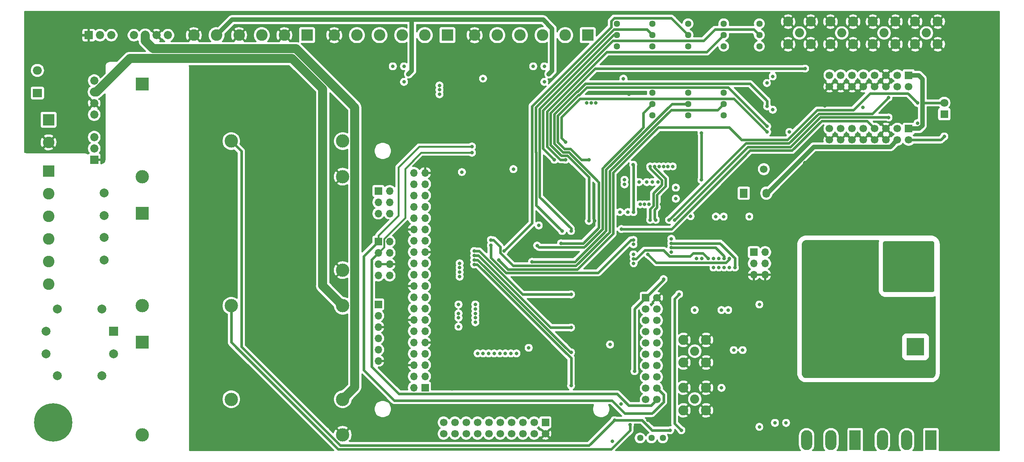
<source format=gbr>
G04 #@! TF.GenerationSoftware,KiCad,Pcbnew,5.1.6+dfsg1-1~bpo10+1*
G04 #@! TF.CreationDate,2020-07-24T20:38:38+02:00*
G04 #@! TF.ProjectId,RF-AMP-CNTLR_V1,52462d41-4d50-42d4-934e-544c525f5631,rev?*
G04 #@! TF.SameCoordinates,Original*
G04 #@! TF.FileFunction,Copper,L3,Inr*
G04 #@! TF.FilePolarity,Positive*
%FSLAX46Y46*%
G04 Gerber Fmt 4.6, Leading zero omitted, Abs format (unit mm)*
G04 Created by KiCad (PCBNEW 5.1.6+dfsg1-1~bpo10+1) date 2020-07-24 20:38:38*
%MOMM*%
%LPD*%
G01*
G04 APERTURE LIST*
G04 #@! TA.AperFunction,ViaPad*
%ADD10R,2.000000X2.000000*%
G04 #@! TD*
G04 #@! TA.AperFunction,ViaPad*
%ADD11C,2.000000*%
G04 #@! TD*
G04 #@! TA.AperFunction,ViaPad*
%ADD12C,1.850000*%
G04 #@! TD*
G04 #@! TA.AperFunction,ViaPad*
%ADD13R,1.850000X1.850000*%
G04 #@! TD*
G04 #@! TA.AperFunction,ViaPad*
%ADD14C,8.600000*%
G04 #@! TD*
G04 #@! TA.AperFunction,ViaPad*
%ADD15C,3.000000*%
G04 #@! TD*
G04 #@! TA.AperFunction,ViaPad*
%ADD16R,3.000000X3.000000*%
G04 #@! TD*
G04 #@! TA.AperFunction,ViaPad*
%ADD17C,2.600000*%
G04 #@! TD*
G04 #@! TA.AperFunction,ViaPad*
%ADD18R,2.600000X2.600000*%
G04 #@! TD*
G04 #@! TA.AperFunction,ViaPad*
%ADD19R,1.800000X1.800000*%
G04 #@! TD*
G04 #@! TA.AperFunction,ViaPad*
%ADD20C,1.800000*%
G04 #@! TD*
G04 #@! TA.AperFunction,ViaPad*
%ADD21R,1.700000X1.700000*%
G04 #@! TD*
G04 #@! TA.AperFunction,ViaPad*
%ADD22C,1.700000*%
G04 #@! TD*
G04 #@! TA.AperFunction,ViaPad*
%ADD23O,1.700000X1.700000*%
G04 #@! TD*
G04 #@! TA.AperFunction,ViaPad*
%ADD24R,4.000000X4.000000*%
G04 #@! TD*
G04 #@! TA.AperFunction,ViaPad*
%ADD25C,4.000000*%
G04 #@! TD*
G04 #@! TA.AperFunction,ViaPad*
%ADD26C,2.250000*%
G04 #@! TD*
G04 #@! TA.AperFunction,ViaPad*
%ADD27C,2.050000*%
G04 #@! TD*
G04 #@! TA.AperFunction,ViaPad*
%ADD28O,2.500000X4.500000*%
G04 #@! TD*
G04 #@! TA.AperFunction,ViaPad*
%ADD29R,2.500000X4.500000*%
G04 #@! TD*
G04 #@! TA.AperFunction,ViaPad*
%ADD30C,1.440000*%
G04 #@! TD*
G04 #@! TA.AperFunction,ViaPad*
%ADD31R,2.000000X1.905000*%
G04 #@! TD*
G04 #@! TA.AperFunction,ViaPad*
%ADD32O,2.000000X1.905000*%
G04 #@! TD*
G04 #@! TA.AperFunction,ViaPad*
%ADD33C,3.200000*%
G04 #@! TD*
G04 #@! TA.AperFunction,ViaPad*
%ADD34C,0.100000*%
G04 #@! TD*
G04 #@! TA.AperFunction,ViaPad*
%ADD35R,1.730000X2.030000*%
G04 #@! TD*
G04 #@! TA.AperFunction,ViaPad*
%ADD36O,1.730000X2.030000*%
G04 #@! TD*
G04 #@! TA.AperFunction,ViaPad*
%ADD37C,0.800000*%
G04 #@! TD*
G04 #@! TA.AperFunction,Conductor*
%ADD38C,1.000000*%
G04 #@! TD*
G04 #@! TA.AperFunction,Conductor*
%ADD39C,0.600000*%
G04 #@! TD*
G04 #@! TA.AperFunction,Conductor*
%ADD40C,0.400000*%
G04 #@! TD*
G04 #@! TA.AperFunction,Conductor*
%ADD41C,2.000000*%
G04 #@! TD*
G04 #@! TA.AperFunction,Conductor*
%ADD42C,0.300000*%
G04 #@! TD*
G04 #@! TA.AperFunction,Conductor*
%ADD43C,0.254000*%
G04 #@! TD*
G04 APERTURE END LIST*
D10*
X40600000Y-122500000D03*
D11*
X40600000Y-127600000D03*
X25400000Y-122500000D03*
X25400000Y-127600000D03*
D12*
X45160000Y-56000000D03*
X40080000Y-56000000D03*
X52780000Y-56000000D03*
X50240000Y-56000000D03*
X47700000Y-56000000D03*
X37540000Y-56000000D03*
D13*
X35000000Y-56000000D03*
D14*
X27000000Y-143000000D03*
X233000000Y-143000000D03*
X233000000Y-57000000D03*
X27000000Y-57000000D03*
D11*
X28000000Y-117500000D03*
X38000000Y-117500000D03*
X38000000Y-132500000D03*
X28000000Y-132500000D03*
D15*
X92000000Y-87800000D03*
X47000000Y-87800000D03*
X92000000Y-79800000D03*
D16*
X47000000Y-67000000D03*
X47000000Y-96000000D03*
D15*
X92000000Y-108800000D03*
X47000000Y-116800000D03*
X92000000Y-116800000D03*
X92000000Y-145800000D03*
X47000000Y-145800000D03*
X92000000Y-137800000D03*
D16*
X47000000Y-125000000D03*
D11*
X38500000Y-96500000D03*
X38500000Y-91420000D03*
X38500000Y-101420000D03*
X38500000Y-106500000D03*
D17*
X26000000Y-111900000D03*
X26000000Y-106820000D03*
X26000000Y-101740000D03*
X26000000Y-96660000D03*
X26000000Y-91580000D03*
D18*
X26000000Y-86500000D03*
X84000000Y-56000000D03*
D17*
X78920000Y-56000000D03*
X73840000Y-56000000D03*
X68760000Y-56000000D03*
X63680000Y-56000000D03*
X58600000Y-56000000D03*
D18*
X26000000Y-75000000D03*
D17*
X26000000Y-80080000D03*
D18*
X115500000Y-56000000D03*
D17*
X110420000Y-56000000D03*
X105340000Y-56000000D03*
X100260000Y-56000000D03*
X95180000Y-56000000D03*
X90100000Y-56000000D03*
X121600000Y-56000000D03*
X126680000Y-56000000D03*
X131760000Y-56000000D03*
X136840000Y-56000000D03*
X141920000Y-56000000D03*
D18*
X147000000Y-56000000D03*
D19*
X227000000Y-73750000D03*
D20*
X227000000Y-71210000D03*
D21*
X219000000Y-77000000D03*
D22*
X219000000Y-79540000D03*
X216460000Y-77000000D03*
X216460000Y-79540000D03*
X213920000Y-77000000D03*
X213920000Y-79540000D03*
X211380000Y-77000000D03*
X211380000Y-79540000D03*
X208840000Y-77000000D03*
X208840000Y-79540000D03*
X206300000Y-77000000D03*
X206300000Y-79540000D03*
X203760000Y-77000000D03*
X203760000Y-79540000D03*
X201220000Y-77000000D03*
X201220000Y-79540000D03*
X201220000Y-67540000D03*
X201220000Y-65000000D03*
X203760000Y-67540000D03*
X203760000Y-65000000D03*
X206300000Y-67540000D03*
X206300000Y-65000000D03*
X208840000Y-67540000D03*
X208840000Y-65000000D03*
X211380000Y-67540000D03*
X211380000Y-65000000D03*
X213920000Y-67540000D03*
X213920000Y-65000000D03*
X216460000Y-67540000D03*
X216460000Y-65000000D03*
X219000000Y-67540000D03*
D21*
X219000000Y-65000000D03*
X110500000Y-135200000D03*
D23*
X107960000Y-135200000D03*
X110500000Y-132660000D03*
X107960000Y-132660000D03*
X110500000Y-130120000D03*
X107960000Y-130120000D03*
X110500000Y-127580000D03*
X107960000Y-127580000D03*
X110500000Y-125040000D03*
X107960000Y-125040000D03*
X110500000Y-122500000D03*
X107960000Y-122500000D03*
X110500000Y-119960000D03*
X107960000Y-119960000D03*
X110500000Y-117420000D03*
X107960000Y-117420000D03*
X110500000Y-114880000D03*
X107960000Y-114880000D03*
X110500000Y-112340000D03*
X107960000Y-112340000D03*
X110500000Y-109800000D03*
X107960000Y-109800000D03*
X110500000Y-107260000D03*
X107960000Y-107260000D03*
X110500000Y-104720000D03*
X107960000Y-104720000D03*
X110500000Y-102180000D03*
X107960000Y-102180000D03*
X110500000Y-99640000D03*
X107960000Y-99640000D03*
X110500000Y-97100000D03*
X107960000Y-97100000D03*
X110500000Y-94560000D03*
X107960000Y-94560000D03*
X110500000Y-92020000D03*
X107960000Y-92020000D03*
X110500000Y-89480000D03*
X107960000Y-89480000D03*
X110500000Y-86940000D03*
X107960000Y-86940000D03*
D13*
X36250000Y-84000000D03*
D12*
X36250000Y-81460000D03*
X36250000Y-71300000D03*
X36250000Y-68760000D03*
X36250000Y-66220000D03*
X36250000Y-78920000D03*
X36250000Y-73840000D03*
D24*
X199500000Y-125500000D03*
D25*
X189500000Y-125500000D03*
X230500000Y-126000000D03*
D24*
X220500000Y-126000000D03*
D26*
X220460000Y-52960000D03*
X225540000Y-52960000D03*
X225540000Y-58040000D03*
X220460000Y-58040000D03*
D27*
X223000000Y-55500000D03*
X213500000Y-55500000D03*
D26*
X210960000Y-58040000D03*
X216040000Y-58040000D03*
X216040000Y-52960000D03*
X210960000Y-52960000D03*
X201460000Y-52960000D03*
X206540000Y-52960000D03*
X206540000Y-58040000D03*
X201460000Y-58040000D03*
D27*
X204000000Y-55500000D03*
X194500000Y-55500000D03*
D26*
X191960000Y-58040000D03*
X197040000Y-58040000D03*
X197040000Y-52960000D03*
X191960000Y-52960000D03*
X168460000Y-140290000D03*
X168460000Y-135210000D03*
X173540000Y-135210000D03*
X173540000Y-140290000D03*
D27*
X171000000Y-137750000D03*
X171000000Y-127000000D03*
D26*
X173540000Y-129540000D03*
X173540000Y-124460000D03*
X168460000Y-124460000D03*
X168460000Y-129540000D03*
D22*
X162540000Y-137860000D03*
X160000000Y-137860000D03*
X162540000Y-135320000D03*
X160000000Y-135320000D03*
X162540000Y-132780000D03*
X160000000Y-132780000D03*
X162540000Y-130240000D03*
X160000000Y-130240000D03*
X162540000Y-127700000D03*
X160000000Y-127700000D03*
X162540000Y-125160000D03*
X160000000Y-125160000D03*
X162540000Y-122620000D03*
X160000000Y-122620000D03*
X162540000Y-120080000D03*
X160000000Y-120080000D03*
X162540000Y-117540000D03*
X160000000Y-117540000D03*
X162540000Y-115000000D03*
D21*
X160000000Y-115000000D03*
X137500000Y-143000000D03*
D22*
X137500000Y-145540000D03*
X134960000Y-143000000D03*
X134960000Y-145540000D03*
X132420000Y-143000000D03*
X132420000Y-145540000D03*
X129880000Y-143000000D03*
X129880000Y-145540000D03*
X127340000Y-143000000D03*
X127340000Y-145540000D03*
X124800000Y-143000000D03*
X124800000Y-145540000D03*
X122260000Y-143000000D03*
X122260000Y-145540000D03*
X119720000Y-143000000D03*
X119720000Y-145540000D03*
X117180000Y-143000000D03*
X117180000Y-145540000D03*
X114640000Y-143000000D03*
X114640000Y-145540000D03*
D21*
X100000000Y-102380000D03*
D23*
X102540000Y-102380000D03*
X100000000Y-104920000D03*
X102540000Y-104920000D03*
X100000000Y-107460000D03*
X102540000Y-107460000D03*
X100000000Y-110000000D03*
X102540000Y-110000000D03*
D21*
X100000000Y-116500000D03*
D23*
X100000000Y-119040000D03*
X100000000Y-121580000D03*
X100000000Y-124120000D03*
X100000000Y-126660000D03*
X100000000Y-129200000D03*
X186790000Y-109830000D03*
X184250000Y-109830000D03*
X186790000Y-107290000D03*
X184250000Y-107290000D03*
X186790000Y-104750000D03*
D21*
X184250000Y-104750000D03*
X100000000Y-91000000D03*
D23*
X102540000Y-91000000D03*
X100000000Y-93540000D03*
X102540000Y-93540000D03*
X100000000Y-96080000D03*
X102540000Y-96080000D03*
D28*
X213100000Y-147000000D03*
X218550000Y-147000000D03*
D29*
X224000000Y-147000000D03*
X207000000Y-147000000D03*
D28*
X201550000Y-147000000D03*
X196100000Y-147000000D03*
D30*
X185500000Y-58500000D03*
X185500000Y-55960000D03*
X185500000Y-53420000D03*
X177500000Y-58500000D03*
X177500000Y-55960000D03*
X177500000Y-53420000D03*
X169500000Y-68920000D03*
X169500000Y-71460000D03*
X169500000Y-74000000D03*
X161500000Y-53420000D03*
X161500000Y-55960000D03*
X161500000Y-58500000D03*
X153500000Y-58500000D03*
X153500000Y-55960000D03*
X153500000Y-53420000D03*
X163830000Y-146500000D03*
X161290000Y-146500000D03*
X158750000Y-146500000D03*
X169500000Y-58500000D03*
X169500000Y-55960000D03*
X169500000Y-53420000D03*
X177500000Y-68920000D03*
X177500000Y-71460000D03*
X177500000Y-74000000D03*
X161500000Y-74000000D03*
X161500000Y-71460000D03*
X161500000Y-68920000D03*
D31*
X23500000Y-69000000D03*
D32*
X23500000Y-66460000D03*
X23500000Y-63920000D03*
D33*
X197000000Y-104000000D03*
X205000000Y-104000000D03*
X197000000Y-112000000D03*
X205000000Y-112000000D03*
G04 #@! TA.AperFunction,ViaPad*
D34*
G36*
X206347545Y-102259607D02*
G01*
X206441342Y-102288060D01*
X206527785Y-102334265D01*
X206603553Y-102396447D01*
X206665735Y-102472215D01*
X206711940Y-102558658D01*
X206740393Y-102652455D01*
X206750000Y-102750000D01*
X206750000Y-113250000D01*
X206740393Y-113347545D01*
X206711940Y-113441342D01*
X206665735Y-113527785D01*
X206603553Y-113603553D01*
X206527785Y-113665735D01*
X206441342Y-113711940D01*
X206347545Y-113740393D01*
X206250000Y-113750000D01*
X195750000Y-113750000D01*
X195652455Y-113740393D01*
X195558658Y-113711940D01*
X195472215Y-113665735D01*
X195396447Y-113603553D01*
X195334265Y-113527785D01*
X195288060Y-113441342D01*
X195259607Y-113347545D01*
X195250000Y-113250000D01*
X195250000Y-102750000D01*
X195259607Y-102652455D01*
X195288060Y-102558658D01*
X195334265Y-102472215D01*
X195396447Y-102396447D01*
X195472215Y-102334265D01*
X195558658Y-102288060D01*
X195652455Y-102259607D01*
X195750000Y-102250000D01*
X206250000Y-102250000D01*
X206347545Y-102259607D01*
G37*
G04 #@! TD.AperFunction*
G04 #@! TA.AperFunction,ViaPad*
G36*
X206347545Y-84259607D02*
G01*
X206441342Y-84288060D01*
X206527785Y-84334265D01*
X206603553Y-84396447D01*
X206665735Y-84472215D01*
X206711940Y-84558658D01*
X206740393Y-84652455D01*
X206750000Y-84750000D01*
X206750000Y-95250000D01*
X206740393Y-95347545D01*
X206711940Y-95441342D01*
X206665735Y-95527785D01*
X206603553Y-95603553D01*
X206527785Y-95665735D01*
X206441342Y-95711940D01*
X206347545Y-95740393D01*
X206250000Y-95750000D01*
X195750000Y-95750000D01*
X195652455Y-95740393D01*
X195558658Y-95711940D01*
X195472215Y-95665735D01*
X195396447Y-95603553D01*
X195334265Y-95527785D01*
X195288060Y-95441342D01*
X195259607Y-95347545D01*
X195250000Y-95250000D01*
X195250000Y-84750000D01*
X195259607Y-84652455D01*
X195288060Y-84558658D01*
X195334265Y-84472215D01*
X195396447Y-84396447D01*
X195472215Y-84334265D01*
X195558658Y-84288060D01*
X195652455Y-84259607D01*
X195750000Y-84250000D01*
X206250000Y-84250000D01*
X206347545Y-84259607D01*
G37*
G04 #@! TD.AperFunction*
D33*
X205000000Y-94000000D03*
X197000000Y-94000000D03*
X205000000Y-86000000D03*
X197000000Y-86000000D03*
X215000000Y-104000000D03*
X223000000Y-104000000D03*
X215000000Y-112000000D03*
X223000000Y-112000000D03*
G04 #@! TA.AperFunction,ViaPad*
D34*
G36*
X224347545Y-102259607D02*
G01*
X224441342Y-102288060D01*
X224527785Y-102334265D01*
X224603553Y-102396447D01*
X224665735Y-102472215D01*
X224711940Y-102558658D01*
X224740393Y-102652455D01*
X224750000Y-102750000D01*
X224750000Y-113250000D01*
X224740393Y-113347545D01*
X224711940Y-113441342D01*
X224665735Y-113527785D01*
X224603553Y-113603553D01*
X224527785Y-113665735D01*
X224441342Y-113711940D01*
X224347545Y-113740393D01*
X224250000Y-113750000D01*
X213750000Y-113750000D01*
X213652455Y-113740393D01*
X213558658Y-113711940D01*
X213472215Y-113665735D01*
X213396447Y-113603553D01*
X213334265Y-113527785D01*
X213288060Y-113441342D01*
X213259607Y-113347545D01*
X213250000Y-113250000D01*
X213250000Y-102750000D01*
X213259607Y-102652455D01*
X213288060Y-102558658D01*
X213334265Y-102472215D01*
X213396447Y-102396447D01*
X213472215Y-102334265D01*
X213558658Y-102288060D01*
X213652455Y-102259607D01*
X213750000Y-102250000D01*
X224250000Y-102250000D01*
X224347545Y-102259607D01*
G37*
G04 #@! TD.AperFunction*
G04 #@! TA.AperFunction,ViaPad*
G36*
X224347545Y-84259607D02*
G01*
X224441342Y-84288060D01*
X224527785Y-84334265D01*
X224603553Y-84396447D01*
X224665735Y-84472215D01*
X224711940Y-84558658D01*
X224740393Y-84652455D01*
X224750000Y-84750000D01*
X224750000Y-95250000D01*
X224740393Y-95347545D01*
X224711940Y-95441342D01*
X224665735Y-95527785D01*
X224603553Y-95603553D01*
X224527785Y-95665735D01*
X224441342Y-95711940D01*
X224347545Y-95740393D01*
X224250000Y-95750000D01*
X213750000Y-95750000D01*
X213652455Y-95740393D01*
X213558658Y-95711940D01*
X213472215Y-95665735D01*
X213396447Y-95603553D01*
X213334265Y-95527785D01*
X213288060Y-95441342D01*
X213259607Y-95347545D01*
X213250000Y-95250000D01*
X213250000Y-84750000D01*
X213259607Y-84652455D01*
X213288060Y-84558658D01*
X213334265Y-84472215D01*
X213396447Y-84396447D01*
X213472215Y-84334265D01*
X213558658Y-84288060D01*
X213652455Y-84259607D01*
X213750000Y-84250000D01*
X224250000Y-84250000D01*
X224347545Y-84259607D01*
G37*
G04 #@! TD.AperFunction*
D33*
X223000000Y-94000000D03*
X215000000Y-94000000D03*
X223000000Y-86000000D03*
X215000000Y-86000000D03*
D35*
X182000000Y-91500000D03*
D36*
X184540000Y-91500000D03*
X187080000Y-91500000D03*
D37*
X179500000Y-91250000D03*
X200200000Y-71900000D03*
X191000000Y-72750000D03*
X191000000Y-65250000D03*
X154250000Y-94000000D03*
X163500000Y-94000000D03*
X158500000Y-90750000D03*
X160500000Y-142500000D03*
X147000000Y-113000000D03*
X146000000Y-124500000D03*
X148250000Y-126750000D03*
X154000000Y-125500000D03*
X137500000Y-84000000D03*
X136000000Y-97000000D03*
X130250000Y-81000000D03*
X137500000Y-100750000D03*
X115000000Y-113500000D03*
X90750000Y-130250000D03*
X83500000Y-127500000D03*
X135750000Y-64750000D03*
X104250000Y-64750000D03*
X127500000Y-90000000D03*
X116500000Y-135500000D03*
X133750000Y-127500000D03*
X115500000Y-95000000D03*
X115500000Y-110500000D03*
X115500000Y-123000000D03*
X156250000Y-69250000D03*
X134000000Y-70500000D03*
X218000000Y-71250000D03*
X171000000Y-90000000D03*
X192250000Y-83750000D03*
X183750000Y-69000000D03*
X124750000Y-69250000D03*
X147250000Y-119000000D03*
X147250000Y-132000000D03*
X154500000Y-138900000D03*
X157000000Y-97000000D03*
X148500000Y-97750000D03*
X165750000Y-80500000D03*
X143250000Y-117250000D03*
X170000000Y-113500000D03*
X170000000Y-111000000D03*
X177600000Y-113500000D03*
X176600000Y-101000000D03*
X118750000Y-84500000D03*
X168750000Y-100000000D03*
X67000000Y-144250000D03*
X160000000Y-65000000D03*
X67000000Y-86250000D03*
X67000000Y-110250000D03*
X145500000Y-139250000D03*
D22*
X186500000Y-86100000D03*
D37*
X113724990Y-68275010D03*
X113724990Y-67275010D03*
X165500000Y-144750000D03*
D15*
X67000000Y-79800000D03*
D37*
X113724990Y-69275010D03*
X146750000Y-71200000D03*
X148750000Y-71200000D03*
X147750000Y-71200000D03*
X153000000Y-142500000D03*
D15*
X67000000Y-116800000D03*
D37*
X156500000Y-143500000D03*
X227000000Y-78750000D03*
X154250000Y-95750000D03*
D15*
X67000000Y-137800000D03*
D37*
X157500000Y-131500000D03*
X136000000Y-98750000D03*
X138250000Y-64750000D03*
X106750000Y-64750000D03*
X164000000Y-110800011D03*
X172500000Y-88500000D03*
X177000000Y-135250000D03*
X118750000Y-86750000D03*
X133750000Y-126250000D03*
X172500000Y-78000000D03*
X134500000Y-106899989D03*
X185500000Y-144000000D03*
X121500000Y-106500000D03*
X143250000Y-127250000D03*
X156000000Y-95750000D03*
X152000000Y-125500000D03*
X187250000Y-77750000D03*
X175750000Y-96750000D03*
X142000000Y-80000000D03*
X185500000Y-116500000D03*
X192250000Y-77750000D03*
X177500000Y-96750000D03*
X187261404Y-76488596D03*
X147250000Y-84000000D03*
X171000000Y-117750000D03*
X188511404Y-72761404D03*
X139500000Y-84000000D03*
X183250000Y-96750000D03*
X187250000Y-72000000D03*
X141000000Y-102750000D03*
X187190000Y-66750000D03*
X178500000Y-117750000D03*
X188500000Y-65250000D03*
X177000000Y-117750000D03*
X118250000Y-108250000D03*
X166056382Y-85481206D03*
X160750013Y-93999996D03*
X130300000Y-86100000D03*
X157250000Y-95750000D03*
X157200000Y-85100000D03*
X121750000Y-120500000D03*
X155243842Y-89524634D03*
X118000000Y-121500000D03*
X155250000Y-88500011D03*
X143250000Y-134750000D03*
X121500000Y-107500000D03*
X160250000Y-89000000D03*
X143250000Y-114250000D03*
X121500000Y-104500000D03*
X161500000Y-89000000D03*
X143250000Y-121700000D03*
X121500000Y-105500000D03*
X162750000Y-89000000D03*
X118250000Y-110250000D03*
X163000000Y-85500000D03*
X118250000Y-109250000D03*
X164000000Y-85500000D03*
X118250000Y-107250000D03*
X165000000Y-85500000D03*
X131000000Y-127500000D03*
X129750000Y-127500000D03*
X128500000Y-127500000D03*
X127250000Y-127500000D03*
X126000000Y-127500000D03*
X124750000Y-127500000D03*
X123500000Y-127500000D03*
X122250000Y-127500000D03*
X161000000Y-85500000D03*
X160999987Y-97500000D03*
X121000000Y-82400000D03*
X162000000Y-85500000D03*
X162249996Y-97500000D03*
X121000000Y-81000000D03*
X121750000Y-119500000D03*
X152500000Y-147250000D03*
X154563603Y-99563603D03*
X121750000Y-118499987D03*
X158750000Y-94000000D03*
X118000000Y-119500000D03*
X137250000Y-66500000D03*
X121750000Y-117499974D03*
X159750013Y-94000000D03*
X118000000Y-118500000D03*
X105750000Y-66500000D03*
X165250000Y-97500000D03*
X214500000Y-70000000D03*
X121750000Y-116499961D03*
X158500000Y-89000000D03*
X118000000Y-116500000D03*
X189000000Y-143099990D03*
X214500000Y-74500000D03*
X166511404Y-97511404D03*
X157250000Y-103000000D03*
X179750000Y-126750000D03*
X157250000Y-102000000D03*
X125250000Y-103250000D03*
X181750000Y-126750000D03*
X171400000Y-106200000D03*
X172600000Y-106200000D03*
X174000000Y-106200000D03*
X157300054Y-106250000D03*
X167500000Y-114200000D03*
X168000000Y-144750000D03*
X175200000Y-106200000D03*
X165750000Y-101750000D03*
X165750000Y-102750000D03*
X180000000Y-108200000D03*
X176400000Y-108200000D03*
X157300054Y-107250000D03*
X142000000Y-84000000D03*
X195750000Y-63500000D03*
X170077097Y-96672903D03*
X147250000Y-97750000D03*
X141250000Y-100000000D03*
X143250000Y-100000000D03*
X135630000Y-103270000D03*
X178800000Y-106200000D03*
X160500000Y-105250000D03*
X178800000Y-108200000D03*
X157250000Y-105250000D03*
X103250000Y-63000000D03*
X123500000Y-65750000D03*
X134750000Y-63000000D03*
X155000000Y-65750000D03*
X175200000Y-108200000D03*
X165750000Y-104750000D03*
X177600000Y-106200000D03*
X165745614Y-103750000D03*
X105750000Y-63000000D03*
X137250000Y-63000000D03*
X177600000Y-108200000D03*
X166750000Y-92750000D03*
X176400000Y-106200000D03*
X166750000Y-90250000D03*
X191500000Y-143099990D03*
X208750000Y-72250000D03*
X221000000Y-71250000D03*
X221000000Y-75750000D03*
X127000000Y-106500000D03*
X128250000Y-104500000D03*
X125250000Y-102000000D03*
D38*
X221250000Y-65000000D02*
X219000000Y-65000000D01*
X222100001Y-65850001D02*
X221250000Y-65000000D01*
X219000000Y-77000000D02*
X221378002Y-77000000D01*
X221378002Y-77000000D02*
X222100001Y-76278001D01*
D39*
X222290000Y-71210000D02*
X222100001Y-71399999D01*
X227000000Y-71210000D02*
X222290000Y-71210000D01*
D38*
X222100001Y-76278001D02*
X222100001Y-71399999D01*
X222100001Y-71399999D02*
X222100001Y-65850001D01*
D39*
X69250000Y-82050000D02*
X69250000Y-126010002D01*
X67000000Y-79800000D02*
X69250000Y-82050000D01*
X69250000Y-126010002D02*
X91439988Y-148199990D01*
X147300010Y-148199990D02*
X153000000Y-142500000D01*
X91439988Y-148199990D02*
X147300010Y-148199990D01*
X159167998Y-142500000D02*
X153000000Y-142500000D01*
X165500000Y-144750000D02*
X161417998Y-144750000D01*
X161417998Y-144750000D02*
X159167998Y-142500000D01*
X226210000Y-79540000D02*
X227000000Y-78750000D01*
X219000000Y-79540000D02*
X226210000Y-79540000D01*
D38*
X214909999Y-81090001D02*
X216460000Y-79540000D01*
X197712927Y-81090001D02*
X214909999Y-81090001D01*
X187302928Y-91500000D02*
X197712927Y-81090001D01*
X187080000Y-91500000D02*
X187302928Y-91500000D01*
D39*
X156500000Y-144750000D02*
X156500000Y-143500000D01*
X91000000Y-149000000D02*
X152250000Y-149000000D01*
X152250000Y-149000000D02*
X156500000Y-144750000D01*
X67000000Y-116800000D02*
X67000000Y-125000000D01*
X67000000Y-125000000D02*
X91000000Y-149000000D01*
X157500000Y-131500000D02*
X157500000Y-117500000D01*
X157500000Y-117500000D02*
X160000000Y-115000000D01*
X164000000Y-111000000D02*
X160000000Y-115000000D01*
X164000000Y-110800011D02*
X164000000Y-111000000D01*
D38*
X107500000Y-64000000D02*
X106750000Y-64750000D01*
X107500000Y-52500000D02*
X107500000Y-64000000D01*
X63680000Y-56000000D02*
X67180000Y-52500000D01*
X67180000Y-52500000D02*
X107500000Y-52500000D01*
X139000000Y-64000000D02*
X138250000Y-64750000D01*
X104750000Y-52500000D02*
X137000000Y-52500000D01*
X139000000Y-54500000D02*
X139000000Y-64000000D01*
X137000000Y-52500000D02*
X139000000Y-54500000D01*
D39*
X172500000Y-88500000D02*
X172500000Y-78000000D01*
X144105851Y-106899989D02*
X134500000Y-106899989D01*
X151099978Y-99905862D02*
X144105851Y-106899989D01*
X151099978Y-86231408D02*
X151099978Y-99905862D01*
X165871386Y-71460000D02*
X151099978Y-86231408D01*
X169500000Y-71460000D02*
X165871386Y-71460000D01*
D40*
X121500000Y-106500000D02*
X121684002Y-106500000D01*
D39*
X121500000Y-106500000D02*
X122331386Y-106500000D01*
X143081386Y-127250000D02*
X143250000Y-127250000D01*
X122331386Y-106500000D02*
X143081386Y-127250000D01*
X145260001Y-70239999D02*
X179739999Y-70239999D01*
X141100000Y-74400000D02*
X145260001Y-70239999D01*
X142000000Y-80000000D02*
X141100000Y-79100000D01*
X179739999Y-70239999D02*
X187250000Y-77750000D01*
X141100000Y-79100000D02*
X141100000Y-74400000D01*
X143099977Y-81499977D02*
X145600000Y-84000000D01*
X145600000Y-84000000D02*
X147250000Y-84000000D01*
X140250000Y-80000000D02*
X141749977Y-81499977D01*
X178472807Y-67699999D02*
X146768615Y-67699999D01*
X140250000Y-74118614D02*
X140250000Y-80000000D01*
X187261404Y-76488596D02*
X178472807Y-67699999D01*
X145028626Y-69439988D02*
X144928625Y-69439989D01*
X141749977Y-81499977D02*
X143099977Y-81499977D01*
X146768615Y-67699999D02*
X145028626Y-69439988D01*
X144928625Y-69439989D02*
X140250000Y-74118614D01*
X173000000Y-57250000D02*
X152605842Y-57250000D01*
X136949990Y-81449990D02*
X139500000Y-84000000D01*
X152605842Y-57250000D02*
X143615894Y-66239948D01*
X175510001Y-54739999D02*
X173000000Y-57250000D01*
X143615894Y-66239948D02*
X143603121Y-66239949D01*
X136949990Y-72893080D02*
X136949990Y-81449990D01*
X184279999Y-54739999D02*
X175510001Y-54739999D01*
X143603121Y-66239949D02*
X136949990Y-72893080D01*
X185500000Y-55960000D02*
X184279999Y-54739999D01*
X183399989Y-66899989D02*
X146437239Y-66899989D01*
X146437239Y-66899989D02*
X144697249Y-68639979D01*
X187250000Y-70750000D02*
X183399989Y-66899989D01*
X144697249Y-68639979D02*
X144597249Y-68639979D01*
X141418602Y-82299988D02*
X142763377Y-82299989D01*
X149499956Y-89036568D02*
X149499956Y-99243112D01*
X149499956Y-99243112D02*
X145993068Y-102750000D01*
X142763377Y-82299989D02*
X149499956Y-89036568D01*
X139449990Y-73787238D02*
X139449990Y-80331376D01*
X187250000Y-72000000D02*
X187250000Y-70750000D01*
X145993068Y-102750000D02*
X141000000Y-102750000D01*
X139449990Y-80331376D02*
X141418602Y-82299988D01*
X144597249Y-68639979D02*
X139449990Y-73787238D01*
X157250000Y-85150000D02*
X157200000Y-85100000D01*
X157250000Y-95750000D02*
X157250000Y-85150000D01*
X122200000Y-107500000D02*
X143250000Y-128550000D01*
X121500000Y-107500000D02*
X122200000Y-107500000D01*
X143250000Y-128550000D02*
X143250000Y-134750000D01*
X121500000Y-104500000D02*
X122594158Y-104500000D01*
X132344158Y-114250000D02*
X143250000Y-114250000D01*
X122594158Y-104500000D02*
X132344158Y-114250000D01*
D40*
X121500000Y-105500000D02*
X121700000Y-105500000D01*
D39*
X122462772Y-105500000D02*
X138662772Y-121700000D01*
X121500000Y-105500000D02*
X122462772Y-105500000D01*
X138662772Y-121700000D02*
X143250000Y-121700000D01*
X161750000Y-91500000D02*
X163650001Y-89599999D01*
X163650001Y-88567999D02*
X161000000Y-85917998D01*
X161750000Y-94332011D02*
X161750000Y-91500000D01*
X160999987Y-95082024D02*
X161750000Y-94332011D01*
X163650001Y-89599999D02*
X163650001Y-88567999D01*
X160999987Y-97500000D02*
X160999987Y-95082024D01*
X161000000Y-85917998D02*
X161000000Y-85500000D01*
D40*
X109600000Y-82400000D02*
X121000000Y-82400000D01*
X106000000Y-86000000D02*
X109600000Y-82400000D01*
X106000000Y-97069998D02*
X106000000Y-86000000D01*
X101289999Y-101779999D02*
X106000000Y-97069998D01*
X100000000Y-104920000D02*
X101289999Y-103630001D01*
X101289999Y-103630001D02*
X101289999Y-101779999D01*
D39*
X98500000Y-130500000D02*
X98500000Y-106420000D01*
X104600000Y-136600000D02*
X98500000Y-130500000D01*
X156200000Y-139200000D02*
X153600000Y-136600000D01*
X161200000Y-139200000D02*
X160658002Y-139200000D01*
X159351999Y-139210001D02*
X159341998Y-139200000D01*
X162540000Y-137860000D02*
X161200000Y-139200000D01*
X98500000Y-106420000D02*
X100000000Y-104920000D01*
X160658002Y-139200000D02*
X160648001Y-139210001D01*
X153600000Y-136600000D02*
X104600000Y-136600000D01*
X160648001Y-139210001D02*
X159351999Y-139210001D01*
X159341998Y-139200000D02*
X156200000Y-139200000D01*
X162000000Y-85786614D02*
X162000000Y-85500000D01*
X162000000Y-97250004D02*
X162000000Y-95250000D01*
X162000000Y-95250000D02*
X162550010Y-94699990D01*
X164450011Y-88236625D02*
X162000000Y-85786614D01*
X162249996Y-97500000D02*
X162000000Y-97250004D01*
X162550010Y-94699990D02*
X162550010Y-91831374D01*
X162550010Y-91831374D02*
X164450011Y-89931373D01*
X164450011Y-89931373D02*
X164450011Y-88236625D01*
D40*
X109200000Y-81000000D02*
X121000000Y-81000000D01*
X104500000Y-96500000D02*
X104500000Y-85700000D01*
X104500000Y-85700000D02*
X109200000Y-81000000D01*
X100000000Y-102380000D02*
X100000000Y-101000000D01*
X100000000Y-101000000D02*
X104500000Y-96500000D01*
D39*
X155320598Y-141000000D02*
X161398002Y-141000000D01*
X164000000Y-136780000D02*
X162540000Y-135320000D01*
X103600000Y-138100000D02*
X152420598Y-138100000D01*
X96750000Y-105630000D02*
X96750000Y-131250000D01*
X161398002Y-141000000D02*
X164000000Y-138398002D01*
X100000000Y-102380000D02*
X96750000Y-105630000D01*
X96750000Y-131250000D02*
X103600000Y-138100000D01*
X164000000Y-138398002D02*
X164000000Y-136780000D01*
X152420598Y-138100000D02*
X155320598Y-141000000D01*
X192826126Y-81900032D02*
X183431970Y-81900032D01*
X199476158Y-75250000D02*
X192826126Y-81900032D01*
X209630000Y-75250000D02*
X199476158Y-75250000D01*
X211380000Y-77000000D02*
X209630000Y-75250000D01*
X183431970Y-81900032D02*
X165768399Y-99563603D01*
X165768399Y-99563603D02*
X154563603Y-99563603D01*
X182449989Y-80300011D02*
X165250000Y-97500000D01*
X210850020Y-73649980D02*
X198813406Y-73649980D01*
X214500000Y-70000000D02*
X210850020Y-73649980D01*
X198813406Y-73649980D02*
X192163375Y-80300011D01*
X192163375Y-80300011D02*
X182449989Y-80300011D01*
X199144782Y-74449990D02*
X192494751Y-81100021D01*
X182922787Y-81100021D02*
X166511404Y-97511404D01*
X214449990Y-74449990D02*
X199144782Y-74449990D01*
X192494751Y-81100021D02*
X182922787Y-81100021D01*
X214500000Y-74500000D02*
X214449990Y-74449990D01*
X125250000Y-103250000D02*
X125250000Y-106024456D01*
X125250000Y-106024456D02*
X128625544Y-109400000D01*
X128625544Y-109400000D02*
X149284315Y-109400000D01*
X156684315Y-102000000D02*
X157250000Y-102000000D01*
X149284315Y-109400000D02*
X156684315Y-102000000D01*
D40*
X183960000Y-107000000D02*
X184250000Y-107290000D01*
D39*
X165317999Y-105650001D02*
X164017997Y-104349999D01*
X159765740Y-104349999D02*
X157865739Y-106250000D01*
X157865739Y-106250000D02*
X157300054Y-106250000D01*
X170600000Y-105000000D02*
X169949999Y-105650001D01*
X164017997Y-104349999D02*
X159765740Y-104349999D01*
X169949999Y-105650001D02*
X165317999Y-105650001D01*
X174000000Y-106200000D02*
X172800000Y-105000000D01*
X172800000Y-105000000D02*
X170600000Y-105000000D01*
X166500000Y-115200000D02*
X167500000Y-114200000D01*
X168000000Y-144750000D02*
X166500000Y-143250000D01*
X166500000Y-143250000D02*
X166500000Y-115200000D01*
X180000000Y-106067998D02*
X176682002Y-102750000D01*
X176682002Y-102750000D02*
X165750000Y-102750000D01*
X180000000Y-108200000D02*
X180000000Y-106067998D01*
X173710000Y-59750000D02*
X151237228Y-59750000D01*
X140855842Y-84000000D02*
X142000000Y-84000000D01*
X143947269Y-67039959D02*
X143934497Y-67039959D01*
X137849968Y-80994126D02*
X140855842Y-84000000D01*
X143934497Y-67039959D02*
X137849968Y-73124488D01*
X177500000Y-55960000D02*
X173710000Y-59750000D01*
X137849968Y-73124488D02*
X137849968Y-80994126D01*
X151237228Y-59750000D02*
X143947269Y-67039959D01*
X144265873Y-67839969D02*
X138649979Y-73455863D01*
X141087227Y-83099999D02*
X142432001Y-83099999D01*
X138649979Y-73455863D02*
X138649980Y-80662752D01*
X142432001Y-83099999D02*
X147250000Y-87917998D01*
X138649980Y-80662752D02*
X141087227Y-83099999D01*
X147250000Y-87917998D02*
X147250000Y-97750000D01*
X144278646Y-67839968D02*
X144265873Y-67839969D01*
X148618614Y-63500000D02*
X144278646Y-67839968D01*
X195750000Y-63500000D02*
X148618614Y-63500000D01*
X140850001Y-99600001D02*
X141250000Y-100000000D01*
X135449990Y-93099990D02*
X135449990Y-94199990D01*
X135449990Y-94199990D02*
X140850001Y-99600001D01*
X135349970Y-82262742D02*
X135349970Y-72230328D01*
X135400011Y-93150011D02*
X135400011Y-82312783D01*
X152853071Y-54739999D02*
X160279999Y-54739999D01*
X135349970Y-72230328D02*
X142940370Y-64639928D01*
X142953142Y-64639928D02*
X152853071Y-54739999D01*
X160279999Y-54739999D02*
X161500000Y-55960000D01*
X135400011Y-82312783D02*
X135349970Y-82262742D01*
X142940370Y-64639928D02*
X142953142Y-64639928D01*
X143250000Y-99434315D02*
X143250000Y-100000000D01*
X153500000Y-55960000D02*
X152764456Y-55960000D01*
X143271745Y-65439939D02*
X136149980Y-72561704D01*
X143284517Y-65439939D02*
X143271745Y-65439939D01*
X152764456Y-55960000D02*
X143284517Y-65439939D01*
X136149980Y-72561704D02*
X136149980Y-81931366D01*
X136149980Y-81931366D02*
X136200022Y-81981408D01*
X136200022Y-81981408D02*
X136200022Y-92384337D01*
X136200022Y-92384337D02*
X143250000Y-99434315D01*
X150299967Y-99574487D02*
X146204455Y-103669999D01*
X146204455Y-103669999D02*
X136029999Y-103669999D01*
X161500000Y-71460000D02*
X159500000Y-73460000D01*
X159500000Y-76700000D02*
X150299967Y-85900033D01*
X136029999Y-103669999D02*
X135630000Y-103270000D01*
X150299967Y-85900033D02*
X150299967Y-99574487D01*
X159500000Y-73460000D02*
X159500000Y-76700000D01*
X178800000Y-106332002D02*
X178800000Y-106200000D01*
X178032001Y-107100001D02*
X178800000Y-106332002D01*
X162350001Y-107100001D02*
X178032001Y-107100001D01*
X160500000Y-105250000D02*
X162350001Y-107100001D01*
X175715685Y-103750000D02*
X165745614Y-103750000D01*
X177600000Y-105634315D02*
X175715685Y-103750000D01*
X177600000Y-106200000D02*
X177600000Y-105634315D01*
D41*
X87500000Y-68111284D02*
X87500000Y-112300000D01*
X44250000Y-61250000D02*
X80638716Y-61250000D01*
X36740000Y-68760000D02*
X44250000Y-61250000D01*
X87500000Y-112300000D02*
X92000000Y-116800000D01*
X80638716Y-61250000D02*
X87500000Y-68111284D01*
X36250000Y-68760000D02*
X36740000Y-68760000D01*
X81549990Y-59049989D02*
X94700001Y-72200001D01*
X94700001Y-72200001D02*
X94700001Y-135099999D01*
X47700000Y-57308147D02*
X49441842Y-59049989D01*
X94700001Y-135099999D02*
X92000000Y-137800000D01*
X49441842Y-59049989D02*
X81549990Y-59049989D01*
X47700000Y-56000000D02*
X47700000Y-57308147D01*
D39*
X152700000Y-100568614D02*
X144668614Y-108600000D01*
X178750000Y-76750000D02*
X162850000Y-76750000D01*
X206600028Y-72849970D02*
X198482030Y-72849970D01*
X210349999Y-69099999D02*
X206600028Y-72849970D01*
X129100000Y-108600000D02*
X127000000Y-106500000D01*
X218849999Y-69099999D02*
X210349999Y-69099999D01*
X221000000Y-71250000D02*
X218849999Y-69099999D01*
X162850000Y-76750000D02*
X152700000Y-86900000D01*
X191832000Y-79500000D02*
X181500000Y-79500000D01*
X144668614Y-108600000D02*
X129100000Y-108600000D01*
X181500000Y-79500000D02*
X178750000Y-76750000D01*
X152700000Y-86900000D02*
X152700000Y-100568614D01*
X198482030Y-72849970D02*
X191832000Y-79500000D01*
X134500000Y-98250000D02*
X128250000Y-104500000D01*
X134500000Y-71948912D02*
X134500000Y-98250000D01*
X165739999Y-52199999D02*
X152914399Y-52199999D01*
X142608995Y-63839917D02*
X134500000Y-71948912D01*
X152279999Y-52834399D02*
X152279999Y-54181685D01*
X169500000Y-55960000D02*
X165739999Y-52199999D01*
X152914399Y-52199999D02*
X152279999Y-52834399D01*
X152279999Y-54181685D02*
X142621767Y-63839917D01*
X142621767Y-63839917D02*
X142608995Y-63839917D01*
X151899989Y-100237237D02*
X151899989Y-86568625D01*
X151899989Y-86568625D02*
X165688615Y-72779999D01*
X130217987Y-107799989D02*
X144337237Y-107799989D01*
X165688615Y-72779999D02*
X176180001Y-72779999D01*
X176180001Y-72779999D02*
X177500000Y-71460000D01*
X144337237Y-107799989D02*
X151899989Y-100237237D01*
X127349999Y-104932001D02*
X130217987Y-107799989D01*
X127349999Y-103534314D02*
X127349999Y-104932001D01*
X125250000Y-102000000D02*
X125815685Y-102000000D01*
X125815685Y-102000000D02*
X127349999Y-103534314D01*
D42*
G36*
X239275000Y-149275000D02*
G01*
X225900683Y-149275000D01*
X225903145Y-149250000D01*
X225903145Y-144750000D01*
X225890595Y-144622578D01*
X225853427Y-144500052D01*
X225793070Y-144387132D01*
X225711843Y-144288157D01*
X225612868Y-144206930D01*
X225499948Y-144146573D01*
X225377422Y-144109405D01*
X225250000Y-144096855D01*
X222750000Y-144096855D01*
X222622578Y-144109405D01*
X222500052Y-144146573D01*
X222387132Y-144206930D01*
X222288157Y-144288157D01*
X222206930Y-144387132D01*
X222146573Y-144500052D01*
X222109405Y-144622578D01*
X222096855Y-144750000D01*
X222096855Y-149250000D01*
X222099317Y-149275000D01*
X219961557Y-149275000D01*
X220137436Y-149060691D01*
X220313864Y-148730617D01*
X220422508Y-148372465D01*
X220450000Y-148093337D01*
X220450000Y-145906663D01*
X220422508Y-145627535D01*
X220313864Y-145269383D01*
X220137436Y-144939309D01*
X219900003Y-144649997D01*
X219610691Y-144412564D01*
X219280617Y-144236136D01*
X218922465Y-144127492D01*
X218550000Y-144090807D01*
X218177536Y-144127492D01*
X217819384Y-144236136D01*
X217489310Y-144412564D01*
X217199998Y-144649997D01*
X216962565Y-144939309D01*
X216786137Y-145269383D01*
X216677493Y-145627535D01*
X216650001Y-145906663D01*
X216650000Y-148093336D01*
X216677492Y-148372464D01*
X216786136Y-148730616D01*
X216962564Y-149060691D01*
X217138443Y-149275000D01*
X214511557Y-149275000D01*
X214687436Y-149060691D01*
X214863864Y-148730617D01*
X214972508Y-148372465D01*
X215000000Y-148093337D01*
X215000000Y-145906663D01*
X214972508Y-145627535D01*
X214863864Y-145269383D01*
X214687436Y-144939309D01*
X214450003Y-144649997D01*
X214160691Y-144412564D01*
X213830617Y-144236136D01*
X213472465Y-144127492D01*
X213100000Y-144090807D01*
X212727536Y-144127492D01*
X212369384Y-144236136D01*
X212039310Y-144412564D01*
X211749998Y-144649997D01*
X211512565Y-144939309D01*
X211336137Y-145269383D01*
X211227493Y-145627535D01*
X211200001Y-145906663D01*
X211200000Y-148093336D01*
X211227492Y-148372464D01*
X211336136Y-148730616D01*
X211512564Y-149060691D01*
X211688443Y-149275000D01*
X208900683Y-149275000D01*
X208903145Y-149250000D01*
X208903145Y-144750000D01*
X208890595Y-144622578D01*
X208853427Y-144500052D01*
X208793070Y-144387132D01*
X208711843Y-144288157D01*
X208612868Y-144206930D01*
X208499948Y-144146573D01*
X208377422Y-144109405D01*
X208250000Y-144096855D01*
X205750000Y-144096855D01*
X205622578Y-144109405D01*
X205500052Y-144146573D01*
X205387132Y-144206930D01*
X205288157Y-144288157D01*
X205206930Y-144387132D01*
X205146573Y-144500052D01*
X205109405Y-144622578D01*
X205096855Y-144750000D01*
X205096855Y-149250000D01*
X205099317Y-149275000D01*
X202961557Y-149275000D01*
X203137436Y-149060691D01*
X203313864Y-148730617D01*
X203422508Y-148372465D01*
X203450000Y-148093337D01*
X203450000Y-145906663D01*
X203422508Y-145627535D01*
X203313864Y-145269383D01*
X203137436Y-144939309D01*
X202900003Y-144649997D01*
X202610691Y-144412564D01*
X202280617Y-144236136D01*
X201922465Y-144127492D01*
X201550000Y-144090807D01*
X201177536Y-144127492D01*
X200819384Y-144236136D01*
X200489310Y-144412564D01*
X200199998Y-144649997D01*
X199962565Y-144939309D01*
X199786137Y-145269383D01*
X199677493Y-145627535D01*
X199650001Y-145906663D01*
X199650000Y-148093336D01*
X199677492Y-148372464D01*
X199786136Y-148730616D01*
X199962564Y-149060691D01*
X200138443Y-149275000D01*
X197511557Y-149275000D01*
X197687436Y-149060691D01*
X197863864Y-148730617D01*
X197972508Y-148372465D01*
X198000000Y-148093337D01*
X198000000Y-145906663D01*
X197972508Y-145627535D01*
X197863864Y-145269383D01*
X197687436Y-144939309D01*
X197450003Y-144649997D01*
X197160691Y-144412564D01*
X196830617Y-144236136D01*
X196472465Y-144127492D01*
X196100000Y-144090807D01*
X195727536Y-144127492D01*
X195369384Y-144236136D01*
X195039310Y-144412564D01*
X194749998Y-144649997D01*
X194512565Y-144939309D01*
X194336137Y-145269383D01*
X194227493Y-145627535D01*
X194200001Y-145906663D01*
X194200000Y-148093336D01*
X194227492Y-148372464D01*
X194336136Y-148730616D01*
X194512564Y-149060691D01*
X194688443Y-149275000D01*
X153318502Y-149275000D01*
X157138757Y-145454746D01*
X157175001Y-145425001D01*
X157293718Y-145280345D01*
X157374079Y-145130000D01*
X157381932Y-145115309D01*
X157436254Y-144936233D01*
X157437825Y-144920280D01*
X157450000Y-144796665D01*
X157450000Y-144796657D01*
X157454595Y-144750000D01*
X157450000Y-144703343D01*
X157450000Y-143950280D01*
X157509650Y-143806274D01*
X157550000Y-143603416D01*
X157550000Y-143450000D01*
X158774496Y-143450000D01*
X160622692Y-145298196D01*
X160416676Y-145435851D01*
X160225851Y-145626676D01*
X160075922Y-145851062D01*
X160020000Y-145986069D01*
X159964078Y-145851062D01*
X159814149Y-145626676D01*
X159623324Y-145435851D01*
X159398938Y-145285922D01*
X159149614Y-145182648D01*
X158884933Y-145130000D01*
X158615067Y-145130000D01*
X158350386Y-145182648D01*
X158101062Y-145285922D01*
X157876676Y-145435851D01*
X157685851Y-145626676D01*
X157535922Y-145851062D01*
X157432648Y-146100386D01*
X157380000Y-146365067D01*
X157380000Y-146634933D01*
X157432648Y-146899614D01*
X157535922Y-147148938D01*
X157685851Y-147373324D01*
X157876676Y-147564149D01*
X158101062Y-147714078D01*
X158350386Y-147817352D01*
X158615067Y-147870000D01*
X158884933Y-147870000D01*
X159149614Y-147817352D01*
X159398938Y-147714078D01*
X159623324Y-147564149D01*
X159814149Y-147373324D01*
X159964078Y-147148938D01*
X160020000Y-147013931D01*
X160075922Y-147148938D01*
X160225851Y-147373324D01*
X160416676Y-147564149D01*
X160641062Y-147714078D01*
X160890386Y-147817352D01*
X161155067Y-147870000D01*
X161424933Y-147870000D01*
X161689614Y-147817352D01*
X161938938Y-147714078D01*
X162163324Y-147564149D01*
X162354149Y-147373324D01*
X162504078Y-147148938D01*
X162560000Y-147013931D01*
X162615922Y-147148938D01*
X162765851Y-147373324D01*
X162956676Y-147564149D01*
X163181062Y-147714078D01*
X163430386Y-147817352D01*
X163695067Y-147870000D01*
X163964933Y-147870000D01*
X164229614Y-147817352D01*
X164478938Y-147714078D01*
X164703324Y-147564149D01*
X164894149Y-147373324D01*
X165044078Y-147148938D01*
X165147352Y-146899614D01*
X165200000Y-146634933D01*
X165200000Y-146365067D01*
X165147352Y-146100386D01*
X165044078Y-145851062D01*
X164943142Y-145700000D01*
X165049720Y-145700000D01*
X165193726Y-145759650D01*
X165396584Y-145800000D01*
X165603416Y-145800000D01*
X165806274Y-145759650D01*
X165997362Y-145680498D01*
X166169336Y-145565589D01*
X166315589Y-145419336D01*
X166430498Y-145247362D01*
X166509650Y-145056274D01*
X166550000Y-144853416D01*
X166550000Y-144646584D01*
X166549235Y-144642737D01*
X167009851Y-145103354D01*
X167069502Y-145247362D01*
X167184411Y-145419336D01*
X167330664Y-145565589D01*
X167502638Y-145680498D01*
X167693726Y-145759650D01*
X167896584Y-145800000D01*
X168103416Y-145800000D01*
X168306274Y-145759650D01*
X168497362Y-145680498D01*
X168669336Y-145565589D01*
X168815589Y-145419336D01*
X168930498Y-145247362D01*
X169009650Y-145056274D01*
X169050000Y-144853416D01*
X169050000Y-144646584D01*
X169009650Y-144443726D01*
X168930498Y-144252638D01*
X168815589Y-144080664D01*
X168669336Y-143934411D01*
X168612724Y-143896584D01*
X184450000Y-143896584D01*
X184450000Y-144103416D01*
X184490350Y-144306274D01*
X184569502Y-144497362D01*
X184684411Y-144669336D01*
X184830664Y-144815589D01*
X185002638Y-144930498D01*
X185193726Y-145009650D01*
X185396584Y-145050000D01*
X185603416Y-145050000D01*
X185806274Y-145009650D01*
X185997362Y-144930498D01*
X186169336Y-144815589D01*
X186315589Y-144669336D01*
X186430498Y-144497362D01*
X186509650Y-144306274D01*
X186550000Y-144103416D01*
X186550000Y-143896584D01*
X186509650Y-143693726D01*
X186430498Y-143502638D01*
X186315589Y-143330664D01*
X186169336Y-143184411D01*
X185997362Y-143069502D01*
X185821300Y-142996574D01*
X187950000Y-142996574D01*
X187950000Y-143203406D01*
X187990350Y-143406264D01*
X188069502Y-143597352D01*
X188184411Y-143769326D01*
X188330664Y-143915579D01*
X188502638Y-144030488D01*
X188693726Y-144109640D01*
X188896584Y-144149990D01*
X189103416Y-144149990D01*
X189306274Y-144109640D01*
X189497362Y-144030488D01*
X189669336Y-143915579D01*
X189815589Y-143769326D01*
X189930498Y-143597352D01*
X190009650Y-143406264D01*
X190050000Y-143203406D01*
X190050000Y-142996574D01*
X190450000Y-142996574D01*
X190450000Y-143203406D01*
X190490350Y-143406264D01*
X190569502Y-143597352D01*
X190684411Y-143769326D01*
X190830664Y-143915579D01*
X191002638Y-144030488D01*
X191193726Y-144109640D01*
X191396584Y-144149990D01*
X191603416Y-144149990D01*
X191806274Y-144109640D01*
X191997362Y-144030488D01*
X192169336Y-143915579D01*
X192315589Y-143769326D01*
X192430498Y-143597352D01*
X192509650Y-143406264D01*
X192550000Y-143203406D01*
X192550000Y-142996574D01*
X192509650Y-142793716D01*
X192430498Y-142602628D01*
X192315589Y-142430654D01*
X192169336Y-142284401D01*
X191997362Y-142169492D01*
X191806274Y-142090340D01*
X191603416Y-142049990D01*
X191396584Y-142049990D01*
X191193726Y-142090340D01*
X191002638Y-142169492D01*
X190830664Y-142284401D01*
X190684411Y-142430654D01*
X190569502Y-142602628D01*
X190490350Y-142793716D01*
X190450000Y-142996574D01*
X190050000Y-142996574D01*
X190009650Y-142793716D01*
X189930498Y-142602628D01*
X189815589Y-142430654D01*
X189669336Y-142284401D01*
X189497362Y-142169492D01*
X189306274Y-142090340D01*
X189103416Y-142049990D01*
X188896584Y-142049990D01*
X188693726Y-142090340D01*
X188502638Y-142169492D01*
X188330664Y-142284401D01*
X188184411Y-142430654D01*
X188069502Y-142602628D01*
X187990350Y-142793716D01*
X187950000Y-142996574D01*
X185821300Y-142996574D01*
X185806274Y-142990350D01*
X185603416Y-142950000D01*
X185396584Y-142950000D01*
X185193726Y-142990350D01*
X185002638Y-143069502D01*
X184830664Y-143184411D01*
X184684411Y-143330664D01*
X184569502Y-143502638D01*
X184490350Y-143693726D01*
X184450000Y-143896584D01*
X168612724Y-143896584D01*
X168497362Y-143819502D01*
X168353354Y-143759851D01*
X167450000Y-142856498D01*
X167450000Y-141672544D01*
X167494185Y-141789462D01*
X167805274Y-141949071D01*
X168141523Y-142044924D01*
X168490010Y-142073335D01*
X168837345Y-142033214D01*
X169170178Y-141926102D01*
X169425815Y-141789462D01*
X169533389Y-141504810D01*
X172466611Y-141504810D01*
X172574185Y-141789462D01*
X172885274Y-141949071D01*
X173221523Y-142044924D01*
X173570010Y-142073335D01*
X173917345Y-142033214D01*
X174250178Y-141926102D01*
X174505815Y-141789462D01*
X174613389Y-141504810D01*
X173540000Y-140431421D01*
X172466611Y-141504810D01*
X169533389Y-141504810D01*
X168460000Y-140431421D01*
X168445858Y-140445564D01*
X168304437Y-140304143D01*
X168318579Y-140290000D01*
X168601421Y-140290000D01*
X169674810Y-141363389D01*
X169959462Y-141255815D01*
X170119071Y-140944726D01*
X170214924Y-140608477D01*
X170238441Y-140320010D01*
X171756665Y-140320010D01*
X171796786Y-140667345D01*
X171903898Y-141000178D01*
X172040538Y-141255815D01*
X172325190Y-141363389D01*
X173398579Y-140290000D01*
X173681421Y-140290000D01*
X174754810Y-141363389D01*
X175039462Y-141255815D01*
X175199071Y-140944726D01*
X175294924Y-140608477D01*
X175323335Y-140259990D01*
X175283214Y-139912655D01*
X175176102Y-139579822D01*
X175039462Y-139324185D01*
X174754810Y-139216611D01*
X173681421Y-140290000D01*
X173398579Y-140290000D01*
X172325190Y-139216611D01*
X172040538Y-139324185D01*
X171880929Y-139635274D01*
X171785076Y-139971523D01*
X171756665Y-140320010D01*
X170238441Y-140320010D01*
X170243335Y-140259990D01*
X170203214Y-139912655D01*
X170096102Y-139579822D01*
X169959462Y-139324185D01*
X169674810Y-139216611D01*
X168601421Y-140290000D01*
X168318579Y-140290000D01*
X168304437Y-140275858D01*
X168445858Y-140134437D01*
X168460000Y-140148579D01*
X169533389Y-139075190D01*
X169425815Y-138790538D01*
X169114726Y-138630929D01*
X168778477Y-138535076D01*
X168429990Y-138506665D01*
X168082655Y-138546786D01*
X167749822Y-138653898D01*
X167494185Y-138790538D01*
X167450000Y-138907456D01*
X167450000Y-137585027D01*
X169325000Y-137585027D01*
X169325000Y-137914973D01*
X169389369Y-138238580D01*
X169515634Y-138543410D01*
X169698942Y-138817751D01*
X169932249Y-139051058D01*
X170206590Y-139234366D01*
X170511420Y-139360631D01*
X170835027Y-139425000D01*
X171164973Y-139425000D01*
X171488580Y-139360631D01*
X171793410Y-139234366D01*
X172031634Y-139075190D01*
X172466611Y-139075190D01*
X173540000Y-140148579D01*
X174613389Y-139075190D01*
X174505815Y-138790538D01*
X174194726Y-138630929D01*
X173858477Y-138535076D01*
X173509990Y-138506665D01*
X173162655Y-138546786D01*
X172829822Y-138653898D01*
X172574185Y-138790538D01*
X172466611Y-139075190D01*
X172031634Y-139075190D01*
X172067751Y-139051058D01*
X172301058Y-138817751D01*
X172484366Y-138543410D01*
X172610631Y-138238580D01*
X172675000Y-137914973D01*
X172675000Y-137585027D01*
X172610631Y-137261420D01*
X172484366Y-136956590D01*
X172301058Y-136682249D01*
X172067751Y-136448942D01*
X172031635Y-136424810D01*
X172466611Y-136424810D01*
X172574185Y-136709462D01*
X172885274Y-136869071D01*
X173221523Y-136964924D01*
X173570010Y-136993335D01*
X173917345Y-136953214D01*
X174250178Y-136846102D01*
X174505815Y-136709462D01*
X174613389Y-136424810D01*
X173540000Y-135351421D01*
X172466611Y-136424810D01*
X172031635Y-136424810D01*
X171793410Y-136265634D01*
X171488580Y-136139369D01*
X171164973Y-136075000D01*
X170835027Y-136075000D01*
X170511420Y-136139369D01*
X170206590Y-136265634D01*
X169932249Y-136448942D01*
X169698942Y-136682249D01*
X169515634Y-136956590D01*
X169389369Y-137261420D01*
X169325000Y-137585027D01*
X167450000Y-137585027D01*
X167450000Y-136592544D01*
X167494185Y-136709462D01*
X167805274Y-136869071D01*
X168141523Y-136964924D01*
X168490010Y-136993335D01*
X168837345Y-136953214D01*
X169170178Y-136846102D01*
X169425815Y-136709462D01*
X169533389Y-136424810D01*
X168460000Y-135351421D01*
X168445858Y-135365564D01*
X168304437Y-135224143D01*
X168318579Y-135210000D01*
X168601421Y-135210000D01*
X169674810Y-136283389D01*
X169959462Y-136175815D01*
X170119071Y-135864726D01*
X170214924Y-135528477D01*
X170238441Y-135240010D01*
X171756665Y-135240010D01*
X171796786Y-135587345D01*
X171903898Y-135920178D01*
X172040538Y-136175815D01*
X172325190Y-136283389D01*
X173398579Y-135210000D01*
X173681421Y-135210000D01*
X174754810Y-136283389D01*
X175039462Y-136175815D01*
X175199071Y-135864726D01*
X175294924Y-135528477D01*
X175323335Y-135179990D01*
X175319477Y-135146584D01*
X175950000Y-135146584D01*
X175950000Y-135353416D01*
X175990350Y-135556274D01*
X176069502Y-135747362D01*
X176184411Y-135919336D01*
X176330664Y-136065589D01*
X176502638Y-136180498D01*
X176693726Y-136259650D01*
X176896584Y-136300000D01*
X177103416Y-136300000D01*
X177306274Y-136259650D01*
X177497362Y-136180498D01*
X177669336Y-136065589D01*
X177815589Y-135919336D01*
X177930498Y-135747362D01*
X178009650Y-135556274D01*
X178050000Y-135353416D01*
X178050000Y-135146584D01*
X178009650Y-134943726D01*
X177930498Y-134752638D01*
X177815589Y-134580664D01*
X177669336Y-134434411D01*
X177497362Y-134319502D01*
X177306274Y-134240350D01*
X177103416Y-134200000D01*
X176896584Y-134200000D01*
X176693726Y-134240350D01*
X176502638Y-134319502D01*
X176330664Y-134434411D01*
X176184411Y-134580664D01*
X176069502Y-134752638D01*
X175990350Y-134943726D01*
X175950000Y-135146584D01*
X175319477Y-135146584D01*
X175283214Y-134832655D01*
X175176102Y-134499822D01*
X175039462Y-134244185D01*
X174754810Y-134136611D01*
X173681421Y-135210000D01*
X173398579Y-135210000D01*
X172325190Y-134136611D01*
X172040538Y-134244185D01*
X171880929Y-134555274D01*
X171785076Y-134891523D01*
X171756665Y-135240010D01*
X170238441Y-135240010D01*
X170243335Y-135179990D01*
X170203214Y-134832655D01*
X170096102Y-134499822D01*
X169959462Y-134244185D01*
X169674810Y-134136611D01*
X168601421Y-135210000D01*
X168318579Y-135210000D01*
X168304437Y-135195858D01*
X168445858Y-135054437D01*
X168460000Y-135068579D01*
X169533389Y-133995190D01*
X172466611Y-133995190D01*
X173540000Y-135068579D01*
X174613389Y-133995190D01*
X174505815Y-133710538D01*
X174194726Y-133550929D01*
X173858477Y-133455076D01*
X173509990Y-133426665D01*
X173162655Y-133466786D01*
X172829822Y-133573898D01*
X172574185Y-133710538D01*
X172466611Y-133995190D01*
X169533389Y-133995190D01*
X169425815Y-133710538D01*
X169114726Y-133550929D01*
X168778477Y-133455076D01*
X168429990Y-133426665D01*
X168082655Y-133466786D01*
X167749822Y-133573898D01*
X167494185Y-133710538D01*
X167450000Y-133827456D01*
X167450000Y-130922544D01*
X167494185Y-131039462D01*
X167805274Y-131199071D01*
X168141523Y-131294924D01*
X168490010Y-131323335D01*
X168837345Y-131283214D01*
X169170178Y-131176102D01*
X169425815Y-131039462D01*
X169533389Y-130754810D01*
X172466611Y-130754810D01*
X172574185Y-131039462D01*
X172885274Y-131199071D01*
X173221523Y-131294924D01*
X173570010Y-131323335D01*
X173917345Y-131283214D01*
X174250178Y-131176102D01*
X174505815Y-131039462D01*
X174613389Y-130754810D01*
X173540000Y-129681421D01*
X172466611Y-130754810D01*
X169533389Y-130754810D01*
X168460000Y-129681421D01*
X168445858Y-129695564D01*
X168304437Y-129554143D01*
X168318579Y-129540000D01*
X168601421Y-129540000D01*
X169674810Y-130613389D01*
X169959462Y-130505815D01*
X170119071Y-130194726D01*
X170214924Y-129858477D01*
X170238441Y-129570010D01*
X171756665Y-129570010D01*
X171796786Y-129917345D01*
X171903898Y-130250178D01*
X172040538Y-130505815D01*
X172325190Y-130613389D01*
X173398579Y-129540000D01*
X173681421Y-129540000D01*
X174754810Y-130613389D01*
X175039462Y-130505815D01*
X175199071Y-130194726D01*
X175294924Y-129858477D01*
X175323335Y-129509990D01*
X175283214Y-129162655D01*
X175176102Y-128829822D01*
X175039462Y-128574185D01*
X174754810Y-128466611D01*
X173681421Y-129540000D01*
X173398579Y-129540000D01*
X172325190Y-128466611D01*
X172040538Y-128574185D01*
X171880929Y-128885274D01*
X171785076Y-129221523D01*
X171756665Y-129570010D01*
X170238441Y-129570010D01*
X170243335Y-129509990D01*
X170203214Y-129162655D01*
X170096102Y-128829822D01*
X169959462Y-128574185D01*
X169674810Y-128466611D01*
X168601421Y-129540000D01*
X168318579Y-129540000D01*
X168304437Y-129525858D01*
X168445858Y-129384437D01*
X168460000Y-129398579D01*
X169533389Y-128325190D01*
X169425815Y-128040538D01*
X169114726Y-127880929D01*
X168778477Y-127785076D01*
X168429990Y-127756665D01*
X168082655Y-127796786D01*
X167749822Y-127903898D01*
X167494185Y-128040538D01*
X167450000Y-128157456D01*
X167450000Y-126835027D01*
X169325000Y-126835027D01*
X169325000Y-127164973D01*
X169389369Y-127488580D01*
X169515634Y-127793410D01*
X169698942Y-128067751D01*
X169932249Y-128301058D01*
X170206590Y-128484366D01*
X170511420Y-128610631D01*
X170835027Y-128675000D01*
X171164973Y-128675000D01*
X171488580Y-128610631D01*
X171793410Y-128484366D01*
X172031634Y-128325190D01*
X172466611Y-128325190D01*
X173540000Y-129398579D01*
X174613389Y-128325190D01*
X174505815Y-128040538D01*
X174194726Y-127880929D01*
X173858477Y-127785076D01*
X173509990Y-127756665D01*
X173162655Y-127796786D01*
X172829822Y-127903898D01*
X172574185Y-128040538D01*
X172466611Y-128325190D01*
X172031634Y-128325190D01*
X172067751Y-128301058D01*
X172301058Y-128067751D01*
X172484366Y-127793410D01*
X172610631Y-127488580D01*
X172675000Y-127164973D01*
X172675000Y-126835027D01*
X172637517Y-126646584D01*
X178700000Y-126646584D01*
X178700000Y-126853416D01*
X178740350Y-127056274D01*
X178819502Y-127247362D01*
X178934411Y-127419336D01*
X179080664Y-127565589D01*
X179252638Y-127680498D01*
X179443726Y-127759650D01*
X179646584Y-127800000D01*
X179853416Y-127800000D01*
X180056274Y-127759650D01*
X180247362Y-127680498D01*
X180419336Y-127565589D01*
X180565589Y-127419336D01*
X180680498Y-127247362D01*
X180750000Y-127079571D01*
X180819502Y-127247362D01*
X180934411Y-127419336D01*
X181080664Y-127565589D01*
X181252638Y-127680498D01*
X181443726Y-127759650D01*
X181646584Y-127800000D01*
X181853416Y-127800000D01*
X182056274Y-127759650D01*
X182247362Y-127680498D01*
X182419336Y-127565589D01*
X182565589Y-127419336D01*
X182680498Y-127247362D01*
X182759650Y-127056274D01*
X182800000Y-126853416D01*
X182800000Y-126646584D01*
X182759650Y-126443726D01*
X182680498Y-126252638D01*
X182565589Y-126080664D01*
X182419336Y-125934411D01*
X182247362Y-125819502D01*
X182056274Y-125740350D01*
X181853416Y-125700000D01*
X181646584Y-125700000D01*
X181443726Y-125740350D01*
X181252638Y-125819502D01*
X181080664Y-125934411D01*
X180934411Y-126080664D01*
X180819502Y-126252638D01*
X180750000Y-126420429D01*
X180680498Y-126252638D01*
X180565589Y-126080664D01*
X180419336Y-125934411D01*
X180247362Y-125819502D01*
X180056274Y-125740350D01*
X179853416Y-125700000D01*
X179646584Y-125700000D01*
X179443726Y-125740350D01*
X179252638Y-125819502D01*
X179080664Y-125934411D01*
X178934411Y-126080664D01*
X178819502Y-126252638D01*
X178740350Y-126443726D01*
X178700000Y-126646584D01*
X172637517Y-126646584D01*
X172610631Y-126511420D01*
X172484366Y-126206590D01*
X172301058Y-125932249D01*
X172067751Y-125698942D01*
X172031635Y-125674810D01*
X172466611Y-125674810D01*
X172574185Y-125959462D01*
X172885274Y-126119071D01*
X173221523Y-126214924D01*
X173570010Y-126243335D01*
X173917345Y-126203214D01*
X174250178Y-126096102D01*
X174505815Y-125959462D01*
X174613389Y-125674810D01*
X173540000Y-124601421D01*
X172466611Y-125674810D01*
X172031635Y-125674810D01*
X171793410Y-125515634D01*
X171488580Y-125389369D01*
X171164973Y-125325000D01*
X170835027Y-125325000D01*
X170511420Y-125389369D01*
X170206590Y-125515634D01*
X169932249Y-125698942D01*
X169698942Y-125932249D01*
X169515634Y-126206590D01*
X169389369Y-126511420D01*
X169325000Y-126835027D01*
X167450000Y-126835027D01*
X167450000Y-125842544D01*
X167494185Y-125959462D01*
X167805274Y-126119071D01*
X168141523Y-126214924D01*
X168490010Y-126243335D01*
X168837345Y-126203214D01*
X169170178Y-126096102D01*
X169425815Y-125959462D01*
X169533389Y-125674810D01*
X168460000Y-124601421D01*
X168445858Y-124615564D01*
X168304437Y-124474143D01*
X168318579Y-124460000D01*
X168601421Y-124460000D01*
X169674810Y-125533389D01*
X169959462Y-125425815D01*
X170119071Y-125114726D01*
X170214924Y-124778477D01*
X170238441Y-124490010D01*
X171756665Y-124490010D01*
X171796786Y-124837345D01*
X171903898Y-125170178D01*
X172040538Y-125425815D01*
X172325190Y-125533389D01*
X173398579Y-124460000D01*
X173681421Y-124460000D01*
X174754810Y-125533389D01*
X175039462Y-125425815D01*
X175199071Y-125114726D01*
X175294924Y-124778477D01*
X175323335Y-124429990D01*
X175283214Y-124082655D01*
X175176102Y-123749822D01*
X175039462Y-123494185D01*
X174754810Y-123386611D01*
X173681421Y-124460000D01*
X173398579Y-124460000D01*
X172325190Y-123386611D01*
X172040538Y-123494185D01*
X171880929Y-123805274D01*
X171785076Y-124141523D01*
X171756665Y-124490010D01*
X170238441Y-124490010D01*
X170243335Y-124429990D01*
X170203214Y-124082655D01*
X170096102Y-123749822D01*
X169959462Y-123494185D01*
X169674810Y-123386611D01*
X168601421Y-124460000D01*
X168318579Y-124460000D01*
X168304437Y-124445858D01*
X168445858Y-124304437D01*
X168460000Y-124318579D01*
X169533389Y-123245190D01*
X172466611Y-123245190D01*
X173540000Y-124318579D01*
X174613389Y-123245190D01*
X174505815Y-122960538D01*
X174194726Y-122800929D01*
X173858477Y-122705076D01*
X173509990Y-122676665D01*
X173162655Y-122716786D01*
X172829822Y-122823898D01*
X172574185Y-122960538D01*
X172466611Y-123245190D01*
X169533389Y-123245190D01*
X169425815Y-122960538D01*
X169114726Y-122800929D01*
X168778477Y-122705076D01*
X168429990Y-122676665D01*
X168082655Y-122716786D01*
X167749822Y-122823898D01*
X167494185Y-122960538D01*
X167450000Y-123077456D01*
X167450000Y-117646584D01*
X169950000Y-117646584D01*
X169950000Y-117853416D01*
X169990350Y-118056274D01*
X170069502Y-118247362D01*
X170184411Y-118419336D01*
X170330664Y-118565589D01*
X170502638Y-118680498D01*
X170693726Y-118759650D01*
X170896584Y-118800000D01*
X171103416Y-118800000D01*
X171306274Y-118759650D01*
X171497362Y-118680498D01*
X171669336Y-118565589D01*
X171815589Y-118419336D01*
X171930498Y-118247362D01*
X172009650Y-118056274D01*
X172050000Y-117853416D01*
X172050000Y-117646584D01*
X175950000Y-117646584D01*
X175950000Y-117853416D01*
X175990350Y-118056274D01*
X176069502Y-118247362D01*
X176184411Y-118419336D01*
X176330664Y-118565589D01*
X176502638Y-118680498D01*
X176693726Y-118759650D01*
X176896584Y-118800000D01*
X177103416Y-118800000D01*
X177306274Y-118759650D01*
X177497362Y-118680498D01*
X177669336Y-118565589D01*
X177750000Y-118484925D01*
X177830664Y-118565589D01*
X178002638Y-118680498D01*
X178193726Y-118759650D01*
X178396584Y-118800000D01*
X178603416Y-118800000D01*
X178806274Y-118759650D01*
X178997362Y-118680498D01*
X179169336Y-118565589D01*
X179315589Y-118419336D01*
X179430498Y-118247362D01*
X179509650Y-118056274D01*
X179550000Y-117853416D01*
X179550000Y-117646584D01*
X179509650Y-117443726D01*
X179430498Y-117252638D01*
X179315589Y-117080664D01*
X179169336Y-116934411D01*
X178997362Y-116819502D01*
X178806274Y-116740350D01*
X178603416Y-116700000D01*
X178396584Y-116700000D01*
X178193726Y-116740350D01*
X178002638Y-116819502D01*
X177830664Y-116934411D01*
X177750000Y-117015075D01*
X177669336Y-116934411D01*
X177497362Y-116819502D01*
X177306274Y-116740350D01*
X177103416Y-116700000D01*
X176896584Y-116700000D01*
X176693726Y-116740350D01*
X176502638Y-116819502D01*
X176330664Y-116934411D01*
X176184411Y-117080664D01*
X176069502Y-117252638D01*
X175990350Y-117443726D01*
X175950000Y-117646584D01*
X172050000Y-117646584D01*
X172009650Y-117443726D01*
X171930498Y-117252638D01*
X171815589Y-117080664D01*
X171669336Y-116934411D01*
X171497362Y-116819502D01*
X171306274Y-116740350D01*
X171103416Y-116700000D01*
X170896584Y-116700000D01*
X170693726Y-116740350D01*
X170502638Y-116819502D01*
X170330664Y-116934411D01*
X170184411Y-117080664D01*
X170069502Y-117252638D01*
X169990350Y-117443726D01*
X169950000Y-117646584D01*
X167450000Y-117646584D01*
X167450000Y-116396584D01*
X184450000Y-116396584D01*
X184450000Y-116603416D01*
X184490350Y-116806274D01*
X184569502Y-116997362D01*
X184684411Y-117169336D01*
X184830664Y-117315589D01*
X185002638Y-117430498D01*
X185193726Y-117509650D01*
X185396584Y-117550000D01*
X185603416Y-117550000D01*
X185806274Y-117509650D01*
X185997362Y-117430498D01*
X186169336Y-117315589D01*
X186315589Y-117169336D01*
X186430498Y-116997362D01*
X186509650Y-116806274D01*
X186550000Y-116603416D01*
X186550000Y-116396584D01*
X186509650Y-116193726D01*
X186430498Y-116002638D01*
X186315589Y-115830664D01*
X186169336Y-115684411D01*
X185997362Y-115569502D01*
X185806274Y-115490350D01*
X185603416Y-115450000D01*
X185396584Y-115450000D01*
X185193726Y-115490350D01*
X185002638Y-115569502D01*
X184830664Y-115684411D01*
X184684411Y-115830664D01*
X184569502Y-116002638D01*
X184490350Y-116193726D01*
X184450000Y-116396584D01*
X167450000Y-116396584D01*
X167450000Y-115593502D01*
X167853353Y-115190149D01*
X167997362Y-115130498D01*
X168169336Y-115015589D01*
X168315589Y-114869336D01*
X168430498Y-114697362D01*
X168509650Y-114506274D01*
X168550000Y-114303416D01*
X168550000Y-114096584D01*
X168509650Y-113893726D01*
X168430498Y-113702638D01*
X168315589Y-113530664D01*
X168169336Y-113384411D01*
X167997362Y-113269502D01*
X167806274Y-113190350D01*
X167603416Y-113150000D01*
X167396584Y-113150000D01*
X167193726Y-113190350D01*
X167002638Y-113269502D01*
X166830664Y-113384411D01*
X166684411Y-113530664D01*
X166569502Y-113702638D01*
X166509851Y-113846647D01*
X165861243Y-114495255D01*
X165825000Y-114524999D01*
X165795256Y-114561242D01*
X165795252Y-114561246D01*
X165706283Y-114669655D01*
X165618069Y-114834692D01*
X165563747Y-115013768D01*
X165545405Y-115200000D01*
X165550001Y-115246665D01*
X165550000Y-143203346D01*
X165545405Y-143250000D01*
X165550000Y-143296654D01*
X165550000Y-143296664D01*
X165563746Y-143436231D01*
X165618068Y-143615307D01*
X165670466Y-143713337D01*
X165603416Y-143700000D01*
X165396584Y-143700000D01*
X165193726Y-143740350D01*
X165049720Y-143800000D01*
X161811500Y-143800000D01*
X159961500Y-141950000D01*
X161351348Y-141950000D01*
X161398002Y-141954595D01*
X161444656Y-141950000D01*
X161444667Y-141950000D01*
X161584234Y-141936254D01*
X161763310Y-141881932D01*
X161928347Y-141793718D01*
X162073003Y-141675001D01*
X162102752Y-141638752D01*
X164638757Y-139102748D01*
X164675001Y-139073003D01*
X164705161Y-139036254D01*
X164793717Y-138928348D01*
X164793718Y-138928347D01*
X164881932Y-138763310D01*
X164936254Y-138584234D01*
X164950000Y-138444667D01*
X164950000Y-138444659D01*
X164954595Y-138398002D01*
X164950000Y-138351345D01*
X164950000Y-136826657D01*
X164954595Y-136780000D01*
X164950000Y-136733343D01*
X164950000Y-136733335D01*
X164936254Y-136593768D01*
X164936254Y-136593767D01*
X164881932Y-136414691D01*
X164793717Y-136249654D01*
X164704748Y-136141245D01*
X164704745Y-136141242D01*
X164675001Y-136104999D01*
X164638757Y-136075254D01*
X164038547Y-135475044D01*
X164040000Y-135467737D01*
X164040000Y-135172263D01*
X163982356Y-134882466D01*
X163869283Y-134609483D01*
X163705126Y-134363806D01*
X163496194Y-134154874D01*
X163339240Y-134050000D01*
X163496194Y-133945126D01*
X163705126Y-133736194D01*
X163869283Y-133490517D01*
X163982356Y-133217534D01*
X164040000Y-132927737D01*
X164040000Y-132632263D01*
X163982356Y-132342466D01*
X163869283Y-132069483D01*
X163705126Y-131823806D01*
X163496194Y-131614874D01*
X163339240Y-131510000D01*
X163496194Y-131405126D01*
X163705126Y-131196194D01*
X163869283Y-130950517D01*
X163982356Y-130677534D01*
X164040000Y-130387737D01*
X164040000Y-130092263D01*
X163982356Y-129802466D01*
X163869283Y-129529483D01*
X163705126Y-129283806D01*
X163496194Y-129074874D01*
X163339240Y-128970000D01*
X163496194Y-128865126D01*
X163705126Y-128656194D01*
X163869283Y-128410517D01*
X163982356Y-128137534D01*
X164040000Y-127847737D01*
X164040000Y-127552263D01*
X163982356Y-127262466D01*
X163869283Y-126989483D01*
X163705126Y-126743806D01*
X163496194Y-126534874D01*
X163339240Y-126430000D01*
X163496194Y-126325126D01*
X163705126Y-126116194D01*
X163869283Y-125870517D01*
X163982356Y-125597534D01*
X164040000Y-125307737D01*
X164040000Y-125012263D01*
X163982356Y-124722466D01*
X163869283Y-124449483D01*
X163705126Y-124203806D01*
X163496194Y-123994874D01*
X163339240Y-123890000D01*
X163496194Y-123785126D01*
X163705126Y-123576194D01*
X163869283Y-123330517D01*
X163982356Y-123057534D01*
X164040000Y-122767737D01*
X164040000Y-122472263D01*
X163982356Y-122182466D01*
X163869283Y-121909483D01*
X163705126Y-121663806D01*
X163496194Y-121454874D01*
X163339240Y-121350000D01*
X163496194Y-121245126D01*
X163705126Y-121036194D01*
X163869283Y-120790517D01*
X163982356Y-120517534D01*
X164040000Y-120227737D01*
X164040000Y-119932263D01*
X163982356Y-119642466D01*
X163869283Y-119369483D01*
X163705126Y-119123806D01*
X163496194Y-118914874D01*
X163339240Y-118810000D01*
X163496194Y-118705126D01*
X163705126Y-118496194D01*
X163869283Y-118250517D01*
X163982356Y-117977534D01*
X164040000Y-117687737D01*
X164040000Y-117392263D01*
X163982356Y-117102466D01*
X163869283Y-116829483D01*
X163705126Y-116583806D01*
X163496194Y-116374874D01*
X163343800Y-116273047D01*
X163417544Y-116018966D01*
X162540000Y-115141421D01*
X161662456Y-116018966D01*
X161736200Y-116273047D01*
X161583806Y-116374874D01*
X161374874Y-116583806D01*
X161270000Y-116740760D01*
X161165126Y-116583806D01*
X161049922Y-116468602D01*
X161099948Y-116453427D01*
X161212868Y-116393070D01*
X161311843Y-116311843D01*
X161393070Y-116212868D01*
X161453427Y-116099948D01*
X161490595Y-115977422D01*
X161501005Y-115871731D01*
X161521034Y-115877544D01*
X162398579Y-115000000D01*
X162681421Y-115000000D01*
X163558966Y-115877544D01*
X163815489Y-115803091D01*
X163947656Y-115538824D01*
X164025728Y-115253850D01*
X164046703Y-114959121D01*
X164009777Y-114665963D01*
X163916369Y-114385642D01*
X163815489Y-114196909D01*
X163558966Y-114122456D01*
X162681421Y-115000000D01*
X162398579Y-115000000D01*
X162384436Y-114985858D01*
X162525858Y-114844436D01*
X162540000Y-114858579D01*
X163417544Y-113981034D01*
X163343091Y-113724511D01*
X163078824Y-113592344D01*
X162821622Y-113521880D01*
X164638757Y-111704746D01*
X164675001Y-111675001D01*
X164793718Y-111530345D01*
X164869242Y-111389049D01*
X164930498Y-111297373D01*
X165009650Y-111106285D01*
X165050000Y-110903427D01*
X165050000Y-110696595D01*
X165009650Y-110493737D01*
X164930498Y-110302649D01*
X164837121Y-110162899D01*
X182787407Y-110162899D01*
X182848947Y-110365780D01*
X182980393Y-110628817D01*
X183160630Y-110861156D01*
X183382730Y-111053868D01*
X183638159Y-111199548D01*
X183917101Y-111292597D01*
X184150000Y-111164167D01*
X184150000Y-109930000D01*
X184350000Y-109930000D01*
X184350000Y-111164167D01*
X184582899Y-111292597D01*
X184861841Y-111199548D01*
X185117270Y-111053868D01*
X185339370Y-110861156D01*
X185519607Y-110628817D01*
X185520000Y-110628031D01*
X185520393Y-110628817D01*
X185700630Y-110861156D01*
X185922730Y-111053868D01*
X186178159Y-111199548D01*
X186457101Y-111292597D01*
X186690000Y-111164167D01*
X186690000Y-109930000D01*
X186890000Y-109930000D01*
X186890000Y-111164167D01*
X187122899Y-111292597D01*
X187401841Y-111199548D01*
X187657270Y-111053868D01*
X187879370Y-110861156D01*
X188059607Y-110628817D01*
X188191053Y-110365780D01*
X188252593Y-110162899D01*
X188123756Y-109930000D01*
X186890000Y-109930000D01*
X186690000Y-109930000D01*
X184350000Y-109930000D01*
X184150000Y-109930000D01*
X182916244Y-109930000D01*
X182787407Y-110162899D01*
X164837121Y-110162899D01*
X164815589Y-110130675D01*
X164669336Y-109984422D01*
X164497362Y-109869513D01*
X164306274Y-109790361D01*
X164103416Y-109750011D01*
X163896584Y-109750011D01*
X163693726Y-109790361D01*
X163502638Y-109869513D01*
X163330664Y-109984422D01*
X163184411Y-110130675D01*
X163069502Y-110302649D01*
X162990350Y-110493737D01*
X162950000Y-110696595D01*
X162950000Y-110706497D01*
X160159643Y-113496855D01*
X159150000Y-113496855D01*
X159022578Y-113509405D01*
X158900052Y-113546573D01*
X158787132Y-113606930D01*
X158688157Y-113688157D01*
X158606930Y-113787132D01*
X158546573Y-113900052D01*
X158509405Y-114022578D01*
X158496855Y-114150000D01*
X158496855Y-115159642D01*
X156861243Y-116795255D01*
X156825000Y-116824999D01*
X156795256Y-116861242D01*
X156795252Y-116861246D01*
X156735207Y-116934411D01*
X156706283Y-116969655D01*
X156618069Y-117134692D01*
X156563747Y-117313768D01*
X156550330Y-117450000D01*
X156545405Y-117500000D01*
X156550001Y-117546665D01*
X156550000Y-131049719D01*
X156490350Y-131193726D01*
X156450000Y-131396584D01*
X156450000Y-131603416D01*
X156490350Y-131806274D01*
X156569502Y-131997362D01*
X156684411Y-132169336D01*
X156830664Y-132315589D01*
X157002638Y-132430498D01*
X157193726Y-132509650D01*
X157396584Y-132550000D01*
X157603416Y-132550000D01*
X157806274Y-132509650D01*
X157997362Y-132430498D01*
X158169336Y-132315589D01*
X158315589Y-132169336D01*
X158430498Y-131997362D01*
X158509650Y-131806274D01*
X158550000Y-131603416D01*
X158550000Y-131396584D01*
X158509650Y-131193726D01*
X158450000Y-131049720D01*
X158450000Y-117893502D01*
X158525843Y-117817659D01*
X158557644Y-117977534D01*
X158670717Y-118250517D01*
X158834874Y-118496194D01*
X159043806Y-118705126D01*
X159200760Y-118810000D01*
X159043806Y-118914874D01*
X158834874Y-119123806D01*
X158670717Y-119369483D01*
X158557644Y-119642466D01*
X158500000Y-119932263D01*
X158500000Y-120227737D01*
X158557644Y-120517534D01*
X158670717Y-120790517D01*
X158834874Y-121036194D01*
X159043806Y-121245126D01*
X159200760Y-121350000D01*
X159043806Y-121454874D01*
X158834874Y-121663806D01*
X158670717Y-121909483D01*
X158557644Y-122182466D01*
X158500000Y-122472263D01*
X158500000Y-122767737D01*
X158557644Y-123057534D01*
X158670717Y-123330517D01*
X158834874Y-123576194D01*
X159043806Y-123785126D01*
X159200760Y-123890000D01*
X159043806Y-123994874D01*
X158834874Y-124203806D01*
X158670717Y-124449483D01*
X158557644Y-124722466D01*
X158500000Y-125012263D01*
X158500000Y-125307737D01*
X158557644Y-125597534D01*
X158670717Y-125870517D01*
X158834874Y-126116194D01*
X159043806Y-126325126D01*
X159200760Y-126430000D01*
X159043806Y-126534874D01*
X158834874Y-126743806D01*
X158670717Y-126989483D01*
X158557644Y-127262466D01*
X158500000Y-127552263D01*
X158500000Y-127847737D01*
X158557644Y-128137534D01*
X158670717Y-128410517D01*
X158834874Y-128656194D01*
X159043806Y-128865126D01*
X159200760Y-128970000D01*
X159043806Y-129074874D01*
X158834874Y-129283806D01*
X158670717Y-129529483D01*
X158557644Y-129802466D01*
X158500000Y-130092263D01*
X158500000Y-130387737D01*
X158557644Y-130677534D01*
X158670717Y-130950517D01*
X158834874Y-131196194D01*
X159043806Y-131405126D01*
X159200760Y-131510000D01*
X159043806Y-131614874D01*
X158834874Y-131823806D01*
X158670717Y-132069483D01*
X158557644Y-132342466D01*
X158500000Y-132632263D01*
X158500000Y-132927737D01*
X158557644Y-133217534D01*
X158670717Y-133490517D01*
X158834874Y-133736194D01*
X159043806Y-133945126D01*
X159200760Y-134050000D01*
X159043806Y-134154874D01*
X158834874Y-134363806D01*
X158670717Y-134609483D01*
X158557644Y-134882466D01*
X158500000Y-135172263D01*
X158500000Y-135467737D01*
X158557644Y-135757534D01*
X158670717Y-136030517D01*
X158834874Y-136276194D01*
X159043806Y-136485126D01*
X159200760Y-136590000D01*
X159043806Y-136694874D01*
X158834874Y-136903806D01*
X158670717Y-137149483D01*
X158557644Y-137422466D01*
X158500000Y-137712263D01*
X158500000Y-138007737D01*
X158548189Y-138250000D01*
X156593503Y-138250000D01*
X154304750Y-135961248D01*
X154275001Y-135924999D01*
X154130345Y-135806282D01*
X153965308Y-135718068D01*
X153786232Y-135663746D01*
X153646665Y-135650000D01*
X153646654Y-135650000D01*
X153600000Y-135645405D01*
X153553346Y-135650000D01*
X143793006Y-135650000D01*
X143919336Y-135565589D01*
X144065589Y-135419336D01*
X144180498Y-135247362D01*
X144259650Y-135056274D01*
X144300000Y-134853416D01*
X144300000Y-134646584D01*
X144259650Y-134443726D01*
X144200000Y-134299720D01*
X144200000Y-128596654D01*
X144204595Y-128549999D01*
X144200000Y-128503344D01*
X144200000Y-128503335D01*
X144186254Y-128363768D01*
X144131932Y-128184692D01*
X144043718Y-128019655D01*
X144008357Y-127976568D01*
X144065589Y-127919336D01*
X144180498Y-127747362D01*
X144259650Y-127556274D01*
X144300000Y-127353416D01*
X144300000Y-127146584D01*
X144259650Y-126943726D01*
X144180498Y-126752638D01*
X144065589Y-126580664D01*
X143919336Y-126434411D01*
X143747362Y-126319502D01*
X143556274Y-126240350D01*
X143380221Y-126205332D01*
X142571473Y-125396584D01*
X150950000Y-125396584D01*
X150950000Y-125603416D01*
X150990350Y-125806274D01*
X151069502Y-125997362D01*
X151184411Y-126169336D01*
X151330664Y-126315589D01*
X151502638Y-126430498D01*
X151693726Y-126509650D01*
X151896584Y-126550000D01*
X152103416Y-126550000D01*
X152306274Y-126509650D01*
X152497362Y-126430498D01*
X152669336Y-126315589D01*
X152815589Y-126169336D01*
X152930498Y-125997362D01*
X153009650Y-125806274D01*
X153050000Y-125603416D01*
X153050000Y-125396584D01*
X153009650Y-125193726D01*
X152930498Y-125002638D01*
X152815589Y-124830664D01*
X152669336Y-124684411D01*
X152497362Y-124569502D01*
X152306274Y-124490350D01*
X152103416Y-124450000D01*
X151896584Y-124450000D01*
X151693726Y-124490350D01*
X151502638Y-124569502D01*
X151330664Y-124684411D01*
X151184411Y-124830664D01*
X151069502Y-125002638D01*
X150990350Y-125193726D01*
X150950000Y-125396584D01*
X142571473Y-125396584D01*
X139824889Y-122650000D01*
X142799720Y-122650000D01*
X142943726Y-122709650D01*
X143146584Y-122750000D01*
X143353416Y-122750000D01*
X143556274Y-122709650D01*
X143747362Y-122630498D01*
X143919336Y-122515589D01*
X144065589Y-122369336D01*
X144180498Y-122197362D01*
X144259650Y-122006274D01*
X144300000Y-121803416D01*
X144300000Y-121596584D01*
X144259650Y-121393726D01*
X144180498Y-121202638D01*
X144065589Y-121030664D01*
X143919336Y-120884411D01*
X143747362Y-120769502D01*
X143556274Y-120690350D01*
X143353416Y-120650000D01*
X143146584Y-120650000D01*
X142943726Y-120690350D01*
X142799720Y-120750000D01*
X139056275Y-120750000D01*
X133506275Y-115200000D01*
X142799720Y-115200000D01*
X142943726Y-115259650D01*
X143146584Y-115300000D01*
X143353416Y-115300000D01*
X143556274Y-115259650D01*
X143747362Y-115180498D01*
X143919336Y-115065589D01*
X144065589Y-114919336D01*
X144180498Y-114747362D01*
X144259650Y-114556274D01*
X144300000Y-114353416D01*
X144300000Y-114146584D01*
X144259650Y-113943726D01*
X144180498Y-113752638D01*
X144065589Y-113580664D01*
X143919336Y-113434411D01*
X143747362Y-113319502D01*
X143556274Y-113240350D01*
X143353416Y-113200000D01*
X143146584Y-113200000D01*
X142943726Y-113240350D01*
X142799720Y-113300000D01*
X132737661Y-113300000D01*
X129787661Y-110350000D01*
X149237661Y-110350000D01*
X149284315Y-110354595D01*
X149330969Y-110350000D01*
X149330980Y-110350000D01*
X149470547Y-110336254D01*
X149649623Y-110281932D01*
X149814660Y-110193718D01*
X149959316Y-110075001D01*
X149989065Y-110038752D01*
X154881233Y-105146584D01*
X156200000Y-105146584D01*
X156200000Y-105353416D01*
X156240350Y-105556274D01*
X156319502Y-105747362D01*
X156351750Y-105795625D01*
X156290404Y-105943726D01*
X156250054Y-106146584D01*
X156250054Y-106353416D01*
X156290404Y-106556274D01*
X156369556Y-106747362D01*
X156371319Y-106750000D01*
X156369556Y-106752638D01*
X156290404Y-106943726D01*
X156250054Y-107146584D01*
X156250054Y-107353416D01*
X156290404Y-107556274D01*
X156369556Y-107747362D01*
X156484465Y-107919336D01*
X156630718Y-108065589D01*
X156802692Y-108180498D01*
X156993780Y-108259650D01*
X157196638Y-108300000D01*
X157403470Y-108300000D01*
X157606328Y-108259650D01*
X157797416Y-108180498D01*
X157969390Y-108065589D01*
X158115643Y-107919336D01*
X158230552Y-107747362D01*
X158309704Y-107556274D01*
X158350054Y-107353416D01*
X158350054Y-107146584D01*
X158335983Y-107075843D01*
X158396084Y-107043718D01*
X158540740Y-106925001D01*
X158570489Y-106888752D01*
X159626530Y-105832711D01*
X159684411Y-105919336D01*
X159830664Y-106065589D01*
X160002638Y-106180498D01*
X160146647Y-106240149D01*
X161645251Y-107738753D01*
X161675000Y-107775002D01*
X161819656Y-107893719D01*
X161945990Y-107961246D01*
X161984693Y-107981933D01*
X162163768Y-108036255D01*
X162179721Y-108037826D01*
X162303336Y-108050001D01*
X162303344Y-108050001D01*
X162350001Y-108054596D01*
X162396658Y-108050001D01*
X174159266Y-108050001D01*
X174150000Y-108096584D01*
X174150000Y-108303416D01*
X174190350Y-108506274D01*
X174269502Y-108697362D01*
X174384411Y-108869336D01*
X174530664Y-109015589D01*
X174702638Y-109130498D01*
X174893726Y-109209650D01*
X175096584Y-109250000D01*
X175303416Y-109250000D01*
X175506274Y-109209650D01*
X175697362Y-109130498D01*
X175800000Y-109061918D01*
X175902638Y-109130498D01*
X176093726Y-109209650D01*
X176296584Y-109250000D01*
X176503416Y-109250000D01*
X176706274Y-109209650D01*
X176897362Y-109130498D01*
X177000000Y-109061918D01*
X177102638Y-109130498D01*
X177293726Y-109209650D01*
X177496584Y-109250000D01*
X177703416Y-109250000D01*
X177906274Y-109209650D01*
X178097362Y-109130498D01*
X178200000Y-109061918D01*
X178302638Y-109130498D01*
X178493726Y-109209650D01*
X178696584Y-109250000D01*
X178903416Y-109250000D01*
X179106274Y-109209650D01*
X179297362Y-109130498D01*
X179400000Y-109061918D01*
X179502638Y-109130498D01*
X179693726Y-109209650D01*
X179896584Y-109250000D01*
X180103416Y-109250000D01*
X180306274Y-109209650D01*
X180497362Y-109130498D01*
X180669336Y-109015589D01*
X180815589Y-108869336D01*
X180930498Y-108697362D01*
X181009650Y-108506274D01*
X181050000Y-108303416D01*
X181050000Y-108096584D01*
X181009650Y-107893726D01*
X180950000Y-107749720D01*
X180950000Y-106114655D01*
X180954595Y-106067998D01*
X180950000Y-106021341D01*
X180950000Y-106021333D01*
X180936254Y-105881766D01*
X180934564Y-105876194D01*
X180881932Y-105702689D01*
X180818136Y-105583336D01*
X180793718Y-105537653D01*
X180749477Y-105483746D01*
X180704748Y-105429243D01*
X180704745Y-105429240D01*
X180675001Y-105392997D01*
X180638757Y-105363252D01*
X179175505Y-103900000D01*
X182746855Y-103900000D01*
X182746855Y-105600000D01*
X182759405Y-105727422D01*
X182796573Y-105849948D01*
X182856930Y-105962868D01*
X182938157Y-106061843D01*
X183037132Y-106143070D01*
X183150052Y-106203427D01*
X183200078Y-106218602D01*
X183084874Y-106333806D01*
X182920717Y-106579483D01*
X182807644Y-106852466D01*
X182750000Y-107142263D01*
X182750000Y-107437737D01*
X182807644Y-107727534D01*
X182920717Y-108000517D01*
X183084874Y-108246194D01*
X183293806Y-108455126D01*
X183456680Y-108563956D01*
X183382730Y-108606132D01*
X183160630Y-108798844D01*
X182980393Y-109031183D01*
X182848947Y-109294220D01*
X182787407Y-109497101D01*
X182916244Y-109730000D01*
X184150000Y-109730000D01*
X184150000Y-109710000D01*
X184350000Y-109710000D01*
X184350000Y-109730000D01*
X186690000Y-109730000D01*
X186690000Y-109710000D01*
X186890000Y-109710000D01*
X186890000Y-109730000D01*
X188123756Y-109730000D01*
X188252593Y-109497101D01*
X188191053Y-109294220D01*
X188059607Y-109031183D01*
X187879370Y-108798844D01*
X187657270Y-108606132D01*
X187583320Y-108563956D01*
X187746194Y-108455126D01*
X187955126Y-108246194D01*
X188119283Y-108000517D01*
X188232356Y-107727534D01*
X188290000Y-107437737D01*
X188290000Y-107142263D01*
X188232356Y-106852466D01*
X188119283Y-106579483D01*
X187955126Y-106333806D01*
X187746194Y-106124874D01*
X187589240Y-106020000D01*
X187746194Y-105915126D01*
X187955126Y-105706194D01*
X188119283Y-105460517D01*
X188232356Y-105187534D01*
X188290000Y-104897737D01*
X188290000Y-104602263D01*
X188232356Y-104312466D01*
X188119283Y-104039483D01*
X187955126Y-103793806D01*
X187746194Y-103584874D01*
X187500517Y-103420717D01*
X187227534Y-103307644D01*
X186937737Y-103250000D01*
X186642263Y-103250000D01*
X186352466Y-103307644D01*
X186079483Y-103420717D01*
X185833806Y-103584874D01*
X185718602Y-103700078D01*
X185703427Y-103650052D01*
X185643070Y-103537132D01*
X185561843Y-103438157D01*
X185462868Y-103356930D01*
X185349948Y-103296573D01*
X185227422Y-103259405D01*
X185100000Y-103246855D01*
X183400000Y-103246855D01*
X183272578Y-103259405D01*
X183150052Y-103296573D01*
X183037132Y-103356930D01*
X182938157Y-103438157D01*
X182856930Y-103537132D01*
X182796573Y-103650052D01*
X182759405Y-103772578D01*
X182746855Y-103900000D01*
X179175505Y-103900000D01*
X178275505Y-103000000D01*
X193850000Y-103000000D01*
X193850000Y-132000000D01*
X193855538Y-132112722D01*
X193874753Y-132307812D01*
X193918732Y-132528914D01*
X193975637Y-132716507D01*
X194061910Y-132924789D01*
X194154320Y-133097676D01*
X194279567Y-133285122D01*
X194403930Y-133436659D01*
X194563341Y-133596070D01*
X194714878Y-133720433D01*
X194902324Y-133845680D01*
X195075211Y-133938090D01*
X195283493Y-134024363D01*
X195471086Y-134081268D01*
X195692188Y-134125247D01*
X195887278Y-134144462D01*
X196000000Y-134150000D01*
X224000000Y-134150000D01*
X224112722Y-134144462D01*
X224307812Y-134125247D01*
X224528914Y-134081268D01*
X224716507Y-134024363D01*
X224924789Y-133938090D01*
X225097676Y-133845680D01*
X225285122Y-133720433D01*
X225436659Y-133596070D01*
X225596070Y-133436659D01*
X225720433Y-133285122D01*
X225845680Y-133097676D01*
X225938090Y-132924789D01*
X226024363Y-132716507D01*
X226081268Y-132528914D01*
X226125247Y-132307812D01*
X226144462Y-132112722D01*
X226150000Y-132000000D01*
X226150000Y-103000000D01*
X226144462Y-102887278D01*
X226125247Y-102692188D01*
X226081268Y-102471086D01*
X226024363Y-102283493D01*
X225938090Y-102075211D01*
X225845680Y-101902324D01*
X225720433Y-101714878D01*
X225596070Y-101563341D01*
X225436659Y-101403930D01*
X225285122Y-101279567D01*
X225097676Y-101154320D01*
X224924789Y-101061910D01*
X224716507Y-100975637D01*
X224528914Y-100918732D01*
X224307812Y-100874753D01*
X224112722Y-100855538D01*
X224000000Y-100850000D01*
X196000000Y-100850000D01*
X195887278Y-100855538D01*
X195692188Y-100874753D01*
X195471086Y-100918732D01*
X195283493Y-100975637D01*
X195075211Y-101061910D01*
X194902324Y-101154320D01*
X194714878Y-101279567D01*
X194563341Y-101403930D01*
X194403930Y-101563341D01*
X194279567Y-101714878D01*
X194154320Y-101902324D01*
X194061910Y-102075211D01*
X193975637Y-102283493D01*
X193918732Y-102471086D01*
X193874753Y-102692188D01*
X193855538Y-102887278D01*
X193850000Y-103000000D01*
X178275505Y-103000000D01*
X177386750Y-102111246D01*
X177357003Y-102074999D01*
X177212347Y-101956282D01*
X177047310Y-101868068D01*
X176868234Y-101813746D01*
X176728667Y-101800000D01*
X176728656Y-101800000D01*
X176682002Y-101795405D01*
X176635348Y-101800000D01*
X166800000Y-101800000D01*
X166800000Y-101646584D01*
X166759650Y-101443726D01*
X166680498Y-101252638D01*
X166565589Y-101080664D01*
X166419336Y-100934411D01*
X166247362Y-100819502D01*
X166056274Y-100740350D01*
X165853416Y-100700000D01*
X165646584Y-100700000D01*
X165443726Y-100740350D01*
X165252638Y-100819502D01*
X165080664Y-100934411D01*
X164934411Y-101080664D01*
X164819502Y-101252638D01*
X164740350Y-101443726D01*
X164700000Y-101646584D01*
X164700000Y-101853416D01*
X164740350Y-102056274D01*
X164819502Y-102247362D01*
X164821265Y-102250000D01*
X164819502Y-102252638D01*
X164740350Y-102443726D01*
X164700000Y-102646584D01*
X164700000Y-102853416D01*
X164740350Y-103056274D01*
X164819173Y-103246567D01*
X164815116Y-103252638D01*
X164735964Y-103443726D01*
X164695614Y-103646584D01*
X164695614Y-103678186D01*
X164692998Y-103674998D01*
X164548342Y-103556281D01*
X164383305Y-103468067D01*
X164204229Y-103413745D01*
X164064662Y-103399999D01*
X164064651Y-103399999D01*
X164017997Y-103395404D01*
X163971343Y-103399999D01*
X159812394Y-103399999D01*
X159765739Y-103395404D01*
X159719085Y-103399999D01*
X159719075Y-103399999D01*
X159579508Y-103413745D01*
X159400432Y-103468067D01*
X159235395Y-103556281D01*
X159235393Y-103556282D01*
X159235394Y-103556282D01*
X159126985Y-103645251D01*
X159126982Y-103645254D01*
X159090739Y-103674998D01*
X159060994Y-103711242D01*
X158116051Y-104656186D01*
X158065589Y-104580664D01*
X157919336Y-104434411D01*
X157747362Y-104319502D01*
X157556274Y-104240350D01*
X157353416Y-104200000D01*
X157146584Y-104200000D01*
X156943726Y-104240350D01*
X156752638Y-104319502D01*
X156580664Y-104434411D01*
X156434411Y-104580664D01*
X156319502Y-104752638D01*
X156240350Y-104943726D01*
X156200000Y-105146584D01*
X154881233Y-105146584D01*
X156403998Y-103623820D01*
X156434411Y-103669336D01*
X156580664Y-103815589D01*
X156752638Y-103930498D01*
X156943726Y-104009650D01*
X157146584Y-104050000D01*
X157353416Y-104050000D01*
X157556274Y-104009650D01*
X157747362Y-103930498D01*
X157919336Y-103815589D01*
X158065589Y-103669336D01*
X158180498Y-103497362D01*
X158259650Y-103306274D01*
X158300000Y-103103416D01*
X158300000Y-102896584D01*
X158259650Y-102693726D01*
X158180498Y-102502638D01*
X158178735Y-102500000D01*
X158180498Y-102497362D01*
X158259650Y-102306274D01*
X158300000Y-102103416D01*
X158300000Y-101896584D01*
X158259650Y-101693726D01*
X158180498Y-101502638D01*
X158065589Y-101330664D01*
X157919336Y-101184411D01*
X157747362Y-101069502D01*
X157556274Y-100990350D01*
X157353416Y-100950000D01*
X157146584Y-100950000D01*
X156943726Y-100990350D01*
X156799720Y-101050000D01*
X156730969Y-101050000D01*
X156684314Y-101045405D01*
X156637659Y-101050000D01*
X156637650Y-101050000D01*
X156498083Y-101063746D01*
X156319007Y-101118068D01*
X156153970Y-101206282D01*
X156151292Y-101208480D01*
X156045560Y-101295252D01*
X156045557Y-101295255D01*
X156009314Y-101324999D01*
X155979569Y-101361243D01*
X148890813Y-108450000D01*
X146162116Y-108450000D01*
X153338757Y-101273360D01*
X153375001Y-101243615D01*
X153437770Y-101167132D01*
X153478035Y-101118069D01*
X153493718Y-101098959D01*
X153581932Y-100933922D01*
X153636254Y-100754846D01*
X153650000Y-100615279D01*
X153650000Y-100615269D01*
X153654595Y-100568615D01*
X153650000Y-100521960D01*
X153650000Y-100086250D01*
X153748014Y-100232939D01*
X153894267Y-100379192D01*
X154066241Y-100494101D01*
X154257329Y-100573253D01*
X154460187Y-100613603D01*
X154667019Y-100613603D01*
X154869877Y-100573253D01*
X155013883Y-100513603D01*
X165721745Y-100513603D01*
X165768399Y-100518198D01*
X165815053Y-100513603D01*
X165815064Y-100513603D01*
X165954631Y-100499857D01*
X166133707Y-100445535D01*
X166298744Y-100357321D01*
X166443400Y-100238604D01*
X166473149Y-100202355D01*
X169297387Y-97378118D01*
X169407761Y-97488492D01*
X169579735Y-97603401D01*
X169770823Y-97682553D01*
X169973681Y-97722903D01*
X170180513Y-97722903D01*
X170383371Y-97682553D01*
X170574459Y-97603401D01*
X170746433Y-97488492D01*
X170892686Y-97342239D01*
X171007595Y-97170265D01*
X171086747Y-96979177D01*
X171127097Y-96776319D01*
X171127097Y-96646584D01*
X174700000Y-96646584D01*
X174700000Y-96853416D01*
X174740350Y-97056274D01*
X174819502Y-97247362D01*
X174934411Y-97419336D01*
X175080664Y-97565589D01*
X175252638Y-97680498D01*
X175443726Y-97759650D01*
X175646584Y-97800000D01*
X175853416Y-97800000D01*
X176056274Y-97759650D01*
X176247362Y-97680498D01*
X176419336Y-97565589D01*
X176565589Y-97419336D01*
X176625000Y-97330421D01*
X176684411Y-97419336D01*
X176830664Y-97565589D01*
X177002638Y-97680498D01*
X177193726Y-97759650D01*
X177396584Y-97800000D01*
X177603416Y-97800000D01*
X177806274Y-97759650D01*
X177997362Y-97680498D01*
X178169336Y-97565589D01*
X178315589Y-97419336D01*
X178430498Y-97247362D01*
X178509650Y-97056274D01*
X178550000Y-96853416D01*
X178550000Y-96646584D01*
X182200000Y-96646584D01*
X182200000Y-96853416D01*
X182240350Y-97056274D01*
X182319502Y-97247362D01*
X182434411Y-97419336D01*
X182580664Y-97565589D01*
X182752638Y-97680498D01*
X182943726Y-97759650D01*
X183146584Y-97800000D01*
X183353416Y-97800000D01*
X183556274Y-97759650D01*
X183747362Y-97680498D01*
X183919336Y-97565589D01*
X184065589Y-97419336D01*
X184180498Y-97247362D01*
X184259650Y-97056274D01*
X184300000Y-96853416D01*
X184300000Y-96646584D01*
X184259650Y-96443726D01*
X184180498Y-96252638D01*
X184065589Y-96080664D01*
X183919336Y-95934411D01*
X183747362Y-95819502D01*
X183556274Y-95740350D01*
X183353416Y-95700000D01*
X183146584Y-95700000D01*
X182943726Y-95740350D01*
X182752638Y-95819502D01*
X182580664Y-95934411D01*
X182434411Y-96080664D01*
X182319502Y-96252638D01*
X182240350Y-96443726D01*
X182200000Y-96646584D01*
X178550000Y-96646584D01*
X178509650Y-96443726D01*
X178430498Y-96252638D01*
X178315589Y-96080664D01*
X178169336Y-95934411D01*
X177997362Y-95819502D01*
X177806274Y-95740350D01*
X177603416Y-95700000D01*
X177396584Y-95700000D01*
X177193726Y-95740350D01*
X177002638Y-95819502D01*
X176830664Y-95934411D01*
X176684411Y-96080664D01*
X176625000Y-96169579D01*
X176565589Y-96080664D01*
X176419336Y-95934411D01*
X176247362Y-95819502D01*
X176056274Y-95740350D01*
X175853416Y-95700000D01*
X175646584Y-95700000D01*
X175443726Y-95740350D01*
X175252638Y-95819502D01*
X175080664Y-95934411D01*
X174934411Y-96080664D01*
X174819502Y-96252638D01*
X174740350Y-96443726D01*
X174700000Y-96646584D01*
X171127097Y-96646584D01*
X171127097Y-96569487D01*
X171086747Y-96366629D01*
X171007595Y-96175541D01*
X170892686Y-96003567D01*
X170782312Y-95893193D01*
X176190505Y-90485000D01*
X180481855Y-90485000D01*
X180481855Y-92515000D01*
X180494405Y-92642422D01*
X180531573Y-92764948D01*
X180591930Y-92877868D01*
X180673157Y-92976843D01*
X180772132Y-93058070D01*
X180885052Y-93118427D01*
X181007578Y-93155595D01*
X181135000Y-93168145D01*
X182865000Y-93168145D01*
X182992422Y-93155595D01*
X183114948Y-93118427D01*
X183227868Y-93058070D01*
X183326843Y-92976843D01*
X183408070Y-92877868D01*
X183468427Y-92764948D01*
X183505595Y-92642422D01*
X183518145Y-92515000D01*
X183518145Y-90485000D01*
X183505595Y-90357578D01*
X183468427Y-90235052D01*
X183408070Y-90122132D01*
X183326843Y-90023157D01*
X183227868Y-89941930D01*
X183114948Y-89881573D01*
X182992422Y-89844405D01*
X182865000Y-89831855D01*
X181135000Y-89831855D01*
X181007578Y-89844405D01*
X180885052Y-89881573D01*
X180772132Y-89941930D01*
X180673157Y-90023157D01*
X180591930Y-90122132D01*
X180531573Y-90235052D01*
X180494405Y-90357578D01*
X180481855Y-90485000D01*
X176190505Y-90485000D01*
X180723242Y-85952263D01*
X185000000Y-85952263D01*
X185000000Y-86247737D01*
X185057644Y-86537534D01*
X185170717Y-86810517D01*
X185334874Y-87056194D01*
X185543806Y-87265126D01*
X185789483Y-87429283D01*
X186062466Y-87542356D01*
X186352263Y-87600000D01*
X186647737Y-87600000D01*
X186937534Y-87542356D01*
X187210517Y-87429283D01*
X187456194Y-87265126D01*
X187665126Y-87056194D01*
X187829283Y-86810517D01*
X187942356Y-86537534D01*
X188000000Y-86247737D01*
X188000000Y-85952263D01*
X187942356Y-85662466D01*
X187829283Y-85389483D01*
X187665126Y-85143806D01*
X187456194Y-84934874D01*
X187210517Y-84770717D01*
X186937534Y-84657644D01*
X186647737Y-84600000D01*
X186352263Y-84600000D01*
X186062466Y-84657644D01*
X185789483Y-84770717D01*
X185543806Y-84934874D01*
X185334874Y-85143806D01*
X185170717Y-85389483D01*
X185057644Y-85662466D01*
X185000000Y-85952263D01*
X180723242Y-85952263D01*
X183825473Y-82850032D01*
X192779472Y-82850032D01*
X192826126Y-82854627D01*
X192872780Y-82850032D01*
X192872791Y-82850032D01*
X193012358Y-82836286D01*
X193191434Y-82781964D01*
X193356471Y-82693750D01*
X193501127Y-82575033D01*
X193530876Y-82538784D01*
X199869661Y-76200000D01*
X199950508Y-76200000D01*
X199890717Y-76289483D01*
X199777644Y-76562466D01*
X199720000Y-76852263D01*
X199720000Y-77147737D01*
X199777644Y-77437534D01*
X199890717Y-77710517D01*
X200054874Y-77956194D01*
X200263806Y-78165126D01*
X200416200Y-78266953D01*
X200342456Y-78521034D01*
X201220000Y-79398579D01*
X202097544Y-78521034D01*
X202023800Y-78266953D01*
X202176194Y-78165126D01*
X202385126Y-77956194D01*
X202490000Y-77799240D01*
X202594874Y-77956194D01*
X202803806Y-78165126D01*
X202956200Y-78266953D01*
X202882456Y-78521034D01*
X203760000Y-79398579D01*
X204637544Y-78521034D01*
X204563800Y-78266953D01*
X204716194Y-78165126D01*
X204925126Y-77956194D01*
X205030000Y-77799240D01*
X205134874Y-77956194D01*
X205343806Y-78165126D01*
X205496200Y-78266953D01*
X205422456Y-78521034D01*
X206300000Y-79398579D01*
X207177544Y-78521034D01*
X207103800Y-78266953D01*
X207256194Y-78165126D01*
X207465126Y-77956194D01*
X207570000Y-77799240D01*
X207674874Y-77956194D01*
X207883806Y-78165126D01*
X208036200Y-78266953D01*
X207962456Y-78521034D01*
X208840000Y-79398579D01*
X209717544Y-78521034D01*
X209643800Y-78266953D01*
X209796194Y-78165126D01*
X210005126Y-77956194D01*
X210110000Y-77799240D01*
X210214874Y-77956194D01*
X210423806Y-78165126D01*
X210576200Y-78266953D01*
X210502456Y-78521034D01*
X211380000Y-79398579D01*
X212257544Y-78521034D01*
X212183800Y-78266953D01*
X212336194Y-78165126D01*
X212482354Y-78018966D01*
X213042456Y-78018966D01*
X213115316Y-78270000D01*
X213042456Y-78521034D01*
X213920000Y-79398579D01*
X214797544Y-78521034D01*
X214724684Y-78270000D01*
X214797544Y-78018966D01*
X213920000Y-77141421D01*
X213042456Y-78018966D01*
X212482354Y-78018966D01*
X212545126Y-77956194D01*
X212646953Y-77803800D01*
X212901034Y-77877544D01*
X213778579Y-77000000D01*
X212901034Y-76122456D01*
X212646953Y-76196200D01*
X212545126Y-76043806D01*
X212482354Y-75981034D01*
X213042456Y-75981034D01*
X213920000Y-76858579D01*
X214797544Y-75981034D01*
X214723091Y-75724511D01*
X214458824Y-75592344D01*
X214173850Y-75514272D01*
X213879121Y-75493297D01*
X213585963Y-75530223D01*
X213305642Y-75623631D01*
X213116909Y-75724511D01*
X213042456Y-75981034D01*
X212482354Y-75981034D01*
X212336194Y-75834874D01*
X212090517Y-75670717D01*
X211817534Y-75557644D01*
X211527737Y-75500000D01*
X211232263Y-75500000D01*
X211224956Y-75501453D01*
X211123492Y-75399990D01*
X213956979Y-75399990D01*
X214002638Y-75430498D01*
X214193726Y-75509650D01*
X214396584Y-75550000D01*
X214603416Y-75550000D01*
X214806274Y-75509650D01*
X214997362Y-75430498D01*
X215169336Y-75315589D01*
X215315589Y-75169336D01*
X215430498Y-74997362D01*
X215509650Y-74806274D01*
X215550000Y-74603416D01*
X215550000Y-74396584D01*
X215509650Y-74193726D01*
X215430498Y-74002638D01*
X215315589Y-73830664D01*
X215169336Y-73684411D01*
X214997362Y-73569502D01*
X214806274Y-73490350D01*
X214603416Y-73450000D01*
X214396584Y-73450000D01*
X214193726Y-73490350D01*
X214170453Y-73499990D01*
X212343512Y-73499990D01*
X214853354Y-70990148D01*
X214997362Y-70930498D01*
X215169336Y-70815589D01*
X215315589Y-70669336D01*
X215430498Y-70497362D01*
X215509650Y-70306274D01*
X215550000Y-70103416D01*
X215550000Y-70049999D01*
X218456497Y-70049999D01*
X220009852Y-71603354D01*
X220069502Y-71747362D01*
X220184411Y-71919336D01*
X220330664Y-72065589D01*
X220502638Y-72180498D01*
X220693726Y-72259650D01*
X220896584Y-72300000D01*
X220950002Y-72300000D01*
X220950001Y-74700000D01*
X220896584Y-74700000D01*
X220693726Y-74740350D01*
X220502638Y-74819502D01*
X220330664Y-74934411D01*
X220184411Y-75080664D01*
X220069502Y-75252638D01*
X219990350Y-75443726D01*
X219977289Y-75509392D01*
X219850000Y-75496855D01*
X218150000Y-75496855D01*
X218022578Y-75509405D01*
X217900052Y-75546573D01*
X217787132Y-75606930D01*
X217688157Y-75688157D01*
X217606930Y-75787132D01*
X217546573Y-75900052D01*
X217531398Y-75950078D01*
X217416194Y-75834874D01*
X217170517Y-75670717D01*
X216897534Y-75557644D01*
X216607737Y-75500000D01*
X216312263Y-75500000D01*
X216022466Y-75557644D01*
X215749483Y-75670717D01*
X215503806Y-75834874D01*
X215294874Y-76043806D01*
X215193047Y-76196200D01*
X214938966Y-76122456D01*
X214061421Y-77000000D01*
X214938966Y-77877544D01*
X215193047Y-77803800D01*
X215294874Y-77956194D01*
X215503806Y-78165126D01*
X215660760Y-78270000D01*
X215503806Y-78374874D01*
X215294874Y-78583806D01*
X215193047Y-78736200D01*
X214938966Y-78662456D01*
X214061421Y-79540000D01*
X214075564Y-79554143D01*
X213934143Y-79695564D01*
X213920000Y-79681421D01*
X213905858Y-79695564D01*
X213764437Y-79554143D01*
X213778579Y-79540000D01*
X212901034Y-78662456D01*
X212650000Y-78735316D01*
X212398966Y-78662456D01*
X211521421Y-79540000D01*
X211535564Y-79554143D01*
X211394143Y-79695564D01*
X211380000Y-79681421D01*
X211365858Y-79695564D01*
X211224437Y-79554143D01*
X211238579Y-79540000D01*
X210361034Y-78662456D01*
X210110000Y-78735316D01*
X209858966Y-78662456D01*
X208981421Y-79540000D01*
X208995564Y-79554143D01*
X208854143Y-79695564D01*
X208840000Y-79681421D01*
X208825858Y-79695564D01*
X208684437Y-79554143D01*
X208698579Y-79540000D01*
X207821034Y-78662456D01*
X207570000Y-78735316D01*
X207318966Y-78662456D01*
X206441421Y-79540000D01*
X206455564Y-79554143D01*
X206314143Y-79695564D01*
X206300000Y-79681421D01*
X206285858Y-79695564D01*
X206144437Y-79554143D01*
X206158579Y-79540000D01*
X205281034Y-78662456D01*
X205030000Y-78735316D01*
X204778966Y-78662456D01*
X203901421Y-79540000D01*
X203915564Y-79554143D01*
X203774143Y-79695564D01*
X203760000Y-79681421D01*
X203745858Y-79695564D01*
X203604437Y-79554143D01*
X203618579Y-79540000D01*
X202741034Y-78662456D01*
X202490000Y-78735316D01*
X202238966Y-78662456D01*
X201361421Y-79540000D01*
X201375564Y-79554143D01*
X201234143Y-79695564D01*
X201220000Y-79681421D01*
X201205858Y-79695564D01*
X201064437Y-79554143D01*
X201078579Y-79540000D01*
X200201034Y-78662456D01*
X199944511Y-78736909D01*
X199812344Y-79001176D01*
X199734272Y-79286150D01*
X199713297Y-79580879D01*
X199750223Y-79874037D01*
X199772203Y-79940001D01*
X197769411Y-79940001D01*
X197712927Y-79934438D01*
X197656443Y-79940001D01*
X197656435Y-79940001D01*
X197487488Y-79956641D01*
X197270711Y-80022399D01*
X197070930Y-80129185D01*
X196895820Y-80272894D01*
X196859808Y-80316775D01*
X187324803Y-89851781D01*
X187080000Y-89827670D01*
X186783008Y-89856921D01*
X186497430Y-89943550D01*
X186234239Y-90084229D01*
X186003550Y-90273550D01*
X185814229Y-90504240D01*
X185673550Y-90767431D01*
X185586921Y-91053009D01*
X185565000Y-91275578D01*
X185565000Y-91724423D01*
X185586921Y-91946992D01*
X185673550Y-92232570D01*
X185814229Y-92495761D01*
X186003550Y-92726450D01*
X186234240Y-92915771D01*
X186497431Y-93056450D01*
X186783009Y-93143079D01*
X187080000Y-93172330D01*
X187376992Y-93143079D01*
X187662570Y-93056450D01*
X187925761Y-92915771D01*
X188156450Y-92726450D01*
X188345771Y-92495761D01*
X188486450Y-92232569D01*
X188573079Y-91946991D01*
X188582999Y-91846273D01*
X198189272Y-82240001D01*
X214853517Y-82240001D01*
X214909999Y-82245564D01*
X214966481Y-82240001D01*
X214966491Y-82240001D01*
X215135438Y-82223361D01*
X215352214Y-82157603D01*
X215551996Y-82050817D01*
X215727106Y-81907108D01*
X215763123Y-81863221D01*
X216586345Y-81040000D01*
X216607737Y-81040000D01*
X216897534Y-80982356D01*
X217170517Y-80869283D01*
X217416194Y-80705126D01*
X217625126Y-80496194D01*
X217730000Y-80339240D01*
X217834874Y-80496194D01*
X218043806Y-80705126D01*
X218289483Y-80869283D01*
X218562466Y-80982356D01*
X218852263Y-81040000D01*
X219147737Y-81040000D01*
X219437534Y-80982356D01*
X219710517Y-80869283D01*
X219956194Y-80705126D01*
X220165126Y-80496194D01*
X220169265Y-80490000D01*
X226163346Y-80490000D01*
X226210000Y-80494595D01*
X226256654Y-80490000D01*
X226256665Y-80490000D01*
X226396232Y-80476254D01*
X226575308Y-80421932D01*
X226740345Y-80333718D01*
X226885001Y-80215001D01*
X226914750Y-80178752D01*
X227353354Y-79740149D01*
X227497362Y-79680498D01*
X227669336Y-79565589D01*
X227815589Y-79419336D01*
X227930498Y-79247362D01*
X228009650Y-79056274D01*
X228050000Y-78853416D01*
X228050000Y-78646584D01*
X228009650Y-78443726D01*
X227930498Y-78252638D01*
X227815589Y-78080664D01*
X227669336Y-77934411D01*
X227497362Y-77819502D01*
X227306274Y-77740350D01*
X227103416Y-77700000D01*
X226896584Y-77700000D01*
X226693726Y-77740350D01*
X226502638Y-77819502D01*
X226330664Y-77934411D01*
X226184411Y-78080664D01*
X226069502Y-78252638D01*
X226009851Y-78396646D01*
X225816498Y-78590000D01*
X220169265Y-78590000D01*
X220165126Y-78583806D01*
X220049922Y-78468602D01*
X220099948Y-78453427D01*
X220212868Y-78393070D01*
X220311843Y-78311843D01*
X220393070Y-78212868D01*
X220426674Y-78150000D01*
X221321520Y-78150000D01*
X221378002Y-78155563D01*
X221434484Y-78150000D01*
X221434494Y-78150000D01*
X221603441Y-78133360D01*
X221820217Y-78067602D01*
X222019999Y-77960816D01*
X222195109Y-77817107D01*
X222231127Y-77773219D01*
X222873222Y-77131124D01*
X222917108Y-77095108D01*
X223060817Y-76919998D01*
X223167603Y-76720216D01*
X223233361Y-76503440D01*
X223250001Y-76334493D01*
X223250001Y-76334485D01*
X223255564Y-76278001D01*
X223250001Y-76221517D01*
X223250001Y-72160000D01*
X225770600Y-72160000D01*
X225796036Y-72198068D01*
X225846461Y-72248493D01*
X225737132Y-72306930D01*
X225638157Y-72388157D01*
X225556930Y-72487132D01*
X225496573Y-72600052D01*
X225459405Y-72722578D01*
X225446855Y-72850000D01*
X225446855Y-74650000D01*
X225459405Y-74777422D01*
X225496573Y-74899948D01*
X225556930Y-75012868D01*
X225638157Y-75111843D01*
X225737132Y-75193070D01*
X225850052Y-75253427D01*
X225972578Y-75290595D01*
X226100000Y-75303145D01*
X227900000Y-75303145D01*
X228027422Y-75290595D01*
X228149948Y-75253427D01*
X228262868Y-75193070D01*
X228361843Y-75111843D01*
X228443070Y-75012868D01*
X228503427Y-74899948D01*
X228540595Y-74777422D01*
X228553145Y-74650000D01*
X228553145Y-72850000D01*
X228540595Y-72722578D01*
X228503427Y-72600052D01*
X228443070Y-72487132D01*
X228361843Y-72388157D01*
X228262868Y-72306930D01*
X228153539Y-72248493D01*
X228203964Y-72198068D01*
X228373592Y-71944200D01*
X228490435Y-71662118D01*
X228550000Y-71362662D01*
X228550000Y-71057338D01*
X228490435Y-70757882D01*
X228373592Y-70475800D01*
X228203964Y-70221932D01*
X227988068Y-70006036D01*
X227734200Y-69836408D01*
X227452118Y-69719565D01*
X227152662Y-69660000D01*
X226847338Y-69660000D01*
X226547882Y-69719565D01*
X226265800Y-69836408D01*
X226011932Y-70006036D01*
X225796036Y-70221932D01*
X225770600Y-70260000D01*
X223250001Y-70260000D01*
X223250001Y-65906483D01*
X223255564Y-65850001D01*
X223250001Y-65793519D01*
X223250001Y-65793509D01*
X223233361Y-65624562D01*
X223167603Y-65407786D01*
X223104620Y-65289953D01*
X223060817Y-65208003D01*
X222986557Y-65117518D01*
X222917108Y-65032894D01*
X222873225Y-64996881D01*
X222103124Y-64226780D01*
X222067107Y-64182893D01*
X221891997Y-64039184D01*
X221692215Y-63932398D01*
X221475439Y-63866640D01*
X221306492Y-63850000D01*
X221306482Y-63850000D01*
X221250000Y-63844437D01*
X221193518Y-63850000D01*
X220426674Y-63850000D01*
X220393070Y-63787132D01*
X220311843Y-63688157D01*
X220212868Y-63606930D01*
X220099948Y-63546573D01*
X219977422Y-63509405D01*
X219850000Y-63496855D01*
X218150000Y-63496855D01*
X218022578Y-63509405D01*
X217900052Y-63546573D01*
X217787132Y-63606930D01*
X217688157Y-63688157D01*
X217606930Y-63787132D01*
X217546573Y-63900052D01*
X217531398Y-63950078D01*
X217416194Y-63834874D01*
X217170517Y-63670717D01*
X216897534Y-63557644D01*
X216607737Y-63500000D01*
X216312263Y-63500000D01*
X216022466Y-63557644D01*
X215749483Y-63670717D01*
X215503806Y-63834874D01*
X215294874Y-64043806D01*
X215193047Y-64196200D01*
X214938966Y-64122456D01*
X214061421Y-65000000D01*
X214938966Y-65877544D01*
X215193047Y-65803800D01*
X215294874Y-65956194D01*
X215503806Y-66165126D01*
X215660760Y-66270000D01*
X215503806Y-66374874D01*
X215294874Y-66583806D01*
X215193047Y-66736200D01*
X214938966Y-66662456D01*
X214061421Y-67540000D01*
X214075564Y-67554142D01*
X213934142Y-67695564D01*
X213920000Y-67681421D01*
X213905858Y-67695564D01*
X213764436Y-67554142D01*
X213778579Y-67540000D01*
X212901034Y-66662456D01*
X212650000Y-66735316D01*
X212398966Y-66662456D01*
X211521421Y-67540000D01*
X211535564Y-67554142D01*
X211394142Y-67695564D01*
X211380000Y-67681421D01*
X211365858Y-67695564D01*
X211224436Y-67554142D01*
X211238579Y-67540000D01*
X210361034Y-66662456D01*
X210110000Y-66735316D01*
X209858966Y-66662456D01*
X208981421Y-67540000D01*
X208995564Y-67554142D01*
X208854143Y-67695564D01*
X208840000Y-67681421D01*
X207962456Y-68558966D01*
X208036909Y-68815489D01*
X208301176Y-68947656D01*
X208586150Y-69025728D01*
X208880879Y-69046703D01*
X209085576Y-69020920D01*
X206206526Y-71899970D01*
X198528687Y-71899970D01*
X198482030Y-71895375D01*
X198435373Y-71899970D01*
X198435365Y-71899970D01*
X198311750Y-71912145D01*
X198295797Y-71913716D01*
X198116721Y-71968038D01*
X198049969Y-72003718D01*
X197951685Y-72056252D01*
X197951683Y-72056253D01*
X197951684Y-72056253D01*
X197843275Y-72145222D01*
X197843272Y-72145225D01*
X197807029Y-72174969D01*
X197777284Y-72211213D01*
X192986711Y-77001786D01*
X192919336Y-76934411D01*
X192747362Y-76819502D01*
X192556274Y-76740350D01*
X192353416Y-76700000D01*
X192146584Y-76700000D01*
X191943726Y-76740350D01*
X191752638Y-76819502D01*
X191580664Y-76934411D01*
X191434411Y-77080664D01*
X191319502Y-77252638D01*
X191240350Y-77443726D01*
X191200000Y-77646584D01*
X191200000Y-77853416D01*
X191240350Y-78056274D01*
X191319502Y-78247362D01*
X191434411Y-78419336D01*
X191501786Y-78486711D01*
X191438498Y-78550000D01*
X187934925Y-78550000D01*
X188065589Y-78419336D01*
X188180498Y-78247362D01*
X188259650Y-78056274D01*
X188300000Y-77853416D01*
X188300000Y-77646584D01*
X188259650Y-77443726D01*
X188180498Y-77252638D01*
X188097105Y-77127832D01*
X188191902Y-76985958D01*
X188271054Y-76794870D01*
X188311404Y-76592012D01*
X188311404Y-76385180D01*
X188271054Y-76182322D01*
X188191902Y-75991234D01*
X188076993Y-75819260D01*
X187930740Y-75673007D01*
X187758766Y-75558098D01*
X187614759Y-75498448D01*
X179966299Y-67849989D01*
X183006487Y-67849989D01*
X186300001Y-71143504D01*
X186300000Y-71549719D01*
X186240350Y-71693726D01*
X186200000Y-71896584D01*
X186200000Y-72103416D01*
X186240350Y-72306274D01*
X186319502Y-72497362D01*
X186434411Y-72669336D01*
X186580664Y-72815589D01*
X186752638Y-72930498D01*
X186943726Y-73009650D01*
X187146584Y-73050000D01*
X187353416Y-73050000D01*
X187492726Y-73022290D01*
X187501754Y-73067678D01*
X187580906Y-73258766D01*
X187695815Y-73430740D01*
X187842068Y-73576993D01*
X188014042Y-73691902D01*
X188205130Y-73771054D01*
X188407988Y-73811404D01*
X188614820Y-73811404D01*
X188817678Y-73771054D01*
X189008766Y-73691902D01*
X189180740Y-73576993D01*
X189326993Y-73430740D01*
X189441902Y-73258766D01*
X189521054Y-73067678D01*
X189561404Y-72864820D01*
X189561404Y-72657988D01*
X189521054Y-72455130D01*
X189441902Y-72264042D01*
X189326993Y-72092068D01*
X189180740Y-71945815D01*
X189008766Y-71830906D01*
X188817678Y-71751754D01*
X188614820Y-71711404D01*
X188407988Y-71711404D01*
X188268678Y-71739114D01*
X188259650Y-71693726D01*
X188200000Y-71549720D01*
X188200000Y-70796657D01*
X188204595Y-70750000D01*
X188200000Y-70703343D01*
X188200000Y-70703335D01*
X188186254Y-70563768D01*
X188186254Y-70563767D01*
X188131932Y-70384691D01*
X188065283Y-70260000D01*
X188043718Y-70219655D01*
X187977166Y-70138562D01*
X187954748Y-70111245D01*
X187954745Y-70111242D01*
X187925001Y-70074999D01*
X187888757Y-70045254D01*
X186402469Y-68558966D01*
X200342456Y-68558966D01*
X200416909Y-68815489D01*
X200681176Y-68947656D01*
X200966150Y-69025728D01*
X201260879Y-69046703D01*
X201554037Y-69009777D01*
X201834358Y-68916369D01*
X202023091Y-68815489D01*
X202097544Y-68558966D01*
X202882456Y-68558966D01*
X202956909Y-68815489D01*
X203221176Y-68947656D01*
X203506150Y-69025728D01*
X203800879Y-69046703D01*
X204094037Y-69009777D01*
X204374358Y-68916369D01*
X204563091Y-68815489D01*
X204637544Y-68558966D01*
X205422456Y-68558966D01*
X205496909Y-68815489D01*
X205761176Y-68947656D01*
X206046150Y-69025728D01*
X206340879Y-69046703D01*
X206634037Y-69009777D01*
X206914358Y-68916369D01*
X207103091Y-68815489D01*
X207177544Y-68558966D01*
X206300000Y-67681421D01*
X205422456Y-68558966D01*
X204637544Y-68558966D01*
X203760000Y-67681421D01*
X202882456Y-68558966D01*
X202097544Y-68558966D01*
X201220000Y-67681421D01*
X200342456Y-68558966D01*
X186402469Y-68558966D01*
X184104739Y-66261237D01*
X184074990Y-66224988D01*
X183930334Y-66106271D01*
X183765297Y-66018057D01*
X183586221Y-65963735D01*
X183446654Y-65949989D01*
X183446643Y-65949989D01*
X183399989Y-65945394D01*
X183353335Y-65949989D01*
X156030791Y-65949989D01*
X156050000Y-65853416D01*
X156050000Y-65646584D01*
X156009650Y-65443726D01*
X155930498Y-65252638D01*
X155815589Y-65080664D01*
X155669336Y-64934411D01*
X155497362Y-64819502D01*
X155306274Y-64740350D01*
X155103416Y-64700000D01*
X154896584Y-64700000D01*
X154693726Y-64740350D01*
X154502638Y-64819502D01*
X154330664Y-64934411D01*
X154184411Y-65080664D01*
X154069502Y-65252638D01*
X153990350Y-65443726D01*
X153950000Y-65646584D01*
X153950000Y-65853416D01*
X153969209Y-65949989D01*
X147512128Y-65949989D01*
X149012117Y-64450000D01*
X187815075Y-64450000D01*
X187684411Y-64580664D01*
X187569502Y-64752638D01*
X187490350Y-64943726D01*
X187450000Y-65146584D01*
X187450000Y-65353416D01*
X187490350Y-65556274D01*
X187569502Y-65747362D01*
X187591047Y-65779607D01*
X187496274Y-65740350D01*
X187293416Y-65700000D01*
X187086584Y-65700000D01*
X186883726Y-65740350D01*
X186692638Y-65819502D01*
X186520664Y-65934411D01*
X186374411Y-66080664D01*
X186259502Y-66252638D01*
X186180350Y-66443726D01*
X186140000Y-66646584D01*
X186140000Y-66853416D01*
X186180350Y-67056274D01*
X186259502Y-67247362D01*
X186374411Y-67419336D01*
X186520664Y-67565589D01*
X186692638Y-67680498D01*
X186883726Y-67759650D01*
X187086584Y-67800000D01*
X187293416Y-67800000D01*
X187496274Y-67759650D01*
X187687362Y-67680498D01*
X187836452Y-67580879D01*
X199713297Y-67580879D01*
X199750223Y-67874037D01*
X199843631Y-68154358D01*
X199944511Y-68343091D01*
X200201034Y-68417544D01*
X201078579Y-67540000D01*
X201361421Y-67540000D01*
X202238966Y-68417544D01*
X202490000Y-68344684D01*
X202741034Y-68417544D01*
X203618579Y-67540000D01*
X203901421Y-67540000D01*
X204778966Y-68417544D01*
X205030000Y-68344684D01*
X205281034Y-68417544D01*
X206158579Y-67540000D01*
X206441421Y-67540000D01*
X207318966Y-68417544D01*
X207570000Y-68344684D01*
X207821034Y-68417544D01*
X208698579Y-67540000D01*
X207821034Y-66662456D01*
X207570000Y-66735316D01*
X207318966Y-66662456D01*
X206441421Y-67540000D01*
X206158579Y-67540000D01*
X205281034Y-66662456D01*
X205030000Y-66735316D01*
X204778966Y-66662456D01*
X203901421Y-67540000D01*
X203618579Y-67540000D01*
X202741034Y-66662456D01*
X202490000Y-66735316D01*
X202238966Y-66662456D01*
X201361421Y-67540000D01*
X201078579Y-67540000D01*
X200201034Y-66662456D01*
X199944511Y-66736909D01*
X199812344Y-67001176D01*
X199734272Y-67286150D01*
X199713297Y-67580879D01*
X187836452Y-67580879D01*
X187859336Y-67565589D01*
X188005589Y-67419336D01*
X188120498Y-67247362D01*
X188199650Y-67056274D01*
X188240000Y-66853416D01*
X188240000Y-66646584D01*
X188199650Y-66443726D01*
X188120498Y-66252638D01*
X188098953Y-66220393D01*
X188193726Y-66259650D01*
X188396584Y-66300000D01*
X188603416Y-66300000D01*
X188806274Y-66259650D01*
X188997362Y-66180498D01*
X189169336Y-66065589D01*
X189315589Y-65919336D01*
X189430498Y-65747362D01*
X189509650Y-65556274D01*
X189550000Y-65353416D01*
X189550000Y-65146584D01*
X189509650Y-64943726D01*
X189471765Y-64852263D01*
X199720000Y-64852263D01*
X199720000Y-65147737D01*
X199777644Y-65437534D01*
X199890717Y-65710517D01*
X200054874Y-65956194D01*
X200263806Y-66165126D01*
X200416200Y-66266953D01*
X200342456Y-66521034D01*
X201220000Y-67398579D01*
X202097544Y-66521034D01*
X202023800Y-66266953D01*
X202176194Y-66165126D01*
X202385126Y-65956194D01*
X202490000Y-65799240D01*
X202594874Y-65956194D01*
X202803806Y-66165126D01*
X202956200Y-66266953D01*
X202882456Y-66521034D01*
X203760000Y-67398579D01*
X204637544Y-66521034D01*
X204563800Y-66266953D01*
X204716194Y-66165126D01*
X204925126Y-65956194D01*
X205030000Y-65799240D01*
X205134874Y-65956194D01*
X205343806Y-66165126D01*
X205496200Y-66266953D01*
X205422456Y-66521034D01*
X206300000Y-67398579D01*
X207177544Y-66521034D01*
X207103800Y-66266953D01*
X207256194Y-66165126D01*
X207465126Y-65956194D01*
X207570000Y-65799240D01*
X207674874Y-65956194D01*
X207883806Y-66165126D01*
X208036200Y-66266953D01*
X207962456Y-66521034D01*
X208840000Y-67398579D01*
X209717544Y-66521034D01*
X209643800Y-66266953D01*
X209796194Y-66165126D01*
X210005126Y-65956194D01*
X210110000Y-65799240D01*
X210214874Y-65956194D01*
X210423806Y-66165126D01*
X210576200Y-66266953D01*
X210502456Y-66521034D01*
X211380000Y-67398579D01*
X212257544Y-66521034D01*
X212183800Y-66266953D01*
X212336194Y-66165126D01*
X212482354Y-66018966D01*
X213042456Y-66018966D01*
X213115316Y-66270000D01*
X213042456Y-66521034D01*
X213920000Y-67398579D01*
X214797544Y-66521034D01*
X214724684Y-66270000D01*
X214797544Y-66018966D01*
X213920000Y-65141421D01*
X213042456Y-66018966D01*
X212482354Y-66018966D01*
X212545126Y-65956194D01*
X212646953Y-65803800D01*
X212901034Y-65877544D01*
X213778579Y-65000000D01*
X212901034Y-64122456D01*
X212646953Y-64196200D01*
X212545126Y-64043806D01*
X212482354Y-63981034D01*
X213042456Y-63981034D01*
X213920000Y-64858579D01*
X214797544Y-63981034D01*
X214723091Y-63724511D01*
X214458824Y-63592344D01*
X214173850Y-63514272D01*
X213879121Y-63493297D01*
X213585963Y-63530223D01*
X213305642Y-63623631D01*
X213116909Y-63724511D01*
X213042456Y-63981034D01*
X212482354Y-63981034D01*
X212336194Y-63834874D01*
X212090517Y-63670717D01*
X211817534Y-63557644D01*
X211527737Y-63500000D01*
X211232263Y-63500000D01*
X210942466Y-63557644D01*
X210669483Y-63670717D01*
X210423806Y-63834874D01*
X210214874Y-64043806D01*
X210110000Y-64200760D01*
X210005126Y-64043806D01*
X209796194Y-63834874D01*
X209550517Y-63670717D01*
X209277534Y-63557644D01*
X208987737Y-63500000D01*
X208692263Y-63500000D01*
X208402466Y-63557644D01*
X208129483Y-63670717D01*
X207883806Y-63834874D01*
X207674874Y-64043806D01*
X207570000Y-64200760D01*
X207465126Y-64043806D01*
X207256194Y-63834874D01*
X207010517Y-63670717D01*
X206737534Y-63557644D01*
X206447737Y-63500000D01*
X206152263Y-63500000D01*
X205862466Y-63557644D01*
X205589483Y-63670717D01*
X205343806Y-63834874D01*
X205134874Y-64043806D01*
X205030000Y-64200760D01*
X204925126Y-64043806D01*
X204716194Y-63834874D01*
X204470517Y-63670717D01*
X204197534Y-63557644D01*
X203907737Y-63500000D01*
X203612263Y-63500000D01*
X203322466Y-63557644D01*
X203049483Y-63670717D01*
X202803806Y-63834874D01*
X202594874Y-64043806D01*
X202490000Y-64200760D01*
X202385126Y-64043806D01*
X202176194Y-63834874D01*
X201930517Y-63670717D01*
X201657534Y-63557644D01*
X201367737Y-63500000D01*
X201072263Y-63500000D01*
X200782466Y-63557644D01*
X200509483Y-63670717D01*
X200263806Y-63834874D01*
X200054874Y-64043806D01*
X199890717Y-64289483D01*
X199777644Y-64562466D01*
X199720000Y-64852263D01*
X189471765Y-64852263D01*
X189430498Y-64752638D01*
X189315589Y-64580664D01*
X189184925Y-64450000D01*
X195299720Y-64450000D01*
X195443726Y-64509650D01*
X195646584Y-64550000D01*
X195853416Y-64550000D01*
X196056274Y-64509650D01*
X196247362Y-64430498D01*
X196419336Y-64315589D01*
X196565589Y-64169336D01*
X196680498Y-63997362D01*
X196759650Y-63806274D01*
X196800000Y-63603416D01*
X196800000Y-63396584D01*
X196759650Y-63193726D01*
X196680498Y-63002638D01*
X196565589Y-62830664D01*
X196419336Y-62684411D01*
X196247362Y-62569502D01*
X196056274Y-62490350D01*
X195853416Y-62450000D01*
X195646584Y-62450000D01*
X195443726Y-62490350D01*
X195299720Y-62550000D01*
X149780731Y-62550000D01*
X151630731Y-60700000D01*
X173663346Y-60700000D01*
X173710000Y-60704595D01*
X173756654Y-60700000D01*
X173756665Y-60700000D01*
X173896232Y-60686254D01*
X174075308Y-60631932D01*
X174240345Y-60543718D01*
X174385001Y-60425001D01*
X174414750Y-60388752D01*
X176136399Y-58667103D01*
X176182648Y-58899614D01*
X176285922Y-59148938D01*
X176435851Y-59373324D01*
X176626676Y-59564149D01*
X176851062Y-59714078D01*
X177100386Y-59817352D01*
X177365067Y-59870000D01*
X177634933Y-59870000D01*
X177899614Y-59817352D01*
X178148938Y-59714078D01*
X178373324Y-59564149D01*
X178564149Y-59373324D01*
X178714078Y-59148938D01*
X178817352Y-58899614D01*
X178870000Y-58634933D01*
X178870000Y-58365067D01*
X178817352Y-58100386D01*
X178714078Y-57851062D01*
X178564149Y-57626676D01*
X178373324Y-57435851D01*
X178148938Y-57285922D01*
X178013931Y-57230000D01*
X178148938Y-57174078D01*
X178373324Y-57024149D01*
X178564149Y-56833324D01*
X178714078Y-56608938D01*
X178817352Y-56359614D01*
X178870000Y-56094933D01*
X178870000Y-55825067D01*
X178843133Y-55689999D01*
X183886497Y-55689999D01*
X184130000Y-55933502D01*
X184130000Y-56094933D01*
X184182648Y-56359614D01*
X184285922Y-56608938D01*
X184435851Y-56833324D01*
X184626676Y-57024149D01*
X184851062Y-57174078D01*
X184986069Y-57230000D01*
X184851062Y-57285922D01*
X184626676Y-57435851D01*
X184435851Y-57626676D01*
X184285922Y-57851062D01*
X184182648Y-58100386D01*
X184130000Y-58365067D01*
X184130000Y-58634933D01*
X184182648Y-58899614D01*
X184285922Y-59148938D01*
X184435851Y-59373324D01*
X184626676Y-59564149D01*
X184851062Y-59714078D01*
X185100386Y-59817352D01*
X185365067Y-59870000D01*
X185634933Y-59870000D01*
X185899614Y-59817352D01*
X186148938Y-59714078D01*
X186373324Y-59564149D01*
X186564149Y-59373324D01*
X186643337Y-59254810D01*
X190886611Y-59254810D01*
X190994185Y-59539462D01*
X191305274Y-59699071D01*
X191641523Y-59794924D01*
X191990010Y-59823335D01*
X192337345Y-59783214D01*
X192670178Y-59676102D01*
X192925815Y-59539462D01*
X193033389Y-59254810D01*
X195966611Y-59254810D01*
X196074185Y-59539462D01*
X196385274Y-59699071D01*
X196721523Y-59794924D01*
X197070010Y-59823335D01*
X197417345Y-59783214D01*
X197750178Y-59676102D01*
X198005815Y-59539462D01*
X198113389Y-59254810D01*
X200386611Y-59254810D01*
X200494185Y-59539462D01*
X200805274Y-59699071D01*
X201141523Y-59794924D01*
X201490010Y-59823335D01*
X201837345Y-59783214D01*
X202170178Y-59676102D01*
X202425815Y-59539462D01*
X202533389Y-59254810D01*
X205466611Y-59254810D01*
X205574185Y-59539462D01*
X205885274Y-59699071D01*
X206221523Y-59794924D01*
X206570010Y-59823335D01*
X206917345Y-59783214D01*
X207250178Y-59676102D01*
X207505815Y-59539462D01*
X207613389Y-59254810D01*
X209886611Y-59254810D01*
X209994185Y-59539462D01*
X210305274Y-59699071D01*
X210641523Y-59794924D01*
X210990010Y-59823335D01*
X211337345Y-59783214D01*
X211670178Y-59676102D01*
X211925815Y-59539462D01*
X212033389Y-59254810D01*
X214966611Y-59254810D01*
X215074185Y-59539462D01*
X215385274Y-59699071D01*
X215721523Y-59794924D01*
X216070010Y-59823335D01*
X216417345Y-59783214D01*
X216750178Y-59676102D01*
X217005815Y-59539462D01*
X217113389Y-59254810D01*
X219386611Y-59254810D01*
X219494185Y-59539462D01*
X219805274Y-59699071D01*
X220141523Y-59794924D01*
X220490010Y-59823335D01*
X220837345Y-59783214D01*
X221170178Y-59676102D01*
X221425815Y-59539462D01*
X221533389Y-59254810D01*
X224466611Y-59254810D01*
X224574185Y-59539462D01*
X224885274Y-59699071D01*
X225221523Y-59794924D01*
X225570010Y-59823335D01*
X225917345Y-59783214D01*
X226250178Y-59676102D01*
X226505815Y-59539462D01*
X226613389Y-59254810D01*
X225540000Y-58181421D01*
X224466611Y-59254810D01*
X221533389Y-59254810D01*
X220460000Y-58181421D01*
X219386611Y-59254810D01*
X217113389Y-59254810D01*
X216040000Y-58181421D01*
X214966611Y-59254810D01*
X212033389Y-59254810D01*
X210960000Y-58181421D01*
X209886611Y-59254810D01*
X207613389Y-59254810D01*
X206540000Y-58181421D01*
X205466611Y-59254810D01*
X202533389Y-59254810D01*
X201460000Y-58181421D01*
X200386611Y-59254810D01*
X198113389Y-59254810D01*
X197040000Y-58181421D01*
X195966611Y-59254810D01*
X193033389Y-59254810D01*
X191960000Y-58181421D01*
X190886611Y-59254810D01*
X186643337Y-59254810D01*
X186714078Y-59148938D01*
X186817352Y-58899614D01*
X186870000Y-58634933D01*
X186870000Y-58365067D01*
X186817352Y-58100386D01*
X186804770Y-58070010D01*
X190176665Y-58070010D01*
X190216786Y-58417345D01*
X190323898Y-58750178D01*
X190460538Y-59005815D01*
X190745190Y-59113389D01*
X191818579Y-58040000D01*
X192101421Y-58040000D01*
X193174810Y-59113389D01*
X193459462Y-59005815D01*
X193619071Y-58694726D01*
X193714924Y-58358477D01*
X193738441Y-58070010D01*
X195256665Y-58070010D01*
X195296786Y-58417345D01*
X195403898Y-58750178D01*
X195540538Y-59005815D01*
X195825190Y-59113389D01*
X196898579Y-58040000D01*
X197181421Y-58040000D01*
X198254810Y-59113389D01*
X198539462Y-59005815D01*
X198699071Y-58694726D01*
X198794924Y-58358477D01*
X198818441Y-58070010D01*
X199676665Y-58070010D01*
X199716786Y-58417345D01*
X199823898Y-58750178D01*
X199960538Y-59005815D01*
X200245190Y-59113389D01*
X201318579Y-58040000D01*
X201601421Y-58040000D01*
X202674810Y-59113389D01*
X202959462Y-59005815D01*
X203119071Y-58694726D01*
X203214924Y-58358477D01*
X203238441Y-58070010D01*
X204756665Y-58070010D01*
X204796786Y-58417345D01*
X204903898Y-58750178D01*
X205040538Y-59005815D01*
X205325190Y-59113389D01*
X206398579Y-58040000D01*
X206681421Y-58040000D01*
X207754810Y-59113389D01*
X208039462Y-59005815D01*
X208199071Y-58694726D01*
X208294924Y-58358477D01*
X208318441Y-58070010D01*
X209176665Y-58070010D01*
X209216786Y-58417345D01*
X209323898Y-58750178D01*
X209460538Y-59005815D01*
X209745190Y-59113389D01*
X210818579Y-58040000D01*
X211101421Y-58040000D01*
X212174810Y-59113389D01*
X212459462Y-59005815D01*
X212619071Y-58694726D01*
X212714924Y-58358477D01*
X212738441Y-58070010D01*
X214256665Y-58070010D01*
X214296786Y-58417345D01*
X214403898Y-58750178D01*
X214540538Y-59005815D01*
X214825190Y-59113389D01*
X215898579Y-58040000D01*
X216181421Y-58040000D01*
X217254810Y-59113389D01*
X217539462Y-59005815D01*
X217699071Y-58694726D01*
X217794924Y-58358477D01*
X217818441Y-58070010D01*
X218676665Y-58070010D01*
X218716786Y-58417345D01*
X218823898Y-58750178D01*
X218960538Y-59005815D01*
X219245190Y-59113389D01*
X220318579Y-58040000D01*
X220601421Y-58040000D01*
X221674810Y-59113389D01*
X221959462Y-59005815D01*
X222119071Y-58694726D01*
X222214924Y-58358477D01*
X222238441Y-58070010D01*
X223756665Y-58070010D01*
X223796786Y-58417345D01*
X223903898Y-58750178D01*
X224040538Y-59005815D01*
X224325190Y-59113389D01*
X225398579Y-58040000D01*
X225681421Y-58040000D01*
X226754810Y-59113389D01*
X227039462Y-59005815D01*
X227199071Y-58694726D01*
X227294924Y-58358477D01*
X227323335Y-58009990D01*
X227283214Y-57662655D01*
X227176102Y-57329822D01*
X227039462Y-57074185D01*
X226754810Y-56966611D01*
X225681421Y-58040000D01*
X225398579Y-58040000D01*
X224325190Y-56966611D01*
X224040538Y-57074185D01*
X223880929Y-57385274D01*
X223785076Y-57721523D01*
X223756665Y-58070010D01*
X222238441Y-58070010D01*
X222243335Y-58009990D01*
X222203214Y-57662655D01*
X222096102Y-57329822D01*
X221959462Y-57074185D01*
X221674810Y-56966611D01*
X220601421Y-58040000D01*
X220318579Y-58040000D01*
X219245190Y-56966611D01*
X218960538Y-57074185D01*
X218800929Y-57385274D01*
X218705076Y-57721523D01*
X218676665Y-58070010D01*
X217818441Y-58070010D01*
X217823335Y-58009990D01*
X217783214Y-57662655D01*
X217676102Y-57329822D01*
X217539462Y-57074185D01*
X217254810Y-56966611D01*
X216181421Y-58040000D01*
X215898579Y-58040000D01*
X214825190Y-56966611D01*
X214540538Y-57074185D01*
X214380929Y-57385274D01*
X214285076Y-57721523D01*
X214256665Y-58070010D01*
X212738441Y-58070010D01*
X212743335Y-58009990D01*
X212703214Y-57662655D01*
X212596102Y-57329822D01*
X212459462Y-57074185D01*
X212174810Y-56966611D01*
X211101421Y-58040000D01*
X210818579Y-58040000D01*
X209745190Y-56966611D01*
X209460538Y-57074185D01*
X209300929Y-57385274D01*
X209205076Y-57721523D01*
X209176665Y-58070010D01*
X208318441Y-58070010D01*
X208323335Y-58009990D01*
X208283214Y-57662655D01*
X208176102Y-57329822D01*
X208039462Y-57074185D01*
X207754810Y-56966611D01*
X206681421Y-58040000D01*
X206398579Y-58040000D01*
X205325190Y-56966611D01*
X205040538Y-57074185D01*
X204880929Y-57385274D01*
X204785076Y-57721523D01*
X204756665Y-58070010D01*
X203238441Y-58070010D01*
X203243335Y-58009990D01*
X203203214Y-57662655D01*
X203096102Y-57329822D01*
X202959462Y-57074185D01*
X202674810Y-56966611D01*
X201601421Y-58040000D01*
X201318579Y-58040000D01*
X200245190Y-56966611D01*
X199960538Y-57074185D01*
X199800929Y-57385274D01*
X199705076Y-57721523D01*
X199676665Y-58070010D01*
X198818441Y-58070010D01*
X198823335Y-58009990D01*
X198783214Y-57662655D01*
X198676102Y-57329822D01*
X198539462Y-57074185D01*
X198254810Y-56966611D01*
X197181421Y-58040000D01*
X196898579Y-58040000D01*
X195825190Y-56966611D01*
X195540538Y-57074185D01*
X195380929Y-57385274D01*
X195285076Y-57721523D01*
X195256665Y-58070010D01*
X193738441Y-58070010D01*
X193743335Y-58009990D01*
X193703214Y-57662655D01*
X193596102Y-57329822D01*
X193459462Y-57074185D01*
X193174810Y-56966611D01*
X192101421Y-58040000D01*
X191818579Y-58040000D01*
X190745190Y-56966611D01*
X190460538Y-57074185D01*
X190300929Y-57385274D01*
X190205076Y-57721523D01*
X190176665Y-58070010D01*
X186804770Y-58070010D01*
X186714078Y-57851062D01*
X186564149Y-57626676D01*
X186373324Y-57435851D01*
X186148938Y-57285922D01*
X186013931Y-57230000D01*
X186148938Y-57174078D01*
X186373324Y-57024149D01*
X186564149Y-56833324D01*
X186569583Y-56825190D01*
X190886611Y-56825190D01*
X191960000Y-57898579D01*
X193033389Y-56825190D01*
X192925815Y-56540538D01*
X192614726Y-56380929D01*
X192278477Y-56285076D01*
X191929990Y-56256665D01*
X191582655Y-56296786D01*
X191249822Y-56403898D01*
X190994185Y-56540538D01*
X190886611Y-56825190D01*
X186569583Y-56825190D01*
X186714078Y-56608938D01*
X186817352Y-56359614D01*
X186870000Y-56094933D01*
X186870000Y-55825067D01*
X186817352Y-55560386D01*
X186724005Y-55335027D01*
X192825000Y-55335027D01*
X192825000Y-55664973D01*
X192889369Y-55988580D01*
X193015634Y-56293410D01*
X193198942Y-56567751D01*
X193432249Y-56801058D01*
X193706590Y-56984366D01*
X194011420Y-57110631D01*
X194335027Y-57175000D01*
X194664973Y-57175000D01*
X194988580Y-57110631D01*
X195293410Y-56984366D01*
X195531634Y-56825190D01*
X195966611Y-56825190D01*
X197040000Y-57898579D01*
X198113389Y-56825190D01*
X200386611Y-56825190D01*
X201460000Y-57898579D01*
X202533389Y-56825190D01*
X202425815Y-56540538D01*
X202114726Y-56380929D01*
X201778477Y-56285076D01*
X201429990Y-56256665D01*
X201082655Y-56296786D01*
X200749822Y-56403898D01*
X200494185Y-56540538D01*
X200386611Y-56825190D01*
X198113389Y-56825190D01*
X198005815Y-56540538D01*
X197694726Y-56380929D01*
X197358477Y-56285076D01*
X197009990Y-56256665D01*
X196662655Y-56296786D01*
X196329822Y-56403898D01*
X196074185Y-56540538D01*
X195966611Y-56825190D01*
X195531634Y-56825190D01*
X195567751Y-56801058D01*
X195801058Y-56567751D01*
X195984366Y-56293410D01*
X196110631Y-55988580D01*
X196175000Y-55664973D01*
X196175000Y-55335027D01*
X202325000Y-55335027D01*
X202325000Y-55664973D01*
X202389369Y-55988580D01*
X202515634Y-56293410D01*
X202698942Y-56567751D01*
X202932249Y-56801058D01*
X203206590Y-56984366D01*
X203511420Y-57110631D01*
X203835027Y-57175000D01*
X204164973Y-57175000D01*
X204488580Y-57110631D01*
X204793410Y-56984366D01*
X205031634Y-56825190D01*
X205466611Y-56825190D01*
X206540000Y-57898579D01*
X207613389Y-56825190D01*
X209886611Y-56825190D01*
X210960000Y-57898579D01*
X212033389Y-56825190D01*
X211925815Y-56540538D01*
X211614726Y-56380929D01*
X211278477Y-56285076D01*
X210929990Y-56256665D01*
X210582655Y-56296786D01*
X210249822Y-56403898D01*
X209994185Y-56540538D01*
X209886611Y-56825190D01*
X207613389Y-56825190D01*
X207505815Y-56540538D01*
X207194726Y-56380929D01*
X206858477Y-56285076D01*
X206509990Y-56256665D01*
X206162655Y-56296786D01*
X205829822Y-56403898D01*
X205574185Y-56540538D01*
X205466611Y-56825190D01*
X205031634Y-56825190D01*
X205067751Y-56801058D01*
X205301058Y-56567751D01*
X205484366Y-56293410D01*
X205610631Y-55988580D01*
X205675000Y-55664973D01*
X205675000Y-55335027D01*
X211825000Y-55335027D01*
X211825000Y-55664973D01*
X211889369Y-55988580D01*
X212015634Y-56293410D01*
X212198942Y-56567751D01*
X212432249Y-56801058D01*
X212706590Y-56984366D01*
X213011420Y-57110631D01*
X213335027Y-57175000D01*
X213664973Y-57175000D01*
X213988580Y-57110631D01*
X214293410Y-56984366D01*
X214531634Y-56825190D01*
X214966611Y-56825190D01*
X216040000Y-57898579D01*
X217113389Y-56825190D01*
X219386611Y-56825190D01*
X220460000Y-57898579D01*
X221533389Y-56825190D01*
X221425815Y-56540538D01*
X221114726Y-56380929D01*
X220778477Y-56285076D01*
X220429990Y-56256665D01*
X220082655Y-56296786D01*
X219749822Y-56403898D01*
X219494185Y-56540538D01*
X219386611Y-56825190D01*
X217113389Y-56825190D01*
X217005815Y-56540538D01*
X216694726Y-56380929D01*
X216358477Y-56285076D01*
X216009990Y-56256665D01*
X215662655Y-56296786D01*
X215329822Y-56403898D01*
X215074185Y-56540538D01*
X214966611Y-56825190D01*
X214531634Y-56825190D01*
X214567751Y-56801058D01*
X214801058Y-56567751D01*
X214984366Y-56293410D01*
X215110631Y-55988580D01*
X215175000Y-55664973D01*
X215175000Y-55335027D01*
X221325000Y-55335027D01*
X221325000Y-55664973D01*
X221389369Y-55988580D01*
X221515634Y-56293410D01*
X221698942Y-56567751D01*
X221932249Y-56801058D01*
X222206590Y-56984366D01*
X222511420Y-57110631D01*
X222835027Y-57175000D01*
X223164973Y-57175000D01*
X223488580Y-57110631D01*
X223793410Y-56984366D01*
X224031634Y-56825190D01*
X224466611Y-56825190D01*
X225540000Y-57898579D01*
X226613389Y-56825190D01*
X226505815Y-56540538D01*
X226194726Y-56380929D01*
X225858477Y-56285076D01*
X225509990Y-56256665D01*
X225162655Y-56296786D01*
X224829822Y-56403898D01*
X224574185Y-56540538D01*
X224466611Y-56825190D01*
X224031634Y-56825190D01*
X224067751Y-56801058D01*
X224301058Y-56567751D01*
X224484366Y-56293410D01*
X224610631Y-55988580D01*
X224675000Y-55664973D01*
X224675000Y-55335027D01*
X224610631Y-55011420D01*
X224484366Y-54706590D01*
X224301058Y-54432249D01*
X224067751Y-54198942D01*
X224031635Y-54174810D01*
X224466611Y-54174810D01*
X224574185Y-54459462D01*
X224885274Y-54619071D01*
X225221523Y-54714924D01*
X225570010Y-54743335D01*
X225917345Y-54703214D01*
X226250178Y-54596102D01*
X226505815Y-54459462D01*
X226613389Y-54174810D01*
X225540000Y-53101421D01*
X224466611Y-54174810D01*
X224031635Y-54174810D01*
X223793410Y-54015634D01*
X223488580Y-53889369D01*
X223164973Y-53825000D01*
X222835027Y-53825000D01*
X222511420Y-53889369D01*
X222206590Y-54015634D01*
X221932249Y-54198942D01*
X221698942Y-54432249D01*
X221515634Y-54706590D01*
X221389369Y-55011420D01*
X221325000Y-55335027D01*
X215175000Y-55335027D01*
X215110631Y-55011420D01*
X214984366Y-54706590D01*
X214801058Y-54432249D01*
X214567751Y-54198942D01*
X214531635Y-54174810D01*
X214966611Y-54174810D01*
X215074185Y-54459462D01*
X215385274Y-54619071D01*
X215721523Y-54714924D01*
X216070010Y-54743335D01*
X216417345Y-54703214D01*
X216750178Y-54596102D01*
X217005815Y-54459462D01*
X217113389Y-54174810D01*
X219386611Y-54174810D01*
X219494185Y-54459462D01*
X219805274Y-54619071D01*
X220141523Y-54714924D01*
X220490010Y-54743335D01*
X220837345Y-54703214D01*
X221170178Y-54596102D01*
X221425815Y-54459462D01*
X221533389Y-54174810D01*
X220460000Y-53101421D01*
X219386611Y-54174810D01*
X217113389Y-54174810D01*
X216040000Y-53101421D01*
X214966611Y-54174810D01*
X214531635Y-54174810D01*
X214293410Y-54015634D01*
X213988580Y-53889369D01*
X213664973Y-53825000D01*
X213335027Y-53825000D01*
X213011420Y-53889369D01*
X212706590Y-54015634D01*
X212432249Y-54198942D01*
X212198942Y-54432249D01*
X212015634Y-54706590D01*
X211889369Y-55011420D01*
X211825000Y-55335027D01*
X205675000Y-55335027D01*
X205610631Y-55011420D01*
X205484366Y-54706590D01*
X205301058Y-54432249D01*
X205067751Y-54198942D01*
X205031635Y-54174810D01*
X205466611Y-54174810D01*
X205574185Y-54459462D01*
X205885274Y-54619071D01*
X206221523Y-54714924D01*
X206570010Y-54743335D01*
X206917345Y-54703214D01*
X207250178Y-54596102D01*
X207505815Y-54459462D01*
X207613389Y-54174810D01*
X209886611Y-54174810D01*
X209994185Y-54459462D01*
X210305274Y-54619071D01*
X210641523Y-54714924D01*
X210990010Y-54743335D01*
X211337345Y-54703214D01*
X211670178Y-54596102D01*
X211925815Y-54459462D01*
X212033389Y-54174810D01*
X210960000Y-53101421D01*
X209886611Y-54174810D01*
X207613389Y-54174810D01*
X206540000Y-53101421D01*
X205466611Y-54174810D01*
X205031635Y-54174810D01*
X204793410Y-54015634D01*
X204488580Y-53889369D01*
X204164973Y-53825000D01*
X203835027Y-53825000D01*
X203511420Y-53889369D01*
X203206590Y-54015634D01*
X202932249Y-54198942D01*
X202698942Y-54432249D01*
X202515634Y-54706590D01*
X202389369Y-55011420D01*
X202325000Y-55335027D01*
X196175000Y-55335027D01*
X196110631Y-55011420D01*
X195984366Y-54706590D01*
X195801058Y-54432249D01*
X195567751Y-54198942D01*
X195531635Y-54174810D01*
X195966611Y-54174810D01*
X196074185Y-54459462D01*
X196385274Y-54619071D01*
X196721523Y-54714924D01*
X197070010Y-54743335D01*
X197417345Y-54703214D01*
X197750178Y-54596102D01*
X198005815Y-54459462D01*
X198113389Y-54174810D01*
X200386611Y-54174810D01*
X200494185Y-54459462D01*
X200805274Y-54619071D01*
X201141523Y-54714924D01*
X201490010Y-54743335D01*
X201837345Y-54703214D01*
X202170178Y-54596102D01*
X202425815Y-54459462D01*
X202533389Y-54174810D01*
X201460000Y-53101421D01*
X200386611Y-54174810D01*
X198113389Y-54174810D01*
X197040000Y-53101421D01*
X195966611Y-54174810D01*
X195531635Y-54174810D01*
X195293410Y-54015634D01*
X194988580Y-53889369D01*
X194664973Y-53825000D01*
X194335027Y-53825000D01*
X194011420Y-53889369D01*
X193706590Y-54015634D01*
X193432249Y-54198942D01*
X193198942Y-54432249D01*
X193015634Y-54706590D01*
X192889369Y-55011420D01*
X192825000Y-55335027D01*
X186724005Y-55335027D01*
X186714078Y-55311062D01*
X186564149Y-55086676D01*
X186373324Y-54895851D01*
X186148938Y-54745922D01*
X186013931Y-54690000D01*
X186148938Y-54634078D01*
X186373324Y-54484149D01*
X186564149Y-54293324D01*
X186643337Y-54174810D01*
X190886611Y-54174810D01*
X190994185Y-54459462D01*
X191305274Y-54619071D01*
X191641523Y-54714924D01*
X191990010Y-54743335D01*
X192337345Y-54703214D01*
X192670178Y-54596102D01*
X192925815Y-54459462D01*
X193033389Y-54174810D01*
X191960000Y-53101421D01*
X190886611Y-54174810D01*
X186643337Y-54174810D01*
X186714078Y-54068938D01*
X186817352Y-53819614D01*
X186870000Y-53554933D01*
X186870000Y-53285067D01*
X186817352Y-53020386D01*
X186804770Y-52990010D01*
X190176665Y-52990010D01*
X190216786Y-53337345D01*
X190323898Y-53670178D01*
X190460538Y-53925815D01*
X190745190Y-54033389D01*
X191818579Y-52960000D01*
X192101421Y-52960000D01*
X193174810Y-54033389D01*
X193459462Y-53925815D01*
X193619071Y-53614726D01*
X193714924Y-53278477D01*
X193738441Y-52990010D01*
X195256665Y-52990010D01*
X195296786Y-53337345D01*
X195403898Y-53670178D01*
X195540538Y-53925815D01*
X195825190Y-54033389D01*
X196898579Y-52960000D01*
X197181421Y-52960000D01*
X198254810Y-54033389D01*
X198539462Y-53925815D01*
X198699071Y-53614726D01*
X198794924Y-53278477D01*
X198818441Y-52990010D01*
X199676665Y-52990010D01*
X199716786Y-53337345D01*
X199823898Y-53670178D01*
X199960538Y-53925815D01*
X200245190Y-54033389D01*
X201318579Y-52960000D01*
X201601421Y-52960000D01*
X202674810Y-54033389D01*
X202959462Y-53925815D01*
X203119071Y-53614726D01*
X203214924Y-53278477D01*
X203238441Y-52990010D01*
X204756665Y-52990010D01*
X204796786Y-53337345D01*
X204903898Y-53670178D01*
X205040538Y-53925815D01*
X205325190Y-54033389D01*
X206398579Y-52960000D01*
X206681421Y-52960000D01*
X207754810Y-54033389D01*
X208039462Y-53925815D01*
X208199071Y-53614726D01*
X208294924Y-53278477D01*
X208318441Y-52990010D01*
X209176665Y-52990010D01*
X209216786Y-53337345D01*
X209323898Y-53670178D01*
X209460538Y-53925815D01*
X209745190Y-54033389D01*
X210818579Y-52960000D01*
X211101421Y-52960000D01*
X212174810Y-54033389D01*
X212459462Y-53925815D01*
X212619071Y-53614726D01*
X212714924Y-53278477D01*
X212738441Y-52990010D01*
X214256665Y-52990010D01*
X214296786Y-53337345D01*
X214403898Y-53670178D01*
X214540538Y-53925815D01*
X214825190Y-54033389D01*
X215898579Y-52960000D01*
X216181421Y-52960000D01*
X217254810Y-54033389D01*
X217539462Y-53925815D01*
X217699071Y-53614726D01*
X217794924Y-53278477D01*
X217818441Y-52990010D01*
X218676665Y-52990010D01*
X218716786Y-53337345D01*
X218823898Y-53670178D01*
X218960538Y-53925815D01*
X219245190Y-54033389D01*
X220318579Y-52960000D01*
X220601421Y-52960000D01*
X221674810Y-54033389D01*
X221959462Y-53925815D01*
X222119071Y-53614726D01*
X222214924Y-53278477D01*
X222238441Y-52990010D01*
X223756665Y-52990010D01*
X223796786Y-53337345D01*
X223903898Y-53670178D01*
X224040538Y-53925815D01*
X224325190Y-54033389D01*
X225398579Y-52960000D01*
X225681421Y-52960000D01*
X226754810Y-54033389D01*
X227039462Y-53925815D01*
X227199071Y-53614726D01*
X227294924Y-53278477D01*
X227323335Y-52929990D01*
X227283214Y-52582655D01*
X227176102Y-52249822D01*
X227039462Y-51994185D01*
X226754810Y-51886611D01*
X225681421Y-52960000D01*
X225398579Y-52960000D01*
X224325190Y-51886611D01*
X224040538Y-51994185D01*
X223880929Y-52305274D01*
X223785076Y-52641523D01*
X223756665Y-52990010D01*
X222238441Y-52990010D01*
X222243335Y-52929990D01*
X222203214Y-52582655D01*
X222096102Y-52249822D01*
X221959462Y-51994185D01*
X221674810Y-51886611D01*
X220601421Y-52960000D01*
X220318579Y-52960000D01*
X219245190Y-51886611D01*
X218960538Y-51994185D01*
X218800929Y-52305274D01*
X218705076Y-52641523D01*
X218676665Y-52990010D01*
X217818441Y-52990010D01*
X217823335Y-52929990D01*
X217783214Y-52582655D01*
X217676102Y-52249822D01*
X217539462Y-51994185D01*
X217254810Y-51886611D01*
X216181421Y-52960000D01*
X215898579Y-52960000D01*
X214825190Y-51886611D01*
X214540538Y-51994185D01*
X214380929Y-52305274D01*
X214285076Y-52641523D01*
X214256665Y-52990010D01*
X212738441Y-52990010D01*
X212743335Y-52929990D01*
X212703214Y-52582655D01*
X212596102Y-52249822D01*
X212459462Y-51994185D01*
X212174810Y-51886611D01*
X211101421Y-52960000D01*
X210818579Y-52960000D01*
X209745190Y-51886611D01*
X209460538Y-51994185D01*
X209300929Y-52305274D01*
X209205076Y-52641523D01*
X209176665Y-52990010D01*
X208318441Y-52990010D01*
X208323335Y-52929990D01*
X208283214Y-52582655D01*
X208176102Y-52249822D01*
X208039462Y-51994185D01*
X207754810Y-51886611D01*
X206681421Y-52960000D01*
X206398579Y-52960000D01*
X205325190Y-51886611D01*
X205040538Y-51994185D01*
X204880929Y-52305274D01*
X204785076Y-52641523D01*
X204756665Y-52990010D01*
X203238441Y-52990010D01*
X203243335Y-52929990D01*
X203203214Y-52582655D01*
X203096102Y-52249822D01*
X202959462Y-51994185D01*
X202674810Y-51886611D01*
X201601421Y-52960000D01*
X201318579Y-52960000D01*
X200245190Y-51886611D01*
X199960538Y-51994185D01*
X199800929Y-52305274D01*
X199705076Y-52641523D01*
X199676665Y-52990010D01*
X198818441Y-52990010D01*
X198823335Y-52929990D01*
X198783214Y-52582655D01*
X198676102Y-52249822D01*
X198539462Y-51994185D01*
X198254810Y-51886611D01*
X197181421Y-52960000D01*
X196898579Y-52960000D01*
X195825190Y-51886611D01*
X195540538Y-51994185D01*
X195380929Y-52305274D01*
X195285076Y-52641523D01*
X195256665Y-52990010D01*
X193738441Y-52990010D01*
X193743335Y-52929990D01*
X193703214Y-52582655D01*
X193596102Y-52249822D01*
X193459462Y-51994185D01*
X193174810Y-51886611D01*
X192101421Y-52960000D01*
X191818579Y-52960000D01*
X190745190Y-51886611D01*
X190460538Y-51994185D01*
X190300929Y-52305274D01*
X190205076Y-52641523D01*
X190176665Y-52990010D01*
X186804770Y-52990010D01*
X186714078Y-52771062D01*
X186564149Y-52546676D01*
X186373324Y-52355851D01*
X186148938Y-52205922D01*
X185899614Y-52102648D01*
X185634933Y-52050000D01*
X185365067Y-52050000D01*
X185100386Y-52102648D01*
X184851062Y-52205922D01*
X184626676Y-52355851D01*
X184435851Y-52546676D01*
X184285922Y-52771062D01*
X184182648Y-53020386D01*
X184130000Y-53285067D01*
X184130000Y-53554933D01*
X184176757Y-53789999D01*
X178823243Y-53789999D01*
X178870000Y-53554933D01*
X178870000Y-53285067D01*
X178817352Y-53020386D01*
X178714078Y-52771062D01*
X178564149Y-52546676D01*
X178373324Y-52355851D01*
X178148938Y-52205922D01*
X177899614Y-52102648D01*
X177634933Y-52050000D01*
X177365067Y-52050000D01*
X177100386Y-52102648D01*
X176851062Y-52205922D01*
X176626676Y-52355851D01*
X176435851Y-52546676D01*
X176285922Y-52771062D01*
X176182648Y-53020386D01*
X176130000Y-53285067D01*
X176130000Y-53554933D01*
X176176757Y-53789999D01*
X175556655Y-53789999D01*
X175510000Y-53785404D01*
X175463345Y-53789999D01*
X175463336Y-53789999D01*
X175323769Y-53803745D01*
X175144693Y-53858067D01*
X174979656Y-53946281D01*
X174979654Y-53946282D01*
X174979655Y-53946282D01*
X174871246Y-54035251D01*
X174871243Y-54035254D01*
X174835000Y-54064998D01*
X174805255Y-54101242D01*
X172606498Y-56300000D01*
X170829210Y-56300000D01*
X170870000Y-56094933D01*
X170870000Y-55825067D01*
X170817352Y-55560386D01*
X170714078Y-55311062D01*
X170564149Y-55086676D01*
X170373324Y-54895851D01*
X170148938Y-54745922D01*
X170013931Y-54690000D01*
X170148938Y-54634078D01*
X170373324Y-54484149D01*
X170564149Y-54293324D01*
X170714078Y-54068938D01*
X170817352Y-53819614D01*
X170870000Y-53554933D01*
X170870000Y-53285067D01*
X170817352Y-53020386D01*
X170714078Y-52771062D01*
X170564149Y-52546676D01*
X170373324Y-52355851D01*
X170148938Y-52205922D01*
X169899614Y-52102648D01*
X169634933Y-52050000D01*
X169365067Y-52050000D01*
X169100386Y-52102648D01*
X168851062Y-52205922D01*
X168626676Y-52355851D01*
X168435851Y-52546676D01*
X168285922Y-52771062D01*
X168182648Y-53020386D01*
X168136399Y-53252897D01*
X166628692Y-51745190D01*
X190886611Y-51745190D01*
X191960000Y-52818579D01*
X193033389Y-51745190D01*
X195966611Y-51745190D01*
X197040000Y-52818579D01*
X198113389Y-51745190D01*
X200386611Y-51745190D01*
X201460000Y-52818579D01*
X202533389Y-51745190D01*
X205466611Y-51745190D01*
X206540000Y-52818579D01*
X207613389Y-51745190D01*
X209886611Y-51745190D01*
X210960000Y-52818579D01*
X212033389Y-51745190D01*
X214966611Y-51745190D01*
X216040000Y-52818579D01*
X217113389Y-51745190D01*
X219386611Y-51745190D01*
X220460000Y-52818579D01*
X221533389Y-51745190D01*
X224466611Y-51745190D01*
X225540000Y-52818579D01*
X226613389Y-51745190D01*
X226505815Y-51460538D01*
X226194726Y-51300929D01*
X225858477Y-51205076D01*
X225509990Y-51176665D01*
X225162655Y-51216786D01*
X224829822Y-51323898D01*
X224574185Y-51460538D01*
X224466611Y-51745190D01*
X221533389Y-51745190D01*
X221425815Y-51460538D01*
X221114726Y-51300929D01*
X220778477Y-51205076D01*
X220429990Y-51176665D01*
X220082655Y-51216786D01*
X219749822Y-51323898D01*
X219494185Y-51460538D01*
X219386611Y-51745190D01*
X217113389Y-51745190D01*
X217005815Y-51460538D01*
X216694726Y-51300929D01*
X216358477Y-51205076D01*
X216009990Y-51176665D01*
X215662655Y-51216786D01*
X215329822Y-51323898D01*
X215074185Y-51460538D01*
X214966611Y-51745190D01*
X212033389Y-51745190D01*
X211925815Y-51460538D01*
X211614726Y-51300929D01*
X211278477Y-51205076D01*
X210929990Y-51176665D01*
X210582655Y-51216786D01*
X210249822Y-51323898D01*
X209994185Y-51460538D01*
X209886611Y-51745190D01*
X207613389Y-51745190D01*
X207505815Y-51460538D01*
X207194726Y-51300929D01*
X206858477Y-51205076D01*
X206509990Y-51176665D01*
X206162655Y-51216786D01*
X205829822Y-51323898D01*
X205574185Y-51460538D01*
X205466611Y-51745190D01*
X202533389Y-51745190D01*
X202425815Y-51460538D01*
X202114726Y-51300929D01*
X201778477Y-51205076D01*
X201429990Y-51176665D01*
X201082655Y-51216786D01*
X200749822Y-51323898D01*
X200494185Y-51460538D01*
X200386611Y-51745190D01*
X198113389Y-51745190D01*
X198005815Y-51460538D01*
X197694726Y-51300929D01*
X197358477Y-51205076D01*
X197009990Y-51176665D01*
X196662655Y-51216786D01*
X196329822Y-51323898D01*
X196074185Y-51460538D01*
X195966611Y-51745190D01*
X193033389Y-51745190D01*
X192925815Y-51460538D01*
X192614726Y-51300929D01*
X192278477Y-51205076D01*
X191929990Y-51176665D01*
X191582655Y-51216786D01*
X191249822Y-51323898D01*
X190994185Y-51460538D01*
X190886611Y-51745190D01*
X166628692Y-51745190D01*
X166444749Y-51561247D01*
X166415000Y-51524998D01*
X166270344Y-51406281D01*
X166105307Y-51318067D01*
X165926231Y-51263745D01*
X165786664Y-51249999D01*
X165786653Y-51249999D01*
X165739999Y-51245404D01*
X165693345Y-51249999D01*
X152961053Y-51249999D01*
X152914398Y-51245404D01*
X152867744Y-51249999D01*
X152867734Y-51249999D01*
X152728167Y-51263745D01*
X152549091Y-51318067D01*
X152384054Y-51406281D01*
X152239398Y-51524998D01*
X152209649Y-51561247D01*
X151641247Y-52129649D01*
X151604998Y-52159398D01*
X151486281Y-52304054D01*
X151398067Y-52469092D01*
X151343745Y-52648168D01*
X151329999Y-52787735D01*
X151329999Y-52787745D01*
X151325404Y-52834399D01*
X151329999Y-52881054D01*
X151330000Y-53788181D01*
X148953145Y-56165036D01*
X148953145Y-54700000D01*
X148940595Y-54572578D01*
X148903427Y-54450052D01*
X148843070Y-54337132D01*
X148761843Y-54238157D01*
X148662868Y-54156930D01*
X148549948Y-54096573D01*
X148427422Y-54059405D01*
X148300000Y-54046855D01*
X145700000Y-54046855D01*
X145572578Y-54059405D01*
X145450052Y-54096573D01*
X145337132Y-54156930D01*
X145238157Y-54238157D01*
X145156930Y-54337132D01*
X145096573Y-54450052D01*
X145059405Y-54572578D01*
X145046855Y-54700000D01*
X145046855Y-57300000D01*
X145059405Y-57427422D01*
X145096573Y-57549948D01*
X145156930Y-57662868D01*
X145238157Y-57761843D01*
X145337132Y-57843070D01*
X145450052Y-57903427D01*
X145572578Y-57940595D01*
X145700000Y-57953145D01*
X147165036Y-57953145D01*
X142041470Y-63076712D01*
X141970240Y-63135169D01*
X141970237Y-63135172D01*
X141933994Y-63164916D01*
X141904249Y-63201160D01*
X138231729Y-66873680D01*
X138259650Y-66806274D01*
X138300000Y-66603416D01*
X138300000Y-66396584D01*
X138259650Y-66193726D01*
X138180498Y-66002638D01*
X138106169Y-65891397D01*
X138250000Y-65905563D01*
X138475439Y-65883359D01*
X138692215Y-65817601D01*
X138891997Y-65710815D01*
X139023226Y-65603118D01*
X139773224Y-64853121D01*
X139817107Y-64817107D01*
X139960816Y-64641997D01*
X140067602Y-64442215D01*
X140133360Y-64225439D01*
X140150000Y-64056492D01*
X140150000Y-64056483D01*
X140155563Y-64000001D01*
X140150000Y-63943519D01*
X140150000Y-56822436D01*
X140191933Y-56923671D01*
X140405336Y-57243052D01*
X140676948Y-57514664D01*
X140996329Y-57728067D01*
X141351206Y-57875062D01*
X141727942Y-57950000D01*
X142112058Y-57950000D01*
X142488794Y-57875062D01*
X142843671Y-57728067D01*
X143163052Y-57514664D01*
X143434664Y-57243052D01*
X143648067Y-56923671D01*
X143795062Y-56568794D01*
X143870000Y-56192058D01*
X143870000Y-55807942D01*
X143795062Y-55431206D01*
X143648067Y-55076329D01*
X143434664Y-54756948D01*
X143163052Y-54485336D01*
X142843671Y-54271933D01*
X142488794Y-54124938D01*
X142112058Y-54050000D01*
X141727942Y-54050000D01*
X141351206Y-54124938D01*
X140996329Y-54271933D01*
X140676948Y-54485336D01*
X140405336Y-54756948D01*
X140191933Y-55076329D01*
X140150000Y-55177564D01*
X140150000Y-54556481D01*
X140155563Y-54499999D01*
X140150000Y-54443517D01*
X140150000Y-54443508D01*
X140133360Y-54274561D01*
X140067602Y-54057785D01*
X139960816Y-53858003D01*
X139926654Y-53816377D01*
X139853118Y-53726772D01*
X139853115Y-53726769D01*
X139817107Y-53682893D01*
X139773231Y-53646885D01*
X137853124Y-51726780D01*
X137817107Y-51682893D01*
X137641997Y-51539184D01*
X137442215Y-51432398D01*
X137225439Y-51366640D01*
X137056492Y-51350000D01*
X137056482Y-51350000D01*
X137000000Y-51344437D01*
X136943518Y-51350000D01*
X107556491Y-51350000D01*
X107500000Y-51344436D01*
X107443508Y-51350000D01*
X67236481Y-51350000D01*
X67179999Y-51344437D01*
X67123517Y-51350000D01*
X67123508Y-51350000D01*
X66954561Y-51366640D01*
X66737785Y-51432398D01*
X66538003Y-51539184D01*
X66538001Y-51539185D01*
X66538002Y-51539185D01*
X66406772Y-51646882D01*
X66406769Y-51646885D01*
X66362893Y-51682893D01*
X66326884Y-51726770D01*
X63981822Y-54071834D01*
X63872058Y-54050000D01*
X63487942Y-54050000D01*
X63111206Y-54124938D01*
X62756329Y-54271933D01*
X62436948Y-54485336D01*
X62165336Y-54756948D01*
X61951933Y-55076329D01*
X61804938Y-55431206D01*
X61730000Y-55807942D01*
X61730000Y-56192058D01*
X61804938Y-56568794D01*
X61951933Y-56923671D01*
X62165336Y-57243052D01*
X62322273Y-57399989D01*
X59772174Y-57399989D01*
X59797945Y-57339366D01*
X58600000Y-56141421D01*
X57402055Y-57339366D01*
X57427826Y-57399989D01*
X53515801Y-57399989D01*
X53526042Y-57395747D01*
X53784004Y-57223383D01*
X54003383Y-57004004D01*
X54175747Y-56746042D01*
X54294474Y-56459411D01*
X54355000Y-56155124D01*
X54355000Y-56023097D01*
X56640700Y-56023097D01*
X56682854Y-56404894D01*
X56798682Y-56771130D01*
X56958070Y-57069324D01*
X57260634Y-57197945D01*
X58458579Y-56000000D01*
X58741421Y-56000000D01*
X59939366Y-57197945D01*
X60241930Y-57069324D01*
X60418995Y-56728453D01*
X60526158Y-56359587D01*
X60559300Y-55976903D01*
X60517146Y-55595106D01*
X60401318Y-55228870D01*
X60241930Y-54930676D01*
X59939366Y-54802055D01*
X58741421Y-56000000D01*
X58458579Y-56000000D01*
X57260634Y-54802055D01*
X56958070Y-54930676D01*
X56781005Y-55271547D01*
X56673842Y-55640413D01*
X56640700Y-56023097D01*
X54355000Y-56023097D01*
X54355000Y-55844876D01*
X54294474Y-55540589D01*
X54175747Y-55253958D01*
X54003383Y-54995996D01*
X53784004Y-54776617D01*
X53610423Y-54660634D01*
X57402055Y-54660634D01*
X58600000Y-55858579D01*
X59797945Y-54660634D01*
X59669324Y-54358070D01*
X59328453Y-54181005D01*
X58959587Y-54073842D01*
X58576903Y-54040700D01*
X58195106Y-54082854D01*
X57828870Y-54198682D01*
X57530676Y-54358070D01*
X57402055Y-54660634D01*
X53610423Y-54660634D01*
X53526042Y-54604253D01*
X53239411Y-54485526D01*
X52935124Y-54425000D01*
X52624876Y-54425000D01*
X52320589Y-54485526D01*
X52033958Y-54604253D01*
X51775996Y-54776617D01*
X51556617Y-54995996D01*
X51473748Y-55120018D01*
X51312395Y-55069026D01*
X50381421Y-56000000D01*
X51312395Y-56930974D01*
X51473748Y-56879982D01*
X51556617Y-57004004D01*
X51775996Y-57223383D01*
X52033958Y-57395747D01*
X52044199Y-57399989D01*
X50968865Y-57399989D01*
X51087481Y-57336588D01*
X51170974Y-57072395D01*
X50240000Y-56141421D01*
X50225858Y-56155564D01*
X50084437Y-56014143D01*
X50098579Y-56000000D01*
X49167605Y-55069026D01*
X49086927Y-55094523D01*
X49078562Y-55078874D01*
X48954420Y-54927605D01*
X49309026Y-54927605D01*
X50240000Y-55858579D01*
X51170974Y-54927605D01*
X51087481Y-54663412D01*
X50810441Y-54523759D01*
X50511480Y-54440837D01*
X50202086Y-54417833D01*
X49894150Y-54455631D01*
X49599504Y-54552777D01*
X49392519Y-54663412D01*
X49309026Y-54927605D01*
X48954420Y-54927605D01*
X48872371Y-54827629D01*
X48621125Y-54621438D01*
X48334482Y-54468223D01*
X48023455Y-54373875D01*
X47700000Y-54342017D01*
X47376544Y-54373875D01*
X47065517Y-54468223D01*
X46778874Y-54621438D01*
X46527629Y-54827629D01*
X46386108Y-55000074D01*
X46383383Y-54995996D01*
X46164004Y-54776617D01*
X45906042Y-54604253D01*
X45619411Y-54485526D01*
X45315124Y-54425000D01*
X45004876Y-54425000D01*
X44700589Y-54485526D01*
X44413958Y-54604253D01*
X44155996Y-54776617D01*
X43936617Y-54995996D01*
X43764253Y-55253958D01*
X43645526Y-55540589D01*
X43585000Y-55844876D01*
X43585000Y-56155124D01*
X43645526Y-56459411D01*
X43764253Y-56746042D01*
X43936617Y-57004004D01*
X44155996Y-57223383D01*
X44413958Y-57395747D01*
X44700589Y-57514474D01*
X45004876Y-57575000D01*
X45315124Y-57575000D01*
X45619411Y-57514474D01*
X45906042Y-57395747D01*
X46042361Y-57304662D01*
X46042018Y-57308147D01*
X46050000Y-57389189D01*
X46050000Y-57389199D01*
X46073875Y-57631603D01*
X46129484Y-57814920D01*
X46168223Y-57942629D01*
X46252547Y-58100386D01*
X46321439Y-58229273D01*
X46527630Y-58480518D01*
X46590589Y-58532187D01*
X47658401Y-59600000D01*
X44331052Y-59600000D01*
X44250000Y-59592017D01*
X44168948Y-59600000D01*
X43926544Y-59623875D01*
X43615517Y-59718223D01*
X43328874Y-59871438D01*
X43077629Y-60077629D01*
X43025960Y-60140588D01*
X41316548Y-61850000D01*
X39750000Y-61850000D01*
X39735297Y-61850722D01*
X39540207Y-61869937D01*
X39511368Y-61875674D01*
X39323775Y-61932579D01*
X39296608Y-61943832D01*
X39123721Y-62036242D01*
X39099271Y-62052578D01*
X38947734Y-62176941D01*
X38926941Y-62197734D01*
X38802578Y-62349271D01*
X38786242Y-62373721D01*
X38693832Y-62546608D01*
X38682579Y-62573775D01*
X38625674Y-62761368D01*
X38619937Y-62790207D01*
X38600722Y-62985297D01*
X38600000Y-63000000D01*
X38600000Y-64566548D01*
X37659467Y-65507081D01*
X37645747Y-65473958D01*
X37473383Y-65215996D01*
X37254004Y-64996617D01*
X36996042Y-64824253D01*
X36709411Y-64705526D01*
X36405124Y-64645000D01*
X36094876Y-64645000D01*
X35790589Y-64705526D01*
X35503958Y-64824253D01*
X35245996Y-64996617D01*
X35026617Y-65215996D01*
X34854253Y-65473958D01*
X34735526Y-65760589D01*
X34675000Y-66064876D01*
X34675000Y-66375124D01*
X34735526Y-66679411D01*
X34854253Y-66966042D01*
X35026617Y-67224004D01*
X35245996Y-67443383D01*
X35250074Y-67446108D01*
X35077629Y-67587629D01*
X34871438Y-67838874D01*
X34718223Y-68125517D01*
X34623875Y-68436544D01*
X34592017Y-68760000D01*
X34623875Y-69083456D01*
X34718223Y-69394483D01*
X34871438Y-69681126D01*
X35077629Y-69932371D01*
X35328874Y-70138562D01*
X35344523Y-70146927D01*
X35319026Y-70227605D01*
X36250000Y-71158579D01*
X36264143Y-71144437D01*
X36405564Y-71285858D01*
X36391421Y-71300000D01*
X37322395Y-72230974D01*
X37586588Y-72147481D01*
X37726241Y-71870441D01*
X37809163Y-71571480D01*
X37832167Y-71262086D01*
X37794369Y-70954150D01*
X37697223Y-70659504D01*
X37586588Y-70452519D01*
X37322397Y-70369027D01*
X37428543Y-70262881D01*
X37661126Y-70138562D01*
X37912371Y-69932371D01*
X37964045Y-69869406D01*
X38600000Y-69233451D01*
X38600000Y-83992627D01*
X38582955Y-84165688D01*
X38534627Y-84325004D01*
X38456148Y-84471828D01*
X38350528Y-84600528D01*
X38221828Y-84706148D01*
X38075004Y-84784627D01*
X37915688Y-84832955D01*
X37827749Y-84841616D01*
X37825000Y-84262500D01*
X37662500Y-84100000D01*
X36350000Y-84100000D01*
X36350000Y-84120000D01*
X36150000Y-84120000D01*
X36150000Y-84100000D01*
X36130000Y-84100000D01*
X36130000Y-83900000D01*
X36150000Y-83900000D01*
X36150000Y-83880000D01*
X36350000Y-83880000D01*
X36350000Y-83900000D01*
X37662500Y-83900000D01*
X37825000Y-83737500D01*
X37828145Y-83075000D01*
X37815595Y-82947578D01*
X37778427Y-82825052D01*
X37718070Y-82712132D01*
X37636843Y-82613157D01*
X37537868Y-82531930D01*
X37451579Y-82485808D01*
X37473383Y-82464004D01*
X37645747Y-82206042D01*
X37764474Y-81919411D01*
X37825000Y-81615124D01*
X37825000Y-81304876D01*
X37764474Y-81000589D01*
X37645747Y-80713958D01*
X37473383Y-80455996D01*
X37254004Y-80236617D01*
X37184236Y-80190000D01*
X37254004Y-80143383D01*
X37473383Y-79924004D01*
X37645747Y-79666042D01*
X37764474Y-79379411D01*
X37825000Y-79075124D01*
X37825000Y-78764876D01*
X37764474Y-78460589D01*
X37645747Y-78173958D01*
X37473383Y-77915996D01*
X37254004Y-77696617D01*
X36996042Y-77524253D01*
X36709411Y-77405526D01*
X36405124Y-77345000D01*
X36094876Y-77345000D01*
X35790589Y-77405526D01*
X35503958Y-77524253D01*
X35245996Y-77696617D01*
X35026617Y-77915996D01*
X34854253Y-78173958D01*
X34735526Y-78460589D01*
X34675000Y-78764876D01*
X34675000Y-79075124D01*
X34735526Y-79379411D01*
X34854253Y-79666042D01*
X35026617Y-79924004D01*
X35245996Y-80143383D01*
X35315764Y-80190000D01*
X35245996Y-80236617D01*
X35026617Y-80455996D01*
X34854253Y-80713958D01*
X34735526Y-81000589D01*
X34675000Y-81304876D01*
X34675000Y-81615124D01*
X34735526Y-81919411D01*
X34854253Y-82206042D01*
X35026617Y-82464004D01*
X35048421Y-82485808D01*
X34962132Y-82531930D01*
X34863157Y-82613157D01*
X34806959Y-82681634D01*
X34802266Y-82676941D01*
X34650729Y-82552578D01*
X34626279Y-82536242D01*
X34453392Y-82443832D01*
X34426225Y-82432579D01*
X34238632Y-82375674D01*
X34209793Y-82369937D01*
X34014703Y-82350722D01*
X34000000Y-82350000D01*
X21007373Y-82350000D01*
X20834312Y-82332955D01*
X20725000Y-82299796D01*
X20725000Y-81419366D01*
X24802055Y-81419366D01*
X24930676Y-81721930D01*
X25271547Y-81898995D01*
X25640413Y-82006158D01*
X26023097Y-82039300D01*
X26404894Y-81997146D01*
X26771130Y-81881318D01*
X27069324Y-81721930D01*
X27197945Y-81419366D01*
X26000000Y-80221421D01*
X24802055Y-81419366D01*
X20725000Y-81419366D01*
X20725000Y-80103097D01*
X24040700Y-80103097D01*
X24082854Y-80484894D01*
X24198682Y-80851130D01*
X24358070Y-81149324D01*
X24660634Y-81277945D01*
X25858579Y-80080000D01*
X26141421Y-80080000D01*
X27339366Y-81277945D01*
X27641930Y-81149324D01*
X27818995Y-80808453D01*
X27926158Y-80439587D01*
X27959300Y-80056903D01*
X27917146Y-79675106D01*
X27801318Y-79308870D01*
X27641930Y-79010676D01*
X27339366Y-78882055D01*
X26141421Y-80080000D01*
X25858579Y-80080000D01*
X24660634Y-78882055D01*
X24358070Y-79010676D01*
X24181005Y-79351547D01*
X24073842Y-79720413D01*
X24040700Y-80103097D01*
X20725000Y-80103097D01*
X20725000Y-78740634D01*
X24802055Y-78740634D01*
X26000000Y-79938579D01*
X27197945Y-78740634D01*
X27069324Y-78438070D01*
X26728453Y-78261005D01*
X26359587Y-78153842D01*
X25976903Y-78120700D01*
X25595106Y-78162854D01*
X25228870Y-78278682D01*
X24930676Y-78438070D01*
X24802055Y-78740634D01*
X20725000Y-78740634D01*
X20725000Y-73700000D01*
X24046855Y-73700000D01*
X24046855Y-76300000D01*
X24059405Y-76427422D01*
X24096573Y-76549948D01*
X24156930Y-76662868D01*
X24238157Y-76761843D01*
X24337132Y-76843070D01*
X24450052Y-76903427D01*
X24572578Y-76940595D01*
X24700000Y-76953145D01*
X27300000Y-76953145D01*
X27427422Y-76940595D01*
X27549948Y-76903427D01*
X27662868Y-76843070D01*
X27761843Y-76761843D01*
X27843070Y-76662868D01*
X27903427Y-76549948D01*
X27940595Y-76427422D01*
X27953145Y-76300000D01*
X27953145Y-73700000D01*
X27951656Y-73684876D01*
X34675000Y-73684876D01*
X34675000Y-73995124D01*
X34735526Y-74299411D01*
X34854253Y-74586042D01*
X35026617Y-74844004D01*
X35245996Y-75063383D01*
X35503958Y-75235747D01*
X35790589Y-75354474D01*
X36094876Y-75415000D01*
X36405124Y-75415000D01*
X36709411Y-75354474D01*
X36996042Y-75235747D01*
X37254004Y-75063383D01*
X37473383Y-74844004D01*
X37645747Y-74586042D01*
X37764474Y-74299411D01*
X37825000Y-73995124D01*
X37825000Y-73684876D01*
X37764474Y-73380589D01*
X37645747Y-73093958D01*
X37473383Y-72835996D01*
X37254004Y-72616617D01*
X37129982Y-72533748D01*
X37180974Y-72372395D01*
X36250000Y-71441421D01*
X35319026Y-72372395D01*
X35370018Y-72533748D01*
X35245996Y-72616617D01*
X35026617Y-72835996D01*
X34854253Y-73093958D01*
X34735526Y-73380589D01*
X34675000Y-73684876D01*
X27951656Y-73684876D01*
X27940595Y-73572578D01*
X27903427Y-73450052D01*
X27843070Y-73337132D01*
X27761843Y-73238157D01*
X27662868Y-73156930D01*
X27549948Y-73096573D01*
X27427422Y-73059405D01*
X27300000Y-73046855D01*
X24700000Y-73046855D01*
X24572578Y-73059405D01*
X24450052Y-73096573D01*
X24337132Y-73156930D01*
X24238157Y-73238157D01*
X24156930Y-73337132D01*
X24096573Y-73450052D01*
X24059405Y-73572578D01*
X24046855Y-73700000D01*
X20725000Y-73700000D01*
X20725000Y-71337914D01*
X34667833Y-71337914D01*
X34705631Y-71645850D01*
X34802777Y-71940496D01*
X34913412Y-72147481D01*
X35177605Y-72230974D01*
X36108579Y-71300000D01*
X35177605Y-70369026D01*
X34913412Y-70452519D01*
X34773759Y-70729559D01*
X34690837Y-71028520D01*
X34667833Y-71337914D01*
X20725000Y-71337914D01*
X20725000Y-68047500D01*
X21846855Y-68047500D01*
X21846855Y-69952500D01*
X21859405Y-70079922D01*
X21896573Y-70202448D01*
X21956930Y-70315368D01*
X22038157Y-70414343D01*
X22137132Y-70495570D01*
X22250052Y-70555927D01*
X22372578Y-70593095D01*
X22500000Y-70605645D01*
X24500000Y-70605645D01*
X24627422Y-70593095D01*
X24749948Y-70555927D01*
X24862868Y-70495570D01*
X24961843Y-70414343D01*
X25043070Y-70315368D01*
X25103427Y-70202448D01*
X25140595Y-70079922D01*
X25153145Y-69952500D01*
X25153145Y-68047500D01*
X25140595Y-67920078D01*
X25103427Y-67797552D01*
X25043070Y-67684632D01*
X24961843Y-67585657D01*
X24862868Y-67504430D01*
X24749948Y-67444073D01*
X24627422Y-67406905D01*
X24500000Y-67394355D01*
X22500000Y-67394355D01*
X22372578Y-67406905D01*
X22250052Y-67444073D01*
X22137132Y-67504430D01*
X22038157Y-67585657D01*
X21956930Y-67684632D01*
X21896573Y-67797552D01*
X21859405Y-67920078D01*
X21846855Y-68047500D01*
X20725000Y-68047500D01*
X20725000Y-63920000D01*
X21842247Y-63920000D01*
X21873188Y-64234145D01*
X21964820Y-64536217D01*
X22113624Y-64814609D01*
X22313879Y-65058621D01*
X22557891Y-65258876D01*
X22836283Y-65407680D01*
X23138355Y-65499312D01*
X23373784Y-65522500D01*
X23626216Y-65522500D01*
X23861645Y-65499312D01*
X24163717Y-65407680D01*
X24442109Y-65258876D01*
X24686121Y-65058621D01*
X24886376Y-64814609D01*
X25035180Y-64536217D01*
X25126812Y-64234145D01*
X25157753Y-63920000D01*
X25126812Y-63605855D01*
X25035180Y-63303783D01*
X24886376Y-63025391D01*
X24686121Y-62781379D01*
X24442109Y-62581124D01*
X24163717Y-62432320D01*
X23861645Y-62340688D01*
X23626216Y-62317500D01*
X23373784Y-62317500D01*
X23138355Y-62340688D01*
X22836283Y-62432320D01*
X22557891Y-62581124D01*
X22313879Y-62781379D01*
X22113624Y-63025391D01*
X21964820Y-63303783D01*
X21873188Y-63605855D01*
X21842247Y-63920000D01*
X20725000Y-63920000D01*
X20725000Y-56925000D01*
X33421855Y-56925000D01*
X33434405Y-57052422D01*
X33471573Y-57174948D01*
X33531930Y-57287868D01*
X33613157Y-57386843D01*
X33712132Y-57468070D01*
X33825052Y-57528427D01*
X33947578Y-57565595D01*
X34075000Y-57578145D01*
X34737500Y-57575000D01*
X34900000Y-57412500D01*
X34900000Y-56100000D01*
X33587500Y-56100000D01*
X33425000Y-56262500D01*
X33421855Y-56925000D01*
X20725000Y-56925000D01*
X20725000Y-55075000D01*
X33421855Y-55075000D01*
X33425000Y-55737500D01*
X33587500Y-55900000D01*
X34900000Y-55900000D01*
X34900000Y-54587500D01*
X35100000Y-54587500D01*
X35100000Y-55900000D01*
X35120000Y-55900000D01*
X35120000Y-56100000D01*
X35100000Y-56100000D01*
X35100000Y-57412500D01*
X35262500Y-57575000D01*
X35925000Y-57578145D01*
X36052422Y-57565595D01*
X36174948Y-57528427D01*
X36287868Y-57468070D01*
X36386843Y-57386843D01*
X36468070Y-57287868D01*
X36514192Y-57201579D01*
X36535996Y-57223383D01*
X36793958Y-57395747D01*
X37080589Y-57514474D01*
X37384876Y-57575000D01*
X37695124Y-57575000D01*
X37999411Y-57514474D01*
X38286042Y-57395747D01*
X38544004Y-57223383D01*
X38763383Y-57004004D01*
X38810000Y-56934236D01*
X38856617Y-57004004D01*
X39075996Y-57223383D01*
X39333958Y-57395747D01*
X39620589Y-57514474D01*
X39924876Y-57575000D01*
X40235124Y-57575000D01*
X40539411Y-57514474D01*
X40826042Y-57395747D01*
X41084004Y-57223383D01*
X41303383Y-57004004D01*
X41475747Y-56746042D01*
X41594474Y-56459411D01*
X41655000Y-56155124D01*
X41655000Y-55844876D01*
X41594474Y-55540589D01*
X41475747Y-55253958D01*
X41303383Y-54995996D01*
X41084004Y-54776617D01*
X40826042Y-54604253D01*
X40539411Y-54485526D01*
X40235124Y-54425000D01*
X39924876Y-54425000D01*
X39620589Y-54485526D01*
X39333958Y-54604253D01*
X39075996Y-54776617D01*
X38856617Y-54995996D01*
X38810000Y-55065764D01*
X38763383Y-54995996D01*
X38544004Y-54776617D01*
X38286042Y-54604253D01*
X37999411Y-54485526D01*
X37695124Y-54425000D01*
X37384876Y-54425000D01*
X37080589Y-54485526D01*
X36793958Y-54604253D01*
X36535996Y-54776617D01*
X36514192Y-54798421D01*
X36468070Y-54712132D01*
X36386843Y-54613157D01*
X36287868Y-54531930D01*
X36174948Y-54471573D01*
X36052422Y-54434405D01*
X35925000Y-54421855D01*
X35262500Y-54425000D01*
X35100000Y-54587500D01*
X34900000Y-54587500D01*
X34737500Y-54425000D01*
X34075000Y-54421855D01*
X33947578Y-54434405D01*
X33825052Y-54471573D01*
X33712132Y-54531930D01*
X33613157Y-54613157D01*
X33531930Y-54712132D01*
X33471573Y-54825052D01*
X33434405Y-54947578D01*
X33421855Y-55075000D01*
X20725000Y-55075000D01*
X20725000Y-50725000D01*
X239275001Y-50725000D01*
X239275000Y-149275000D01*
G37*
X239275000Y-149275000D02*
X225900683Y-149275000D01*
X225903145Y-149250000D01*
X225903145Y-144750000D01*
X225890595Y-144622578D01*
X225853427Y-144500052D01*
X225793070Y-144387132D01*
X225711843Y-144288157D01*
X225612868Y-144206930D01*
X225499948Y-144146573D01*
X225377422Y-144109405D01*
X225250000Y-144096855D01*
X222750000Y-144096855D01*
X222622578Y-144109405D01*
X222500052Y-144146573D01*
X222387132Y-144206930D01*
X222288157Y-144288157D01*
X222206930Y-144387132D01*
X222146573Y-144500052D01*
X222109405Y-144622578D01*
X222096855Y-144750000D01*
X222096855Y-149250000D01*
X222099317Y-149275000D01*
X219961557Y-149275000D01*
X220137436Y-149060691D01*
X220313864Y-148730617D01*
X220422508Y-148372465D01*
X220450000Y-148093337D01*
X220450000Y-145906663D01*
X220422508Y-145627535D01*
X220313864Y-145269383D01*
X220137436Y-144939309D01*
X219900003Y-144649997D01*
X219610691Y-144412564D01*
X219280617Y-144236136D01*
X218922465Y-144127492D01*
X218550000Y-144090807D01*
X218177536Y-144127492D01*
X217819384Y-144236136D01*
X217489310Y-144412564D01*
X217199998Y-144649997D01*
X216962565Y-144939309D01*
X216786137Y-145269383D01*
X216677493Y-145627535D01*
X216650001Y-145906663D01*
X216650000Y-148093336D01*
X216677492Y-148372464D01*
X216786136Y-148730616D01*
X216962564Y-149060691D01*
X217138443Y-149275000D01*
X214511557Y-149275000D01*
X214687436Y-149060691D01*
X214863864Y-148730617D01*
X214972508Y-148372465D01*
X215000000Y-148093337D01*
X215000000Y-145906663D01*
X214972508Y-145627535D01*
X214863864Y-145269383D01*
X214687436Y-144939309D01*
X214450003Y-144649997D01*
X214160691Y-144412564D01*
X213830617Y-144236136D01*
X213472465Y-144127492D01*
X213100000Y-144090807D01*
X212727536Y-144127492D01*
X212369384Y-144236136D01*
X212039310Y-144412564D01*
X211749998Y-144649997D01*
X211512565Y-144939309D01*
X211336137Y-145269383D01*
X211227493Y-145627535D01*
X211200001Y-145906663D01*
X211200000Y-148093336D01*
X211227492Y-148372464D01*
X211336136Y-148730616D01*
X211512564Y-149060691D01*
X211688443Y-149275000D01*
X208900683Y-149275000D01*
X208903145Y-149250000D01*
X208903145Y-144750000D01*
X208890595Y-144622578D01*
X208853427Y-144500052D01*
X208793070Y-144387132D01*
X208711843Y-144288157D01*
X208612868Y-144206930D01*
X208499948Y-144146573D01*
X208377422Y-144109405D01*
X208250000Y-144096855D01*
X205750000Y-144096855D01*
X205622578Y-144109405D01*
X205500052Y-144146573D01*
X205387132Y-144206930D01*
X205288157Y-144288157D01*
X205206930Y-144387132D01*
X205146573Y-144500052D01*
X205109405Y-144622578D01*
X205096855Y-144750000D01*
X205096855Y-149250000D01*
X205099317Y-149275000D01*
X202961557Y-149275000D01*
X203137436Y-149060691D01*
X203313864Y-148730617D01*
X203422508Y-148372465D01*
X203450000Y-148093337D01*
X203450000Y-145906663D01*
X203422508Y-145627535D01*
X203313864Y-145269383D01*
X203137436Y-144939309D01*
X202900003Y-144649997D01*
X202610691Y-144412564D01*
X202280617Y-144236136D01*
X201922465Y-144127492D01*
X201550000Y-144090807D01*
X201177536Y-144127492D01*
X200819384Y-144236136D01*
X200489310Y-144412564D01*
X200199998Y-144649997D01*
X199962565Y-144939309D01*
X199786137Y-145269383D01*
X199677493Y-145627535D01*
X199650001Y-145906663D01*
X199650000Y-148093336D01*
X199677492Y-148372464D01*
X199786136Y-148730616D01*
X199962564Y-149060691D01*
X200138443Y-149275000D01*
X197511557Y-149275000D01*
X197687436Y-149060691D01*
X197863864Y-148730617D01*
X197972508Y-148372465D01*
X198000000Y-148093337D01*
X198000000Y-145906663D01*
X197972508Y-145627535D01*
X197863864Y-145269383D01*
X197687436Y-144939309D01*
X197450003Y-144649997D01*
X197160691Y-144412564D01*
X196830617Y-144236136D01*
X196472465Y-144127492D01*
X196100000Y-144090807D01*
X195727536Y-144127492D01*
X195369384Y-144236136D01*
X195039310Y-144412564D01*
X194749998Y-144649997D01*
X194512565Y-144939309D01*
X194336137Y-145269383D01*
X194227493Y-145627535D01*
X194200001Y-145906663D01*
X194200000Y-148093336D01*
X194227492Y-148372464D01*
X194336136Y-148730616D01*
X194512564Y-149060691D01*
X194688443Y-149275000D01*
X153318502Y-149275000D01*
X157138757Y-145454746D01*
X157175001Y-145425001D01*
X157293718Y-145280345D01*
X157374079Y-145130000D01*
X157381932Y-145115309D01*
X157436254Y-144936233D01*
X157437825Y-144920280D01*
X157450000Y-144796665D01*
X157450000Y-144796657D01*
X157454595Y-144750000D01*
X157450000Y-144703343D01*
X157450000Y-143950280D01*
X157509650Y-143806274D01*
X157550000Y-143603416D01*
X157550000Y-143450000D01*
X158774496Y-143450000D01*
X160622692Y-145298196D01*
X160416676Y-145435851D01*
X160225851Y-145626676D01*
X160075922Y-145851062D01*
X160020000Y-145986069D01*
X159964078Y-145851062D01*
X159814149Y-145626676D01*
X159623324Y-145435851D01*
X159398938Y-145285922D01*
X159149614Y-145182648D01*
X158884933Y-145130000D01*
X158615067Y-145130000D01*
X158350386Y-145182648D01*
X158101062Y-145285922D01*
X157876676Y-145435851D01*
X157685851Y-145626676D01*
X157535922Y-145851062D01*
X157432648Y-146100386D01*
X157380000Y-146365067D01*
X157380000Y-146634933D01*
X157432648Y-146899614D01*
X157535922Y-147148938D01*
X157685851Y-147373324D01*
X157876676Y-147564149D01*
X158101062Y-147714078D01*
X158350386Y-147817352D01*
X158615067Y-147870000D01*
X158884933Y-147870000D01*
X159149614Y-147817352D01*
X159398938Y-147714078D01*
X159623324Y-147564149D01*
X159814149Y-147373324D01*
X159964078Y-147148938D01*
X160020000Y-147013931D01*
X160075922Y-147148938D01*
X160225851Y-147373324D01*
X160416676Y-147564149D01*
X160641062Y-147714078D01*
X160890386Y-147817352D01*
X161155067Y-147870000D01*
X161424933Y-147870000D01*
X161689614Y-147817352D01*
X161938938Y-147714078D01*
X162163324Y-147564149D01*
X162354149Y-147373324D01*
X162504078Y-147148938D01*
X162560000Y-147013931D01*
X162615922Y-147148938D01*
X162765851Y-147373324D01*
X162956676Y-147564149D01*
X163181062Y-147714078D01*
X163430386Y-147817352D01*
X163695067Y-147870000D01*
X163964933Y-147870000D01*
X164229614Y-147817352D01*
X164478938Y-147714078D01*
X164703324Y-147564149D01*
X164894149Y-147373324D01*
X165044078Y-147148938D01*
X165147352Y-146899614D01*
X165200000Y-146634933D01*
X165200000Y-146365067D01*
X165147352Y-146100386D01*
X165044078Y-145851062D01*
X164943142Y-145700000D01*
X165049720Y-145700000D01*
X165193726Y-145759650D01*
X165396584Y-145800000D01*
X165603416Y-145800000D01*
X165806274Y-145759650D01*
X165997362Y-145680498D01*
X166169336Y-145565589D01*
X166315589Y-145419336D01*
X166430498Y-145247362D01*
X166509650Y-145056274D01*
X166550000Y-144853416D01*
X166550000Y-144646584D01*
X166549235Y-144642737D01*
X167009851Y-145103354D01*
X167069502Y-145247362D01*
X167184411Y-145419336D01*
X167330664Y-145565589D01*
X167502638Y-145680498D01*
X167693726Y-145759650D01*
X167896584Y-145800000D01*
X168103416Y-145800000D01*
X168306274Y-145759650D01*
X168497362Y-145680498D01*
X168669336Y-145565589D01*
X168815589Y-145419336D01*
X168930498Y-145247362D01*
X169009650Y-145056274D01*
X169050000Y-144853416D01*
X169050000Y-144646584D01*
X169009650Y-144443726D01*
X168930498Y-144252638D01*
X168815589Y-144080664D01*
X168669336Y-143934411D01*
X168612724Y-143896584D01*
X184450000Y-143896584D01*
X184450000Y-144103416D01*
X184490350Y-144306274D01*
X184569502Y-144497362D01*
X184684411Y-144669336D01*
X184830664Y-144815589D01*
X185002638Y-144930498D01*
X185193726Y-145009650D01*
X185396584Y-145050000D01*
X185603416Y-145050000D01*
X185806274Y-145009650D01*
X185997362Y-144930498D01*
X186169336Y-144815589D01*
X186315589Y-144669336D01*
X186430498Y-144497362D01*
X186509650Y-144306274D01*
X186550000Y-144103416D01*
X186550000Y-143896584D01*
X186509650Y-143693726D01*
X186430498Y-143502638D01*
X186315589Y-143330664D01*
X186169336Y-143184411D01*
X185997362Y-143069502D01*
X185821300Y-142996574D01*
X187950000Y-142996574D01*
X187950000Y-143203406D01*
X187990350Y-143406264D01*
X188069502Y-143597352D01*
X188184411Y-143769326D01*
X188330664Y-143915579D01*
X188502638Y-144030488D01*
X188693726Y-144109640D01*
X188896584Y-144149990D01*
X189103416Y-144149990D01*
X189306274Y-144109640D01*
X189497362Y-144030488D01*
X189669336Y-143915579D01*
X189815589Y-143769326D01*
X189930498Y-143597352D01*
X190009650Y-143406264D01*
X190050000Y-143203406D01*
X190050000Y-142996574D01*
X190450000Y-142996574D01*
X190450000Y-143203406D01*
X190490350Y-143406264D01*
X190569502Y-143597352D01*
X190684411Y-143769326D01*
X190830664Y-143915579D01*
X191002638Y-144030488D01*
X191193726Y-144109640D01*
X191396584Y-144149990D01*
X191603416Y-144149990D01*
X191806274Y-144109640D01*
X191997362Y-144030488D01*
X192169336Y-143915579D01*
X192315589Y-143769326D01*
X192430498Y-143597352D01*
X192509650Y-143406264D01*
X192550000Y-143203406D01*
X192550000Y-142996574D01*
X192509650Y-142793716D01*
X192430498Y-142602628D01*
X192315589Y-142430654D01*
X192169336Y-142284401D01*
X191997362Y-142169492D01*
X191806274Y-142090340D01*
X191603416Y-142049990D01*
X191396584Y-142049990D01*
X191193726Y-142090340D01*
X191002638Y-142169492D01*
X190830664Y-142284401D01*
X190684411Y-142430654D01*
X190569502Y-142602628D01*
X190490350Y-142793716D01*
X190450000Y-142996574D01*
X190050000Y-142996574D01*
X190009650Y-142793716D01*
X189930498Y-142602628D01*
X189815589Y-142430654D01*
X189669336Y-142284401D01*
X189497362Y-142169492D01*
X189306274Y-142090340D01*
X189103416Y-142049990D01*
X188896584Y-142049990D01*
X188693726Y-142090340D01*
X188502638Y-142169492D01*
X188330664Y-142284401D01*
X188184411Y-142430654D01*
X188069502Y-142602628D01*
X187990350Y-142793716D01*
X187950000Y-142996574D01*
X185821300Y-142996574D01*
X185806274Y-142990350D01*
X185603416Y-142950000D01*
X185396584Y-142950000D01*
X185193726Y-142990350D01*
X185002638Y-143069502D01*
X184830664Y-143184411D01*
X184684411Y-143330664D01*
X184569502Y-143502638D01*
X184490350Y-143693726D01*
X184450000Y-143896584D01*
X168612724Y-143896584D01*
X168497362Y-143819502D01*
X168353354Y-143759851D01*
X167450000Y-142856498D01*
X167450000Y-141672544D01*
X167494185Y-141789462D01*
X167805274Y-141949071D01*
X168141523Y-142044924D01*
X168490010Y-142073335D01*
X168837345Y-142033214D01*
X169170178Y-141926102D01*
X169425815Y-141789462D01*
X169533389Y-141504810D01*
X172466611Y-141504810D01*
X172574185Y-141789462D01*
X172885274Y-141949071D01*
X173221523Y-142044924D01*
X173570010Y-142073335D01*
X173917345Y-142033214D01*
X174250178Y-141926102D01*
X174505815Y-141789462D01*
X174613389Y-141504810D01*
X173540000Y-140431421D01*
X172466611Y-141504810D01*
X169533389Y-141504810D01*
X168460000Y-140431421D01*
X168445858Y-140445564D01*
X168304437Y-140304143D01*
X168318579Y-140290000D01*
X168601421Y-140290000D01*
X169674810Y-141363389D01*
X169959462Y-141255815D01*
X170119071Y-140944726D01*
X170214924Y-140608477D01*
X170238441Y-140320010D01*
X171756665Y-140320010D01*
X171796786Y-140667345D01*
X171903898Y-141000178D01*
X172040538Y-141255815D01*
X172325190Y-141363389D01*
X173398579Y-140290000D01*
X173681421Y-140290000D01*
X174754810Y-141363389D01*
X175039462Y-141255815D01*
X175199071Y-140944726D01*
X175294924Y-140608477D01*
X175323335Y-140259990D01*
X175283214Y-139912655D01*
X175176102Y-139579822D01*
X175039462Y-139324185D01*
X174754810Y-139216611D01*
X173681421Y-140290000D01*
X173398579Y-140290000D01*
X172325190Y-139216611D01*
X172040538Y-139324185D01*
X171880929Y-139635274D01*
X171785076Y-139971523D01*
X171756665Y-140320010D01*
X170238441Y-140320010D01*
X170243335Y-140259990D01*
X170203214Y-139912655D01*
X170096102Y-139579822D01*
X169959462Y-139324185D01*
X169674810Y-139216611D01*
X168601421Y-140290000D01*
X168318579Y-140290000D01*
X168304437Y-140275858D01*
X168445858Y-140134437D01*
X168460000Y-140148579D01*
X169533389Y-139075190D01*
X169425815Y-138790538D01*
X169114726Y-138630929D01*
X168778477Y-138535076D01*
X168429990Y-138506665D01*
X168082655Y-138546786D01*
X167749822Y-138653898D01*
X167494185Y-138790538D01*
X167450000Y-138907456D01*
X167450000Y-137585027D01*
X169325000Y-137585027D01*
X169325000Y-137914973D01*
X169389369Y-138238580D01*
X169515634Y-138543410D01*
X169698942Y-138817751D01*
X169932249Y-139051058D01*
X170206590Y-139234366D01*
X170511420Y-139360631D01*
X170835027Y-139425000D01*
X171164973Y-139425000D01*
X171488580Y-139360631D01*
X171793410Y-139234366D01*
X172031634Y-139075190D01*
X172466611Y-139075190D01*
X173540000Y-140148579D01*
X174613389Y-139075190D01*
X174505815Y-138790538D01*
X174194726Y-138630929D01*
X173858477Y-138535076D01*
X173509990Y-138506665D01*
X173162655Y-138546786D01*
X172829822Y-138653898D01*
X172574185Y-138790538D01*
X172466611Y-139075190D01*
X172031634Y-139075190D01*
X172067751Y-139051058D01*
X172301058Y-138817751D01*
X172484366Y-138543410D01*
X172610631Y-138238580D01*
X172675000Y-137914973D01*
X172675000Y-137585027D01*
X172610631Y-137261420D01*
X172484366Y-136956590D01*
X172301058Y-136682249D01*
X172067751Y-136448942D01*
X172031635Y-136424810D01*
X172466611Y-136424810D01*
X172574185Y-136709462D01*
X172885274Y-136869071D01*
X173221523Y-136964924D01*
X173570010Y-136993335D01*
X173917345Y-136953214D01*
X174250178Y-136846102D01*
X174505815Y-136709462D01*
X174613389Y-136424810D01*
X173540000Y-135351421D01*
X172466611Y-136424810D01*
X172031635Y-136424810D01*
X171793410Y-136265634D01*
X171488580Y-136139369D01*
X171164973Y-136075000D01*
X170835027Y-136075000D01*
X170511420Y-136139369D01*
X170206590Y-136265634D01*
X169932249Y-136448942D01*
X169698942Y-136682249D01*
X169515634Y-136956590D01*
X169389369Y-137261420D01*
X169325000Y-137585027D01*
X167450000Y-137585027D01*
X167450000Y-136592544D01*
X167494185Y-136709462D01*
X167805274Y-136869071D01*
X168141523Y-136964924D01*
X168490010Y-136993335D01*
X168837345Y-136953214D01*
X169170178Y-136846102D01*
X169425815Y-136709462D01*
X169533389Y-136424810D01*
X168460000Y-135351421D01*
X168445858Y-135365564D01*
X168304437Y-135224143D01*
X168318579Y-135210000D01*
X168601421Y-135210000D01*
X169674810Y-136283389D01*
X169959462Y-136175815D01*
X170119071Y-135864726D01*
X170214924Y-135528477D01*
X170238441Y-135240010D01*
X171756665Y-135240010D01*
X171796786Y-135587345D01*
X171903898Y-135920178D01*
X172040538Y-136175815D01*
X172325190Y-136283389D01*
X173398579Y-135210000D01*
X173681421Y-135210000D01*
X174754810Y-136283389D01*
X175039462Y-136175815D01*
X175199071Y-135864726D01*
X175294924Y-135528477D01*
X175323335Y-135179990D01*
X175319477Y-135146584D01*
X175950000Y-135146584D01*
X175950000Y-135353416D01*
X175990350Y-135556274D01*
X176069502Y-135747362D01*
X176184411Y-135919336D01*
X176330664Y-136065589D01*
X176502638Y-136180498D01*
X176693726Y-136259650D01*
X176896584Y-136300000D01*
X177103416Y-136300000D01*
X177306274Y-136259650D01*
X177497362Y-136180498D01*
X177669336Y-136065589D01*
X177815589Y-135919336D01*
X177930498Y-135747362D01*
X178009650Y-135556274D01*
X178050000Y-135353416D01*
X178050000Y-135146584D01*
X178009650Y-134943726D01*
X177930498Y-134752638D01*
X177815589Y-134580664D01*
X177669336Y-134434411D01*
X177497362Y-134319502D01*
X177306274Y-134240350D01*
X177103416Y-134200000D01*
X176896584Y-134200000D01*
X176693726Y-134240350D01*
X176502638Y-134319502D01*
X176330664Y-134434411D01*
X176184411Y-134580664D01*
X176069502Y-134752638D01*
X175990350Y-134943726D01*
X175950000Y-135146584D01*
X175319477Y-135146584D01*
X175283214Y-134832655D01*
X175176102Y-134499822D01*
X175039462Y-134244185D01*
X174754810Y-134136611D01*
X173681421Y-135210000D01*
X173398579Y-135210000D01*
X172325190Y-134136611D01*
X172040538Y-134244185D01*
X171880929Y-134555274D01*
X171785076Y-134891523D01*
X171756665Y-135240010D01*
X170238441Y-135240010D01*
X170243335Y-135179990D01*
X170203214Y-134832655D01*
X170096102Y-134499822D01*
X169959462Y-134244185D01*
X169674810Y-134136611D01*
X168601421Y-135210000D01*
X168318579Y-135210000D01*
X168304437Y-135195858D01*
X168445858Y-135054437D01*
X168460000Y-135068579D01*
X169533389Y-133995190D01*
X172466611Y-133995190D01*
X173540000Y-135068579D01*
X174613389Y-133995190D01*
X174505815Y-133710538D01*
X174194726Y-133550929D01*
X173858477Y-133455076D01*
X173509990Y-133426665D01*
X173162655Y-133466786D01*
X172829822Y-133573898D01*
X172574185Y-133710538D01*
X172466611Y-133995190D01*
X169533389Y-133995190D01*
X169425815Y-133710538D01*
X169114726Y-133550929D01*
X168778477Y-133455076D01*
X168429990Y-133426665D01*
X168082655Y-133466786D01*
X167749822Y-133573898D01*
X167494185Y-133710538D01*
X167450000Y-133827456D01*
X167450000Y-130922544D01*
X167494185Y-131039462D01*
X167805274Y-131199071D01*
X168141523Y-131294924D01*
X168490010Y-131323335D01*
X168837345Y-131283214D01*
X169170178Y-131176102D01*
X169425815Y-131039462D01*
X169533389Y-130754810D01*
X172466611Y-130754810D01*
X172574185Y-131039462D01*
X172885274Y-131199071D01*
X173221523Y-131294924D01*
X173570010Y-131323335D01*
X173917345Y-131283214D01*
X174250178Y-131176102D01*
X174505815Y-131039462D01*
X174613389Y-130754810D01*
X173540000Y-129681421D01*
X172466611Y-130754810D01*
X169533389Y-130754810D01*
X168460000Y-129681421D01*
X168445858Y-129695564D01*
X168304437Y-129554143D01*
X168318579Y-129540000D01*
X168601421Y-129540000D01*
X169674810Y-130613389D01*
X169959462Y-130505815D01*
X170119071Y-130194726D01*
X170214924Y-129858477D01*
X170238441Y-129570010D01*
X171756665Y-129570010D01*
X171796786Y-129917345D01*
X171903898Y-130250178D01*
X172040538Y-130505815D01*
X172325190Y-130613389D01*
X173398579Y-129540000D01*
X173681421Y-129540000D01*
X174754810Y-130613389D01*
X175039462Y-130505815D01*
X175199071Y-130194726D01*
X175294924Y-129858477D01*
X175323335Y-129509990D01*
X175283214Y-129162655D01*
X175176102Y-128829822D01*
X175039462Y-128574185D01*
X174754810Y-128466611D01*
X173681421Y-129540000D01*
X173398579Y-129540000D01*
X172325190Y-128466611D01*
X172040538Y-128574185D01*
X171880929Y-128885274D01*
X171785076Y-129221523D01*
X171756665Y-129570010D01*
X170238441Y-129570010D01*
X170243335Y-129509990D01*
X170203214Y-129162655D01*
X170096102Y-128829822D01*
X169959462Y-128574185D01*
X169674810Y-128466611D01*
X168601421Y-129540000D01*
X168318579Y-129540000D01*
X168304437Y-129525858D01*
X168445858Y-129384437D01*
X168460000Y-129398579D01*
X169533389Y-128325190D01*
X169425815Y-128040538D01*
X169114726Y-127880929D01*
X168778477Y-127785076D01*
X168429990Y-127756665D01*
X168082655Y-127796786D01*
X167749822Y-127903898D01*
X167494185Y-128040538D01*
X167450000Y-128157456D01*
X167450000Y-126835027D01*
X169325000Y-126835027D01*
X169325000Y-127164973D01*
X169389369Y-127488580D01*
X169515634Y-127793410D01*
X169698942Y-128067751D01*
X169932249Y-128301058D01*
X170206590Y-128484366D01*
X170511420Y-128610631D01*
X170835027Y-128675000D01*
X171164973Y-128675000D01*
X171488580Y-128610631D01*
X171793410Y-128484366D01*
X172031634Y-128325190D01*
X172466611Y-128325190D01*
X173540000Y-129398579D01*
X174613389Y-128325190D01*
X174505815Y-128040538D01*
X174194726Y-127880929D01*
X173858477Y-127785076D01*
X173509990Y-127756665D01*
X173162655Y-127796786D01*
X172829822Y-127903898D01*
X172574185Y-128040538D01*
X172466611Y-128325190D01*
X172031634Y-128325190D01*
X172067751Y-128301058D01*
X172301058Y-128067751D01*
X172484366Y-127793410D01*
X172610631Y-127488580D01*
X172675000Y-127164973D01*
X172675000Y-126835027D01*
X172637517Y-126646584D01*
X178700000Y-126646584D01*
X178700000Y-126853416D01*
X178740350Y-127056274D01*
X178819502Y-127247362D01*
X178934411Y-127419336D01*
X179080664Y-127565589D01*
X179252638Y-127680498D01*
X179443726Y-127759650D01*
X179646584Y-127800000D01*
X179853416Y-127800000D01*
X180056274Y-127759650D01*
X180247362Y-127680498D01*
X180419336Y-127565589D01*
X180565589Y-127419336D01*
X180680498Y-127247362D01*
X180750000Y-127079571D01*
X180819502Y-127247362D01*
X180934411Y-127419336D01*
X181080664Y-127565589D01*
X181252638Y-127680498D01*
X181443726Y-127759650D01*
X181646584Y-127800000D01*
X181853416Y-127800000D01*
X182056274Y-127759650D01*
X182247362Y-127680498D01*
X182419336Y-127565589D01*
X182565589Y-127419336D01*
X182680498Y-127247362D01*
X182759650Y-127056274D01*
X182800000Y-126853416D01*
X182800000Y-126646584D01*
X182759650Y-126443726D01*
X182680498Y-126252638D01*
X182565589Y-126080664D01*
X182419336Y-125934411D01*
X182247362Y-125819502D01*
X182056274Y-125740350D01*
X181853416Y-125700000D01*
X181646584Y-125700000D01*
X181443726Y-125740350D01*
X181252638Y-125819502D01*
X181080664Y-125934411D01*
X180934411Y-126080664D01*
X180819502Y-126252638D01*
X180750000Y-126420429D01*
X180680498Y-126252638D01*
X180565589Y-126080664D01*
X180419336Y-125934411D01*
X180247362Y-125819502D01*
X180056274Y-125740350D01*
X179853416Y-125700000D01*
X179646584Y-125700000D01*
X179443726Y-125740350D01*
X179252638Y-125819502D01*
X179080664Y-125934411D01*
X178934411Y-126080664D01*
X178819502Y-126252638D01*
X178740350Y-126443726D01*
X178700000Y-126646584D01*
X172637517Y-126646584D01*
X172610631Y-126511420D01*
X172484366Y-126206590D01*
X172301058Y-125932249D01*
X172067751Y-125698942D01*
X172031635Y-125674810D01*
X172466611Y-125674810D01*
X172574185Y-125959462D01*
X172885274Y-126119071D01*
X173221523Y-126214924D01*
X173570010Y-126243335D01*
X173917345Y-126203214D01*
X174250178Y-126096102D01*
X174505815Y-125959462D01*
X174613389Y-125674810D01*
X173540000Y-124601421D01*
X172466611Y-125674810D01*
X172031635Y-125674810D01*
X171793410Y-125515634D01*
X171488580Y-125389369D01*
X171164973Y-125325000D01*
X170835027Y-125325000D01*
X170511420Y-125389369D01*
X170206590Y-125515634D01*
X169932249Y-125698942D01*
X169698942Y-125932249D01*
X169515634Y-126206590D01*
X169389369Y-126511420D01*
X169325000Y-126835027D01*
X167450000Y-126835027D01*
X167450000Y-125842544D01*
X167494185Y-125959462D01*
X167805274Y-126119071D01*
X168141523Y-126214924D01*
X168490010Y-126243335D01*
X168837345Y-126203214D01*
X169170178Y-126096102D01*
X169425815Y-125959462D01*
X169533389Y-125674810D01*
X168460000Y-124601421D01*
X168445858Y-124615564D01*
X168304437Y-124474143D01*
X168318579Y-124460000D01*
X168601421Y-124460000D01*
X169674810Y-125533389D01*
X169959462Y-125425815D01*
X170119071Y-125114726D01*
X170214924Y-124778477D01*
X170238441Y-124490010D01*
X171756665Y-124490010D01*
X171796786Y-124837345D01*
X171903898Y-125170178D01*
X172040538Y-125425815D01*
X172325190Y-125533389D01*
X173398579Y-124460000D01*
X173681421Y-124460000D01*
X174754810Y-125533389D01*
X175039462Y-125425815D01*
X175199071Y-125114726D01*
X175294924Y-124778477D01*
X175323335Y-124429990D01*
X175283214Y-124082655D01*
X175176102Y-123749822D01*
X175039462Y-123494185D01*
X174754810Y-123386611D01*
X173681421Y-124460000D01*
X173398579Y-124460000D01*
X172325190Y-123386611D01*
X172040538Y-123494185D01*
X171880929Y-123805274D01*
X171785076Y-124141523D01*
X171756665Y-124490010D01*
X170238441Y-124490010D01*
X170243335Y-124429990D01*
X170203214Y-124082655D01*
X170096102Y-123749822D01*
X169959462Y-123494185D01*
X169674810Y-123386611D01*
X168601421Y-124460000D01*
X168318579Y-124460000D01*
X168304437Y-124445858D01*
X168445858Y-124304437D01*
X168460000Y-124318579D01*
X169533389Y-123245190D01*
X172466611Y-123245190D01*
X173540000Y-124318579D01*
X174613389Y-123245190D01*
X174505815Y-122960538D01*
X174194726Y-122800929D01*
X173858477Y-122705076D01*
X173509990Y-122676665D01*
X173162655Y-122716786D01*
X172829822Y-122823898D01*
X172574185Y-122960538D01*
X172466611Y-123245190D01*
X169533389Y-123245190D01*
X169425815Y-122960538D01*
X169114726Y-122800929D01*
X168778477Y-122705076D01*
X168429990Y-122676665D01*
X168082655Y-122716786D01*
X167749822Y-122823898D01*
X167494185Y-122960538D01*
X167450000Y-123077456D01*
X167450000Y-117646584D01*
X169950000Y-117646584D01*
X169950000Y-117853416D01*
X169990350Y-118056274D01*
X170069502Y-118247362D01*
X170184411Y-118419336D01*
X170330664Y-118565589D01*
X170502638Y-118680498D01*
X170693726Y-118759650D01*
X170896584Y-118800000D01*
X171103416Y-118800000D01*
X171306274Y-118759650D01*
X171497362Y-118680498D01*
X171669336Y-118565589D01*
X171815589Y-118419336D01*
X171930498Y-118247362D01*
X172009650Y-118056274D01*
X172050000Y-117853416D01*
X172050000Y-117646584D01*
X175950000Y-117646584D01*
X175950000Y-117853416D01*
X175990350Y-118056274D01*
X176069502Y-118247362D01*
X176184411Y-118419336D01*
X176330664Y-118565589D01*
X176502638Y-118680498D01*
X176693726Y-118759650D01*
X176896584Y-118800000D01*
X177103416Y-118800000D01*
X177306274Y-118759650D01*
X177497362Y-118680498D01*
X177669336Y-118565589D01*
X177750000Y-118484925D01*
X177830664Y-118565589D01*
X178002638Y-118680498D01*
X178193726Y-118759650D01*
X178396584Y-118800000D01*
X178603416Y-118800000D01*
X178806274Y-118759650D01*
X178997362Y-118680498D01*
X179169336Y-118565589D01*
X179315589Y-118419336D01*
X179430498Y-118247362D01*
X179509650Y-118056274D01*
X179550000Y-117853416D01*
X179550000Y-117646584D01*
X179509650Y-117443726D01*
X179430498Y-117252638D01*
X179315589Y-117080664D01*
X179169336Y-116934411D01*
X178997362Y-116819502D01*
X178806274Y-116740350D01*
X178603416Y-116700000D01*
X178396584Y-116700000D01*
X178193726Y-116740350D01*
X178002638Y-116819502D01*
X177830664Y-116934411D01*
X177750000Y-117015075D01*
X177669336Y-116934411D01*
X177497362Y-116819502D01*
X177306274Y-116740350D01*
X177103416Y-116700000D01*
X176896584Y-116700000D01*
X176693726Y-116740350D01*
X176502638Y-116819502D01*
X176330664Y-116934411D01*
X176184411Y-117080664D01*
X176069502Y-117252638D01*
X175990350Y-117443726D01*
X175950000Y-117646584D01*
X172050000Y-117646584D01*
X172009650Y-117443726D01*
X171930498Y-117252638D01*
X171815589Y-117080664D01*
X171669336Y-116934411D01*
X171497362Y-116819502D01*
X171306274Y-116740350D01*
X171103416Y-116700000D01*
X170896584Y-116700000D01*
X170693726Y-116740350D01*
X170502638Y-116819502D01*
X170330664Y-116934411D01*
X170184411Y-117080664D01*
X170069502Y-117252638D01*
X169990350Y-117443726D01*
X169950000Y-117646584D01*
X167450000Y-117646584D01*
X167450000Y-116396584D01*
X184450000Y-116396584D01*
X184450000Y-116603416D01*
X184490350Y-116806274D01*
X184569502Y-116997362D01*
X184684411Y-117169336D01*
X184830664Y-117315589D01*
X185002638Y-117430498D01*
X185193726Y-117509650D01*
X185396584Y-117550000D01*
X185603416Y-117550000D01*
X185806274Y-117509650D01*
X185997362Y-117430498D01*
X186169336Y-117315589D01*
X186315589Y-117169336D01*
X186430498Y-116997362D01*
X186509650Y-116806274D01*
X186550000Y-116603416D01*
X186550000Y-116396584D01*
X186509650Y-116193726D01*
X186430498Y-116002638D01*
X186315589Y-115830664D01*
X186169336Y-115684411D01*
X185997362Y-115569502D01*
X185806274Y-115490350D01*
X185603416Y-115450000D01*
X185396584Y-115450000D01*
X185193726Y-115490350D01*
X185002638Y-115569502D01*
X184830664Y-115684411D01*
X184684411Y-115830664D01*
X184569502Y-116002638D01*
X184490350Y-116193726D01*
X184450000Y-116396584D01*
X167450000Y-116396584D01*
X167450000Y-115593502D01*
X167853353Y-115190149D01*
X167997362Y-115130498D01*
X168169336Y-115015589D01*
X168315589Y-114869336D01*
X168430498Y-114697362D01*
X168509650Y-114506274D01*
X168550000Y-114303416D01*
X168550000Y-114096584D01*
X168509650Y-113893726D01*
X168430498Y-113702638D01*
X168315589Y-113530664D01*
X168169336Y-113384411D01*
X167997362Y-113269502D01*
X167806274Y-113190350D01*
X167603416Y-113150000D01*
X167396584Y-113150000D01*
X167193726Y-113190350D01*
X167002638Y-113269502D01*
X166830664Y-113384411D01*
X166684411Y-113530664D01*
X166569502Y-113702638D01*
X166509851Y-113846647D01*
X165861243Y-114495255D01*
X165825000Y-114524999D01*
X165795256Y-114561242D01*
X165795252Y-114561246D01*
X165706283Y-114669655D01*
X165618069Y-114834692D01*
X165563747Y-115013768D01*
X165545405Y-115200000D01*
X165550001Y-115246665D01*
X165550000Y-143203346D01*
X165545405Y-143250000D01*
X165550000Y-143296654D01*
X165550000Y-143296664D01*
X165563746Y-143436231D01*
X165618068Y-143615307D01*
X165670466Y-143713337D01*
X165603416Y-143700000D01*
X165396584Y-143700000D01*
X165193726Y-143740350D01*
X165049720Y-143800000D01*
X161811500Y-143800000D01*
X159961500Y-141950000D01*
X161351348Y-141950000D01*
X161398002Y-141954595D01*
X161444656Y-141950000D01*
X161444667Y-141950000D01*
X161584234Y-141936254D01*
X161763310Y-141881932D01*
X161928347Y-141793718D01*
X162073003Y-141675001D01*
X162102752Y-141638752D01*
X164638757Y-139102748D01*
X164675001Y-139073003D01*
X164705161Y-139036254D01*
X164793717Y-138928348D01*
X164793718Y-138928347D01*
X164881932Y-138763310D01*
X164936254Y-138584234D01*
X164950000Y-138444667D01*
X164950000Y-138444659D01*
X164954595Y-138398002D01*
X164950000Y-138351345D01*
X164950000Y-136826657D01*
X164954595Y-136780000D01*
X164950000Y-136733343D01*
X164950000Y-136733335D01*
X164936254Y-136593768D01*
X164936254Y-136593767D01*
X164881932Y-136414691D01*
X164793717Y-136249654D01*
X164704748Y-136141245D01*
X164704745Y-136141242D01*
X164675001Y-136104999D01*
X164638757Y-136075254D01*
X164038547Y-135475044D01*
X164040000Y-135467737D01*
X164040000Y-135172263D01*
X163982356Y-134882466D01*
X163869283Y-134609483D01*
X163705126Y-134363806D01*
X163496194Y-134154874D01*
X163339240Y-134050000D01*
X163496194Y-133945126D01*
X163705126Y-133736194D01*
X163869283Y-133490517D01*
X163982356Y-133217534D01*
X164040000Y-132927737D01*
X164040000Y-132632263D01*
X163982356Y-132342466D01*
X163869283Y-132069483D01*
X163705126Y-131823806D01*
X163496194Y-131614874D01*
X163339240Y-131510000D01*
X163496194Y-131405126D01*
X163705126Y-131196194D01*
X163869283Y-130950517D01*
X163982356Y-130677534D01*
X164040000Y-130387737D01*
X164040000Y-130092263D01*
X163982356Y-129802466D01*
X163869283Y-129529483D01*
X163705126Y-129283806D01*
X163496194Y-129074874D01*
X163339240Y-128970000D01*
X163496194Y-128865126D01*
X163705126Y-128656194D01*
X163869283Y-128410517D01*
X163982356Y-128137534D01*
X164040000Y-127847737D01*
X164040000Y-127552263D01*
X163982356Y-127262466D01*
X163869283Y-126989483D01*
X163705126Y-126743806D01*
X163496194Y-126534874D01*
X163339240Y-126430000D01*
X163496194Y-126325126D01*
X163705126Y-126116194D01*
X163869283Y-125870517D01*
X163982356Y-125597534D01*
X164040000Y-125307737D01*
X164040000Y-125012263D01*
X163982356Y-124722466D01*
X163869283Y-124449483D01*
X163705126Y-124203806D01*
X163496194Y-123994874D01*
X163339240Y-123890000D01*
X163496194Y-123785126D01*
X163705126Y-123576194D01*
X163869283Y-123330517D01*
X163982356Y-123057534D01*
X164040000Y-122767737D01*
X164040000Y-122472263D01*
X163982356Y-122182466D01*
X163869283Y-121909483D01*
X163705126Y-121663806D01*
X163496194Y-121454874D01*
X163339240Y-121350000D01*
X163496194Y-121245126D01*
X163705126Y-121036194D01*
X163869283Y-120790517D01*
X163982356Y-120517534D01*
X164040000Y-120227737D01*
X164040000Y-119932263D01*
X163982356Y-119642466D01*
X163869283Y-119369483D01*
X163705126Y-119123806D01*
X163496194Y-118914874D01*
X163339240Y-118810000D01*
X163496194Y-118705126D01*
X163705126Y-118496194D01*
X163869283Y-118250517D01*
X163982356Y-117977534D01*
X164040000Y-117687737D01*
X164040000Y-117392263D01*
X163982356Y-117102466D01*
X163869283Y-116829483D01*
X163705126Y-116583806D01*
X163496194Y-116374874D01*
X163343800Y-116273047D01*
X163417544Y-116018966D01*
X162540000Y-115141421D01*
X161662456Y-116018966D01*
X161736200Y-116273047D01*
X161583806Y-116374874D01*
X161374874Y-116583806D01*
X161270000Y-116740760D01*
X161165126Y-116583806D01*
X161049922Y-116468602D01*
X161099948Y-116453427D01*
X161212868Y-116393070D01*
X161311843Y-116311843D01*
X161393070Y-116212868D01*
X161453427Y-116099948D01*
X161490595Y-115977422D01*
X161501005Y-115871731D01*
X161521034Y-115877544D01*
X162398579Y-115000000D01*
X162681421Y-115000000D01*
X163558966Y-115877544D01*
X163815489Y-115803091D01*
X163947656Y-115538824D01*
X164025728Y-115253850D01*
X164046703Y-114959121D01*
X164009777Y-114665963D01*
X163916369Y-114385642D01*
X163815489Y-114196909D01*
X163558966Y-114122456D01*
X162681421Y-115000000D01*
X162398579Y-115000000D01*
X162384436Y-114985858D01*
X162525858Y-114844436D01*
X162540000Y-114858579D01*
X163417544Y-113981034D01*
X163343091Y-113724511D01*
X163078824Y-113592344D01*
X162821622Y-113521880D01*
X164638757Y-111704746D01*
X164675001Y-111675001D01*
X164793718Y-111530345D01*
X164869242Y-111389049D01*
X164930498Y-111297373D01*
X165009650Y-111106285D01*
X165050000Y-110903427D01*
X165050000Y-110696595D01*
X165009650Y-110493737D01*
X164930498Y-110302649D01*
X164837121Y-110162899D01*
X182787407Y-110162899D01*
X182848947Y-110365780D01*
X182980393Y-110628817D01*
X183160630Y-110861156D01*
X183382730Y-111053868D01*
X183638159Y-111199548D01*
X183917101Y-111292597D01*
X184150000Y-111164167D01*
X184150000Y-109930000D01*
X184350000Y-109930000D01*
X184350000Y-111164167D01*
X184582899Y-111292597D01*
X184861841Y-111199548D01*
X185117270Y-111053868D01*
X185339370Y-110861156D01*
X185519607Y-110628817D01*
X185520000Y-110628031D01*
X185520393Y-110628817D01*
X185700630Y-110861156D01*
X185922730Y-111053868D01*
X186178159Y-111199548D01*
X186457101Y-111292597D01*
X186690000Y-111164167D01*
X186690000Y-109930000D01*
X186890000Y-109930000D01*
X186890000Y-111164167D01*
X187122899Y-111292597D01*
X187401841Y-111199548D01*
X187657270Y-111053868D01*
X187879370Y-110861156D01*
X188059607Y-110628817D01*
X188191053Y-110365780D01*
X188252593Y-110162899D01*
X188123756Y-109930000D01*
X186890000Y-109930000D01*
X186690000Y-109930000D01*
X184350000Y-109930000D01*
X184150000Y-109930000D01*
X182916244Y-109930000D01*
X182787407Y-110162899D01*
X164837121Y-110162899D01*
X164815589Y-110130675D01*
X164669336Y-109984422D01*
X164497362Y-109869513D01*
X164306274Y-109790361D01*
X164103416Y-109750011D01*
X163896584Y-109750011D01*
X163693726Y-109790361D01*
X163502638Y-109869513D01*
X163330664Y-109984422D01*
X163184411Y-110130675D01*
X163069502Y-110302649D01*
X162990350Y-110493737D01*
X162950000Y-110696595D01*
X162950000Y-110706497D01*
X160159643Y-113496855D01*
X159150000Y-113496855D01*
X159022578Y-113509405D01*
X158900052Y-113546573D01*
X158787132Y-113606930D01*
X158688157Y-113688157D01*
X158606930Y-113787132D01*
X158546573Y-113900052D01*
X158509405Y-114022578D01*
X158496855Y-114150000D01*
X158496855Y-115159642D01*
X156861243Y-116795255D01*
X156825000Y-116824999D01*
X156795256Y-116861242D01*
X156795252Y-116861246D01*
X156735207Y-116934411D01*
X156706283Y-116969655D01*
X156618069Y-117134692D01*
X156563747Y-117313768D01*
X156550330Y-117450000D01*
X156545405Y-117500000D01*
X156550001Y-117546665D01*
X156550000Y-131049719D01*
X156490350Y-131193726D01*
X156450000Y-131396584D01*
X156450000Y-131603416D01*
X156490350Y-131806274D01*
X156569502Y-131997362D01*
X156684411Y-132169336D01*
X156830664Y-132315589D01*
X157002638Y-132430498D01*
X157193726Y-132509650D01*
X157396584Y-132550000D01*
X157603416Y-132550000D01*
X157806274Y-132509650D01*
X157997362Y-132430498D01*
X158169336Y-132315589D01*
X158315589Y-132169336D01*
X158430498Y-131997362D01*
X158509650Y-131806274D01*
X158550000Y-131603416D01*
X158550000Y-131396584D01*
X158509650Y-131193726D01*
X158450000Y-131049720D01*
X158450000Y-117893502D01*
X158525843Y-117817659D01*
X158557644Y-117977534D01*
X158670717Y-118250517D01*
X158834874Y-118496194D01*
X159043806Y-118705126D01*
X159200760Y-118810000D01*
X159043806Y-118914874D01*
X158834874Y-119123806D01*
X158670717Y-119369483D01*
X158557644Y-119642466D01*
X158500000Y-119932263D01*
X158500000Y-120227737D01*
X158557644Y-120517534D01*
X158670717Y-120790517D01*
X158834874Y-121036194D01*
X159043806Y-121245126D01*
X159200760Y-121350000D01*
X159043806Y-121454874D01*
X158834874Y-121663806D01*
X158670717Y-121909483D01*
X158557644Y-122182466D01*
X158500000Y-122472263D01*
X158500000Y-122767737D01*
X158557644Y-123057534D01*
X158670717Y-123330517D01*
X158834874Y-123576194D01*
X159043806Y-123785126D01*
X159200760Y-123890000D01*
X159043806Y-123994874D01*
X158834874Y-124203806D01*
X158670717Y-124449483D01*
X158557644Y-124722466D01*
X158500000Y-125012263D01*
X158500000Y-125307737D01*
X158557644Y-125597534D01*
X158670717Y-125870517D01*
X158834874Y-126116194D01*
X159043806Y-126325126D01*
X159200760Y-126430000D01*
X159043806Y-126534874D01*
X158834874Y-126743806D01*
X158670717Y-126989483D01*
X158557644Y-127262466D01*
X158500000Y-127552263D01*
X158500000Y-127847737D01*
X158557644Y-128137534D01*
X158670717Y-128410517D01*
X158834874Y-128656194D01*
X159043806Y-128865126D01*
X159200760Y-128970000D01*
X159043806Y-129074874D01*
X158834874Y-129283806D01*
X158670717Y-129529483D01*
X158557644Y-129802466D01*
X158500000Y-130092263D01*
X158500000Y-130387737D01*
X158557644Y-130677534D01*
X158670717Y-130950517D01*
X158834874Y-131196194D01*
X159043806Y-131405126D01*
X159200760Y-131510000D01*
X159043806Y-131614874D01*
X158834874Y-131823806D01*
X158670717Y-132069483D01*
X158557644Y-132342466D01*
X158500000Y-132632263D01*
X158500000Y-132927737D01*
X158557644Y-133217534D01*
X158670717Y-133490517D01*
X158834874Y-133736194D01*
X159043806Y-133945126D01*
X159200760Y-134050000D01*
X159043806Y-134154874D01*
X158834874Y-134363806D01*
X158670717Y-134609483D01*
X158557644Y-134882466D01*
X158500000Y-135172263D01*
X158500000Y-135467737D01*
X158557644Y-135757534D01*
X158670717Y-136030517D01*
X158834874Y-136276194D01*
X159043806Y-136485126D01*
X159200760Y-136590000D01*
X159043806Y-136694874D01*
X158834874Y-136903806D01*
X158670717Y-137149483D01*
X158557644Y-137422466D01*
X158500000Y-137712263D01*
X158500000Y-138007737D01*
X158548189Y-138250000D01*
X156593503Y-138250000D01*
X154304750Y-135961248D01*
X154275001Y-135924999D01*
X154130345Y-135806282D01*
X153965308Y-135718068D01*
X153786232Y-135663746D01*
X153646665Y-135650000D01*
X153646654Y-135650000D01*
X153600000Y-135645405D01*
X153553346Y-135650000D01*
X143793006Y-135650000D01*
X143919336Y-135565589D01*
X144065589Y-135419336D01*
X144180498Y-135247362D01*
X144259650Y-135056274D01*
X144300000Y-134853416D01*
X144300000Y-134646584D01*
X144259650Y-134443726D01*
X144200000Y-134299720D01*
X144200000Y-128596654D01*
X144204595Y-128549999D01*
X144200000Y-128503344D01*
X144200000Y-128503335D01*
X144186254Y-128363768D01*
X144131932Y-128184692D01*
X144043718Y-128019655D01*
X144008357Y-127976568D01*
X144065589Y-127919336D01*
X144180498Y-127747362D01*
X144259650Y-127556274D01*
X144300000Y-127353416D01*
X144300000Y-127146584D01*
X144259650Y-126943726D01*
X144180498Y-126752638D01*
X144065589Y-126580664D01*
X143919336Y-126434411D01*
X143747362Y-126319502D01*
X143556274Y-126240350D01*
X143380221Y-126205332D01*
X142571473Y-125396584D01*
X150950000Y-125396584D01*
X150950000Y-125603416D01*
X150990350Y-125806274D01*
X151069502Y-125997362D01*
X151184411Y-126169336D01*
X151330664Y-126315589D01*
X151502638Y-126430498D01*
X151693726Y-126509650D01*
X151896584Y-126550000D01*
X152103416Y-126550000D01*
X152306274Y-126509650D01*
X152497362Y-126430498D01*
X152669336Y-126315589D01*
X152815589Y-126169336D01*
X152930498Y-125997362D01*
X153009650Y-125806274D01*
X153050000Y-125603416D01*
X153050000Y-125396584D01*
X153009650Y-125193726D01*
X152930498Y-125002638D01*
X152815589Y-124830664D01*
X152669336Y-124684411D01*
X152497362Y-124569502D01*
X152306274Y-124490350D01*
X152103416Y-124450000D01*
X151896584Y-124450000D01*
X151693726Y-124490350D01*
X151502638Y-124569502D01*
X151330664Y-124684411D01*
X151184411Y-124830664D01*
X151069502Y-125002638D01*
X150990350Y-125193726D01*
X150950000Y-125396584D01*
X142571473Y-125396584D01*
X139824889Y-122650000D01*
X142799720Y-122650000D01*
X142943726Y-122709650D01*
X143146584Y-122750000D01*
X143353416Y-122750000D01*
X143556274Y-122709650D01*
X143747362Y-122630498D01*
X143919336Y-122515589D01*
X144065589Y-122369336D01*
X144180498Y-122197362D01*
X144259650Y-122006274D01*
X144300000Y-121803416D01*
X144300000Y-121596584D01*
X144259650Y-121393726D01*
X144180498Y-121202638D01*
X144065589Y-121030664D01*
X143919336Y-120884411D01*
X143747362Y-120769502D01*
X143556274Y-120690350D01*
X143353416Y-120650000D01*
X143146584Y-120650000D01*
X142943726Y-120690350D01*
X142799720Y-120750000D01*
X139056275Y-120750000D01*
X133506275Y-115200000D01*
X1427997
... [277729 chars truncated]
</source>
